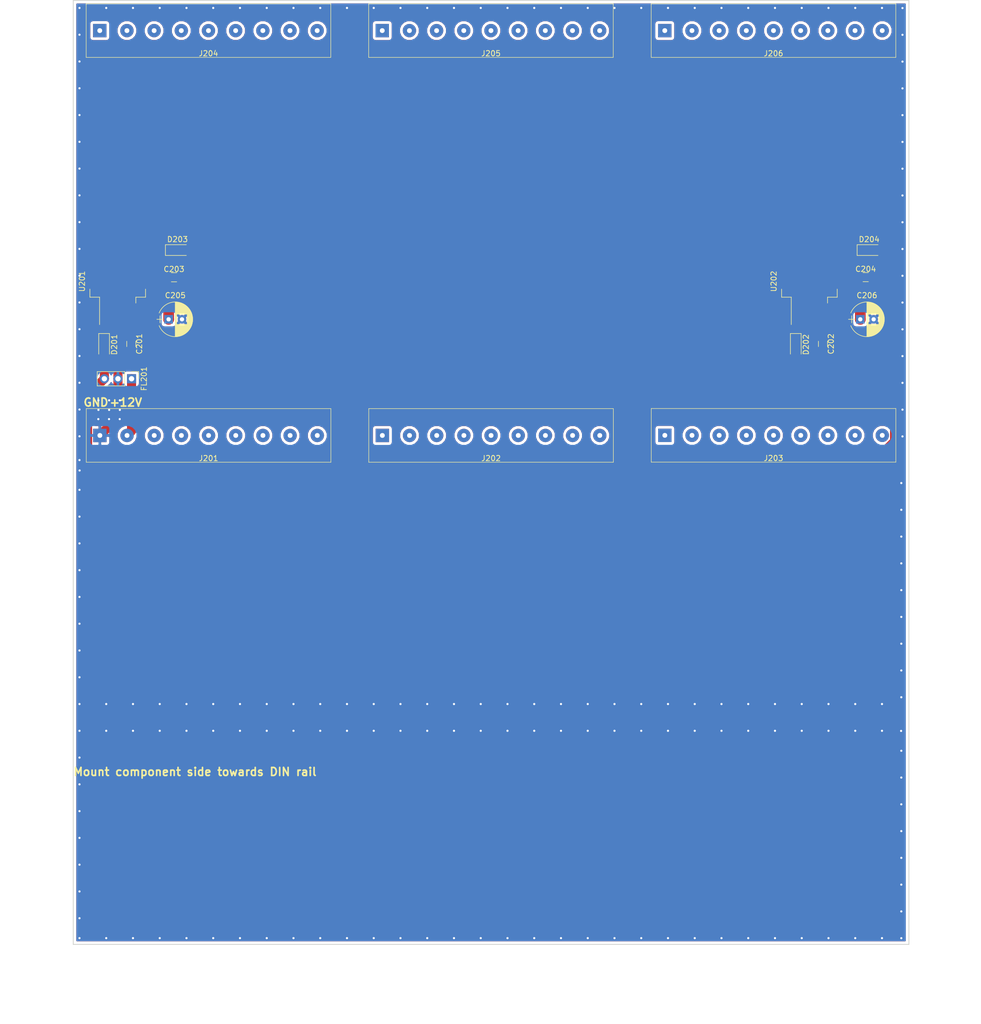
<source format=kicad_pcb>
(kicad_pcb (version 20170123) (host pcbnew "(2017-09-15 revision e2505cb2f)-makepkg")

  (general
    (thickness 1.6)
    (drawings 15)
    (tracks 240)
    (zones 0)
    (modules 19)
    (nets 60)
  )

  (page A4)
  (layers
    (0 F.Cu signal)
    (31 B.Cu signal)
    (32 B.Adhes user)
    (33 F.Adhes user)
    (34 B.Paste user)
    (35 F.Paste user)
    (36 B.SilkS user)
    (37 F.SilkS user)
    (38 B.Mask user)
    (39 F.Mask user)
    (40 Dwgs.User user)
    (41 Cmts.User user)
    (42 Eco1.User user)
    (43 Eco2.User user)
    (44 Edge.Cuts user)
    (45 Margin user)
    (46 B.CrtYd user)
    (47 F.CrtYd user)
    (48 B.Fab user)
    (49 F.Fab user)
  )

  (setup
    (last_trace_width 0.25)
    (trace_clearance 0.2)
    (zone_clearance 0.508)
    (zone_45_only no)
    (trace_min 0.2)
    (segment_width 0.2)
    (edge_width 0.15)
    (via_size 0.8)
    (via_drill 0.4)
    (via_min_size 0.4)
    (via_min_drill 0.3)
    (uvia_size 0.3)
    (uvia_drill 0.1)
    (uvias_allowed no)
    (uvia_min_size 0.2)
    (uvia_min_drill 0.1)
    (pcb_text_width 0.3)
    (pcb_text_size 1.5 1.5)
    (mod_edge_width 0.15)
    (mod_text_size 1 1)
    (mod_text_width 0.15)
    (pad_size 1.524 1.524)
    (pad_drill 0.762)
    (pad_to_mask_clearance 0.2)
    (aux_axis_origin 12.33 203.81)
    (grid_origin 12.33 203.81)
    (visible_elements 7FFFFFFF)
    (pcbplotparams
      (layerselection 0x00030_ffffffff)
      (usegerberextensions false)
      (usegerberattributes true)
      (usegerberadvancedattributes true)
      (creategerberjobfile true)
      (excludeedgelayer true)
      (linewidth 0.100000)
      (plotframeref false)
      (viasonmask false)
      (mode 1)
      (useauxorigin false)
      (hpglpennumber 1)
      (hpglpenspeed 20)
      (hpglpendiameter 15)
      (psnegative false)
      (psa4output false)
      (plotreference true)
      (plotvalue true)
      (plotinvisibletext false)
      (padsonsilk false)
      (subtractmaskfromsilk false)
      (outputformat 1)
      (mirror false)
      (drillshape 1)
      (scaleselection 1)
      (outputdirectory ""))
  )

  (net 0 "")
  (net 1 +3V3)
  (net 2 GND)
  (net 3 +5V)
  (net 4 +12V)
  (net 5 "Net-(J201-Pad7)")
  (net 6 "Net-(J201-Pad8)")
  (net 7 "Net-(J201-Pad9)")
  (net 8 "Net-(J206-Pad1)")
  (net 9 "Net-(J206-Pad2)")
  (net 10 "Net-(J206-Pad3)")
  (net 11 "Net-(J206-Pad4)")
  (net 12 "Net-(J206-Pad5)")
  (net 13 "Net-(J206-Pad6)")
  (net 14 "Net-(J206-Pad7)")
  (net 15 "Net-(J206-Pad8)")
  (net 16 "Net-(J206-Pad9)")
  (net 17 "Net-(J205-Pad9)")
  (net 18 "Net-(J205-Pad8)")
  (net 19 "Net-(J205-Pad7)")
  (net 20 "Net-(J205-Pad6)")
  (net 21 "Net-(J205-Pad5)")
  (net 22 "Net-(J205-Pad4)")
  (net 23 "Net-(J205-Pad3)")
  (net 24 "Net-(J205-Pad2)")
  (net 25 "Net-(J205-Pad1)")
  (net 26 "Net-(J204-Pad1)")
  (net 27 "Net-(J204-Pad2)")
  (net 28 "Net-(J204-Pad3)")
  (net 29 "Net-(J204-Pad4)")
  (net 30 "Net-(J204-Pad5)")
  (net 31 "Net-(J204-Pad6)")
  (net 32 "Net-(J204-Pad7)")
  (net 33 "Net-(J204-Pad8)")
  (net 34 "Net-(J204-Pad9)")
  (net 35 "Net-(J203-Pad9)")
  (net 36 "Net-(J203-Pad8)")
  (net 37 "Net-(J203-Pad7)")
  (net 38 "Net-(J203-Pad6)")
  (net 39 "Net-(J203-Pad5)")
  (net 40 "Net-(J203-Pad4)")
  (net 41 "Net-(J203-Pad3)")
  (net 42 "Net-(J203-Pad2)")
  (net 43 "Net-(J203-Pad1)")
  (net 44 "Net-(J202-Pad7)")
  (net 45 "Net-(J202-Pad8)")
  (net 46 "Net-(J202-Pad9)")
  (net 47 "Net-(J202-Pad1)")
  (net 48 "Net-(J202-Pad2)")
  (net 49 "Net-(J202-Pad3)")
  (net 50 "Net-(J202-Pad4)")
  (net 51 "Net-(J202-Pad5)")
  (net 52 "Net-(J202-Pad6)")
  (net 53 "Net-(J201-Pad3)")
  (net 54 "Net-(J201-Pad4)")
  (net 55 "Net-(J201-Pad5)")
  (net 56 "Net-(J201-Pad6)")
  (net 57 "Net-(C202-Pad1)")
  (net 58 "Net-(C201-Pad1)")
  (net 59 /Power/12V)

  (net_class Default "This is the default net class."
    (clearance 0.2)
    (trace_width 0.25)
    (via_dia 0.8)
    (via_drill 0.4)
    (uvia_dia 0.3)
    (uvia_drill 0.1)
    (add_net /Power/12V)
    (add_net "Net-(C201-Pad1)")
    (add_net "Net-(C202-Pad1)")
    (add_net "Net-(J201-Pad3)")
    (add_net "Net-(J201-Pad4)")
    (add_net "Net-(J201-Pad5)")
    (add_net "Net-(J201-Pad6)")
    (add_net "Net-(J201-Pad7)")
    (add_net "Net-(J201-Pad8)")
    (add_net "Net-(J201-Pad9)")
    (add_net "Net-(J202-Pad1)")
    (add_net "Net-(J202-Pad2)")
    (add_net "Net-(J202-Pad3)")
    (add_net "Net-(J202-Pad4)")
    (add_net "Net-(J202-Pad5)")
    (add_net "Net-(J202-Pad6)")
    (add_net "Net-(J202-Pad7)")
    (add_net "Net-(J202-Pad8)")
    (add_net "Net-(J202-Pad9)")
    (add_net "Net-(J203-Pad1)")
    (add_net "Net-(J203-Pad2)")
    (add_net "Net-(J203-Pad3)")
    (add_net "Net-(J203-Pad4)")
    (add_net "Net-(J203-Pad5)")
    (add_net "Net-(J203-Pad6)")
    (add_net "Net-(J203-Pad7)")
    (add_net "Net-(J203-Pad8)")
    (add_net "Net-(J203-Pad9)")
    (add_net "Net-(J204-Pad1)")
    (add_net "Net-(J204-Pad2)")
    (add_net "Net-(J204-Pad3)")
    (add_net "Net-(J204-Pad4)")
    (add_net "Net-(J204-Pad5)")
    (add_net "Net-(J204-Pad6)")
    (add_net "Net-(J204-Pad7)")
    (add_net "Net-(J204-Pad8)")
    (add_net "Net-(J204-Pad9)")
    (add_net "Net-(J205-Pad1)")
    (add_net "Net-(J205-Pad2)")
    (add_net "Net-(J205-Pad3)")
    (add_net "Net-(J205-Pad4)")
    (add_net "Net-(J205-Pad5)")
    (add_net "Net-(J205-Pad6)")
    (add_net "Net-(J205-Pad7)")
    (add_net "Net-(J205-Pad8)")
    (add_net "Net-(J205-Pad9)")
    (add_net "Net-(J206-Pad1)")
    (add_net "Net-(J206-Pad2)")
    (add_net "Net-(J206-Pad3)")
    (add_net "Net-(J206-Pad4)")
    (add_net "Net-(J206-Pad5)")
    (add_net "Net-(J206-Pad6)")
    (add_net "Net-(J206-Pad7)")
    (add_net "Net-(J206-Pad8)")
    (add_net "Net-(J206-Pad9)")
  )

  (net_class 12V-Supply ""
    (clearance 0.2)
    (trace_width 1.7)
    (via_dia 0.8)
    (via_drill 0.4)
    (uvia_dia 0.3)
    (uvia_drill 0.1)
    (add_net +12V)
    (add_net GND)
  )

  (net_class 3.3V-Rail ""
    (clearance 0.2)
    (trace_width 2)
    (via_dia 0.8)
    (via_drill 0.4)
    (uvia_dia 0.3)
    (uvia_drill 0.1)
    (add_net +3V3)
  )

  (net_class 5.5V-Rail ""
    (clearance 0.2)
    (trace_width 2)
    (via_dia 0.8)
    (via_drill 0.4)
    (uvia_dia 0.3)
    (uvia_drill 0.1)
    (add_net +5V)
  )

  (module Pin_Headers:Pin_Header_Straight_1x03_Pitch2.54mm (layer F.Cu) (tedit 59650532) (tstamp 59C1CA36)
    (at 23.3 83.06 270)
    (descr "Through hole straight pin header, 1x03, 2.54mm pitch, single row")
    (tags "Through hole pin header THT 1x03 2.54mm single row")
    (path /59BF7E73/59C1AAEC)
    (fp_text reference FL201 (at 0 -2.33 270) (layer F.SilkS)
      (effects (font (size 1 1) (thickness 0.15)))
    )
    (fp_text value EMI_Filter_LCL (at 0 7.41 270) (layer F.Fab)
      (effects (font (size 1 1) (thickness 0.15)))
    )
    (fp_text user %R (at 0 2.54) (layer F.Fab)
      (effects (font (size 1 1) (thickness 0.15)))
    )
    (fp_line (start 1.8 -1.8) (end -1.8 -1.8) (layer F.CrtYd) (width 0.05))
    (fp_line (start 1.8 6.85) (end 1.8 -1.8) (layer F.CrtYd) (width 0.05))
    (fp_line (start -1.8 6.85) (end 1.8 6.85) (layer F.CrtYd) (width 0.05))
    (fp_line (start -1.8 -1.8) (end -1.8 6.85) (layer F.CrtYd) (width 0.05))
    (fp_line (start -1.33 -1.33) (end 0 -1.33) (layer F.SilkS) (width 0.12))
    (fp_line (start -1.33 0) (end -1.33 -1.33) (layer F.SilkS) (width 0.12))
    (fp_line (start -1.33 1.27) (end 1.33 1.27) (layer F.SilkS) (width 0.12))
    (fp_line (start 1.33 1.27) (end 1.33 6.41) (layer F.SilkS) (width 0.12))
    (fp_line (start -1.33 1.27) (end -1.33 6.41) (layer F.SilkS) (width 0.12))
    (fp_line (start -1.33 6.41) (end 1.33 6.41) (layer F.SilkS) (width 0.12))
    (fp_line (start -1.27 -0.635) (end -0.635 -1.27) (layer F.Fab) (width 0.1))
    (fp_line (start -1.27 6.35) (end -1.27 -0.635) (layer F.Fab) (width 0.1))
    (fp_line (start 1.27 6.35) (end -1.27 6.35) (layer F.Fab) (width 0.1))
    (fp_line (start 1.27 -1.27) (end 1.27 6.35) (layer F.Fab) (width 0.1))
    (fp_line (start -0.635 -1.27) (end 1.27 -1.27) (layer F.Fab) (width 0.1))
    (pad 3 thru_hole oval (at 0 5.08 270) (size 1.7 1.7) (drill 1) (layers *.Cu *.Mask)
      (net 59 /Power/12V))
    (pad 2 thru_hole oval (at 0 2.54 270) (size 1.7 1.7) (drill 1) (layers *.Cu *.Mask)
      (net 2 GND))
    (pad 1 thru_hole rect (at 0 0 270) (size 1.7 1.7) (drill 1) (layers *.Cu *.Mask)
      (net 4 +12V))
    (model ${KISYS3DMOD}/Pin_Headers.3dshapes/Pin_Header_Straight_1x03_Pitch2.54mm.wrl
      (at (xyz 0 0 0))
      (scale (xyz 1 1 1))
      (rotate (xyz 0 0 0))
    )
  )

  (module LocalComponents:MOLEX_1x9_39544-3009 (layer F.Cu) (tedit 59BEEEB5) (tstamp 59BFF7CD)
    (at 70.18 93.65)
    (path /59BF7E73/59BFE106)
    (fp_text reference J202 (at 20.32 4.27) (layer F.SilkS)
      (effects (font (size 1 1) (thickness 0.15)))
    )
    (fp_text value Conn_01x09 (at 20.37 -4.01) (layer F.Fab)
      (effects (font (size 1 1) (thickness 0.15)))
    )
    (fp_line (start -2.54 0) (end -2.54 5) (layer F.CrtYd) (width 0.1))
    (fp_line (start -2.54 5) (end 43.18 5) (layer F.CrtYd) (width 0.1))
    (fp_line (start 43.18 5) (end 43.18 0) (layer F.CrtYd) (width 0.1))
    (fp_line (start 43.18 -5.01) (end -2.54 -5.01) (layer F.CrtYd) (width 0.1))
    (fp_line (start 43.18 -0.01) (end 43.18 -5.01) (layer F.CrtYd) (width 0.1))
    (fp_line (start -2.54 -5.01) (end -2.54 -0.01) (layer F.CrtYd) (width 0.1))
    (fp_line (start -2.54 5) (end 43.18 5) (layer F.SilkS) (width 0.1))
    (fp_line (start 43.18 5) (end 43.18 -5.01) (layer F.SilkS) (width 0.1))
    (fp_line (start 43.18 -5.01) (end -2.54 -5.01) (layer F.SilkS) (width 0.1))
    (fp_line (start -2.54 -5.01) (end -2.54 5) (layer F.SilkS) (width 0.1))
    (pad 1 thru_hole rect (at 0 0) (size 2.5 2.5) (drill 0.9) (layers *.Cu *.Mask)
      (net 47 "Net-(J202-Pad1)"))
    (pad 2 thru_hole circle (at 5.08 0) (size 2.5 2.5) (drill 0.9) (layers *.Cu *.Mask)
      (net 48 "Net-(J202-Pad2)"))
    (pad 3 thru_hole circle (at 10.16 0) (size 2.5 2.5) (drill 0.9) (layers *.Cu *.Mask)
      (net 49 "Net-(J202-Pad3)"))
    (pad 4 thru_hole circle (at 15.24 0) (size 2.5 2.5) (drill 0.9) (layers *.Cu *.Mask)
      (net 50 "Net-(J202-Pad4)"))
    (pad 5 thru_hole circle (at 20.32 0) (size 2.5 2.5) (drill 0.9) (layers *.Cu *.Mask)
      (net 51 "Net-(J202-Pad5)"))
    (pad 6 thru_hole circle (at 25.4 0) (size 2.5 2.5) (drill 0.9) (layers *.Cu *.Mask)
      (net 52 "Net-(J202-Pad6)"))
    (pad 7 thru_hole circle (at 30.48 0) (size 2.5 2.5) (drill 0.9) (layers *.Cu *.Mask)
      (net 44 "Net-(J202-Pad7)"))
    (pad 8 thru_hole circle (at 35.56 0) (size 2.5 2.5) (drill 0.9) (layers *.Cu *.Mask)
      (net 45 "Net-(J202-Pad8)"))
    (pad 9 thru_hole circle (at 40.64 0) (size 2.5 2.5) (drill 0.9) (layers *.Cu *.Mask)
      (net 46 "Net-(J202-Pad9)"))
  )

  (module LocalComponents:MOLEX_1x9_39544-3009 (layer F.Cu) (tedit 59BEEEB5) (tstamp 59BFF7B6)
    (at 122.98 93.63)
    (path /59BF7E73/59BFDF8C)
    (fp_text reference J203 (at 20.32 4.27) (layer F.SilkS)
      (effects (font (size 1 1) (thickness 0.15)))
    )
    (fp_text value Conn_01x09 (at 20.37 -4.01) (layer F.Fab)
      (effects (font (size 1 1) (thickness 0.15)))
    )
    (fp_line (start -2.54 -5.01) (end -2.54 5) (layer F.SilkS) (width 0.1))
    (fp_line (start 43.18 -5.01) (end -2.54 -5.01) (layer F.SilkS) (width 0.1))
    (fp_line (start 43.18 5) (end 43.18 -5.01) (layer F.SilkS) (width 0.1))
    (fp_line (start -2.54 5) (end 43.18 5) (layer F.SilkS) (width 0.1))
    (fp_line (start -2.54 -5.01) (end -2.54 -0.01) (layer F.CrtYd) (width 0.1))
    (fp_line (start 43.18 -0.01) (end 43.18 -5.01) (layer F.CrtYd) (width 0.1))
    (fp_line (start 43.18 -5.01) (end -2.54 -5.01) (layer F.CrtYd) (width 0.1))
    (fp_line (start 43.18 5) (end 43.18 0) (layer F.CrtYd) (width 0.1))
    (fp_line (start -2.54 5) (end 43.18 5) (layer F.CrtYd) (width 0.1))
    (fp_line (start -2.54 0) (end -2.54 5) (layer F.CrtYd) (width 0.1))
    (pad 9 thru_hole circle (at 40.64 0) (size 2.5 2.5) (drill 0.9) (layers *.Cu *.Mask)
      (net 35 "Net-(J203-Pad9)"))
    (pad 8 thru_hole circle (at 35.56 0) (size 2.5 2.5) (drill 0.9) (layers *.Cu *.Mask)
      (net 36 "Net-(J203-Pad8)"))
    (pad 7 thru_hole circle (at 30.48 0) (size 2.5 2.5) (drill 0.9) (layers *.Cu *.Mask)
      (net 37 "Net-(J203-Pad7)"))
    (pad 6 thru_hole circle (at 25.4 0) (size 2.5 2.5) (drill 0.9) (layers *.Cu *.Mask)
      (net 38 "Net-(J203-Pad6)"))
    (pad 5 thru_hole circle (at 20.32 0) (size 2.5 2.5) (drill 0.9) (layers *.Cu *.Mask)
      (net 39 "Net-(J203-Pad5)"))
    (pad 4 thru_hole circle (at 15.24 0) (size 2.5 2.5) (drill 0.9) (layers *.Cu *.Mask)
      (net 40 "Net-(J203-Pad4)"))
    (pad 3 thru_hole circle (at 10.16 0) (size 2.5 2.5) (drill 0.9) (layers *.Cu *.Mask)
      (net 41 "Net-(J203-Pad3)"))
    (pad 2 thru_hole circle (at 5.08 0) (size 2.5 2.5) (drill 0.9) (layers *.Cu *.Mask)
      (net 42 "Net-(J203-Pad2)"))
    (pad 1 thru_hole rect (at 0 0) (size 2.5 2.5) (drill 0.9) (layers *.Cu *.Mask)
      (net 43 "Net-(J203-Pad1)"))
  )

  (module LocalComponents:MOLEX_1x9_39544-3009 (layer F.Cu) (tedit 59BEEEB5) (tstamp 59BFF79F)
    (at 17.36 18.04)
    (path /59BF7E73/59BFDF40)
    (fp_text reference J204 (at 20.32 4.27) (layer F.SilkS)
      (effects (font (size 1 1) (thickness 0.15)))
    )
    (fp_text value Conn_01x09 (at 20.37 -4.01) (layer F.Fab)
      (effects (font (size 1 1) (thickness 0.15)))
    )
    (fp_line (start -2.54 0) (end -2.54 5) (layer F.CrtYd) (width 0.1))
    (fp_line (start -2.54 5) (end 43.18 5) (layer F.CrtYd) (width 0.1))
    (fp_line (start 43.18 5) (end 43.18 0) (layer F.CrtYd) (width 0.1))
    (fp_line (start 43.18 -5.01) (end -2.54 -5.01) (layer F.CrtYd) (width 0.1))
    (fp_line (start 43.18 -0.01) (end 43.18 -5.01) (layer F.CrtYd) (width 0.1))
    (fp_line (start -2.54 -5.01) (end -2.54 -0.01) (layer F.CrtYd) (width 0.1))
    (fp_line (start -2.54 5) (end 43.18 5) (layer F.SilkS) (width 0.1))
    (fp_line (start 43.18 5) (end 43.18 -5.01) (layer F.SilkS) (width 0.1))
    (fp_line (start 43.18 -5.01) (end -2.54 -5.01) (layer F.SilkS) (width 0.1))
    (fp_line (start -2.54 -5.01) (end -2.54 5) (layer F.SilkS) (width 0.1))
    (pad 1 thru_hole rect (at 0 0) (size 2.5 2.5) (drill 0.9) (layers *.Cu *.Mask)
      (net 26 "Net-(J204-Pad1)"))
    (pad 2 thru_hole circle (at 5.08 0) (size 2.5 2.5) (drill 0.9) (layers *.Cu *.Mask)
      (net 27 "Net-(J204-Pad2)"))
    (pad 3 thru_hole circle (at 10.16 0) (size 2.5 2.5) (drill 0.9) (layers *.Cu *.Mask)
      (net 28 "Net-(J204-Pad3)"))
    (pad 4 thru_hole circle (at 15.24 0) (size 2.5 2.5) (drill 0.9) (layers *.Cu *.Mask)
      (net 29 "Net-(J204-Pad4)"))
    (pad 5 thru_hole circle (at 20.32 0) (size 2.5 2.5) (drill 0.9) (layers *.Cu *.Mask)
      (net 30 "Net-(J204-Pad5)"))
    (pad 6 thru_hole circle (at 25.4 0) (size 2.5 2.5) (drill 0.9) (layers *.Cu *.Mask)
      (net 31 "Net-(J204-Pad6)"))
    (pad 7 thru_hole circle (at 30.48 0) (size 2.5 2.5) (drill 0.9) (layers *.Cu *.Mask)
      (net 32 "Net-(J204-Pad7)"))
    (pad 8 thru_hole circle (at 35.56 0) (size 2.5 2.5) (drill 0.9) (layers *.Cu *.Mask)
      (net 33 "Net-(J204-Pad8)"))
    (pad 9 thru_hole circle (at 40.64 0) (size 2.5 2.5) (drill 0.9) (layers *.Cu *.Mask)
      (net 34 "Net-(J204-Pad9)"))
  )

  (module LocalComponents:MOLEX_1x9_39544-3009 (layer F.Cu) (tedit 59BEEEB5) (tstamp 59BFF788)
    (at 70.16 18.04)
    (path /59BF7E73/59BFDEFE)
    (fp_text reference J205 (at 20.32 4.27) (layer F.SilkS)
      (effects (font (size 1 1) (thickness 0.15)))
    )
    (fp_text value Conn_01x09 (at 20.37 -4.01) (layer F.Fab)
      (effects (font (size 1 1) (thickness 0.15)))
    )
    (fp_line (start -2.54 -5.01) (end -2.54 5) (layer F.SilkS) (width 0.1))
    (fp_line (start 43.18 -5.01) (end -2.54 -5.01) (layer F.SilkS) (width 0.1))
    (fp_line (start 43.18 5) (end 43.18 -5.01) (layer F.SilkS) (width 0.1))
    (fp_line (start -2.54 5) (end 43.18 5) (layer F.SilkS) (width 0.1))
    (fp_line (start -2.54 -5.01) (end -2.54 -0.01) (layer F.CrtYd) (width 0.1))
    (fp_line (start 43.18 -0.01) (end 43.18 -5.01) (layer F.CrtYd) (width 0.1))
    (fp_line (start 43.18 -5.01) (end -2.54 -5.01) (layer F.CrtYd) (width 0.1))
    (fp_line (start 43.18 5) (end 43.18 0) (layer F.CrtYd) (width 0.1))
    (fp_line (start -2.54 5) (end 43.18 5) (layer F.CrtYd) (width 0.1))
    (fp_line (start -2.54 0) (end -2.54 5) (layer F.CrtYd) (width 0.1))
    (pad 9 thru_hole circle (at 40.64 0) (size 2.5 2.5) (drill 0.9) (layers *.Cu *.Mask)
      (net 17 "Net-(J205-Pad9)"))
    (pad 8 thru_hole circle (at 35.56 0) (size 2.5 2.5) (drill 0.9) (layers *.Cu *.Mask)
      (net 18 "Net-(J205-Pad8)"))
    (pad 7 thru_hole circle (at 30.48 0) (size 2.5 2.5) (drill 0.9) (layers *.Cu *.Mask)
      (net 19 "Net-(J205-Pad7)"))
    (pad 6 thru_hole circle (at 25.4 0) (size 2.5 2.5) (drill 0.9) (layers *.Cu *.Mask)
      (net 20 "Net-(J205-Pad6)"))
    (pad 5 thru_hole circle (at 20.32 0) (size 2.5 2.5) (drill 0.9) (layers *.Cu *.Mask)
      (net 21 "Net-(J205-Pad5)"))
    (pad 4 thru_hole circle (at 15.24 0) (size 2.5 2.5) (drill 0.9) (layers *.Cu *.Mask)
      (net 22 "Net-(J205-Pad4)"))
    (pad 3 thru_hole circle (at 10.16 0) (size 2.5 2.5) (drill 0.9) (layers *.Cu *.Mask)
      (net 23 "Net-(J205-Pad3)"))
    (pad 2 thru_hole circle (at 5.08 0) (size 2.5 2.5) (drill 0.9) (layers *.Cu *.Mask)
      (net 24 "Net-(J205-Pad2)"))
    (pad 1 thru_hole rect (at 0 0) (size 2.5 2.5) (drill 0.9) (layers *.Cu *.Mask)
      (net 25 "Net-(J205-Pad1)"))
  )

  (module LocalComponents:MOLEX_1x9_39544-3009 (layer F.Cu) (tedit 59BEEEB5) (tstamp 59BFF771)
    (at 122.97 18.04)
    (path /59BF7E73/59BFD755)
    (fp_text reference J206 (at 20.32 4.27) (layer F.SilkS)
      (effects (font (size 1 1) (thickness 0.15)))
    )
    (fp_text value Conn_01x09 (at 20.37 -4.01) (layer F.Fab)
      (effects (font (size 1 1) (thickness 0.15)))
    )
    (fp_line (start -2.54 0) (end -2.54 5) (layer F.CrtYd) (width 0.1))
    (fp_line (start -2.54 5) (end 43.18 5) (layer F.CrtYd) (width 0.1))
    (fp_line (start 43.18 5) (end 43.18 0) (layer F.CrtYd) (width 0.1))
    (fp_line (start 43.18 -5.01) (end -2.54 -5.01) (layer F.CrtYd) (width 0.1))
    (fp_line (start 43.18 -0.01) (end 43.18 -5.01) (layer F.CrtYd) (width 0.1))
    (fp_line (start -2.54 -5.01) (end -2.54 -0.01) (layer F.CrtYd) (width 0.1))
    (fp_line (start -2.54 5) (end 43.18 5) (layer F.SilkS) (width 0.1))
    (fp_line (start 43.18 5) (end 43.18 -5.01) (layer F.SilkS) (width 0.1))
    (fp_line (start 43.18 -5.01) (end -2.54 -5.01) (layer F.SilkS) (width 0.1))
    (fp_line (start -2.54 -5.01) (end -2.54 5) (layer F.SilkS) (width 0.1))
    (pad 1 thru_hole rect (at 0 0) (size 2.5 2.5) (drill 0.9) (layers *.Cu *.Mask)
      (net 8 "Net-(J206-Pad1)"))
    (pad 2 thru_hole circle (at 5.08 0) (size 2.5 2.5) (drill 0.9) (layers *.Cu *.Mask)
      (net 9 "Net-(J206-Pad2)"))
    (pad 3 thru_hole circle (at 10.16 0) (size 2.5 2.5) (drill 0.9) (layers *.Cu *.Mask)
      (net 10 "Net-(J206-Pad3)"))
    (pad 4 thru_hole circle (at 15.24 0) (size 2.5 2.5) (drill 0.9) (layers *.Cu *.Mask)
      (net 11 "Net-(J206-Pad4)"))
    (pad 5 thru_hole circle (at 20.32 0) (size 2.5 2.5) (drill 0.9) (layers *.Cu *.Mask)
      (net 12 "Net-(J206-Pad5)"))
    (pad 6 thru_hole circle (at 25.4 0) (size 2.5 2.5) (drill 0.9) (layers *.Cu *.Mask)
      (net 13 "Net-(J206-Pad6)"))
    (pad 7 thru_hole circle (at 30.48 0) (size 2.5 2.5) (drill 0.9) (layers *.Cu *.Mask)
      (net 14 "Net-(J206-Pad7)"))
    (pad 8 thru_hole circle (at 35.56 0) (size 2.5 2.5) (drill 0.9) (layers *.Cu *.Mask)
      (net 15 "Net-(J206-Pad8)"))
    (pad 9 thru_hole circle (at 40.64 0) (size 2.5 2.5) (drill 0.9) (layers *.Cu *.Mask)
      (net 16 "Net-(J206-Pad9)"))
  )

  (module LocalComponents:MOLEX_1x9_39544-3009 (layer F.Cu) (tedit 59BEEEB5) (tstamp 59BFE648)
    (at 17.38 93.65)
    (path /59BF7E73/59BFE146)
    (fp_text reference J201 (at 20.32 4.27) (layer F.SilkS)
      (effects (font (size 1 1) (thickness 0.15)))
    )
    (fp_text value Conn_01x09 (at 20.37 -4.01) (layer F.Fab)
      (effects (font (size 1 1) (thickness 0.15)))
    )
    (fp_line (start -2.54 0) (end -2.54 5) (layer F.CrtYd) (width 0.1))
    (fp_line (start -2.54 5) (end 43.18 5) (layer F.CrtYd) (width 0.1))
    (fp_line (start 43.18 5) (end 43.18 0) (layer F.CrtYd) (width 0.1))
    (fp_line (start 43.18 -5.01) (end -2.54 -5.01) (layer F.CrtYd) (width 0.1))
    (fp_line (start 43.18 -0.01) (end 43.18 -5.01) (layer F.CrtYd) (width 0.1))
    (fp_line (start -2.54 -5.01) (end -2.54 -0.01) (layer F.CrtYd) (width 0.1))
    (fp_line (start -2.54 5) (end 43.18 5) (layer F.SilkS) (width 0.1))
    (fp_line (start 43.18 5) (end 43.18 -5.01) (layer F.SilkS) (width 0.1))
    (fp_line (start 43.18 -5.01) (end -2.54 -5.01) (layer F.SilkS) (width 0.1))
    (fp_line (start -2.54 -5.01) (end -2.54 5) (layer F.SilkS) (width 0.1))
    (pad 1 thru_hole rect (at 0 0) (size 2.5 2.5) (drill 0.9) (layers *.Cu *.Mask)
      (net 2 GND))
    (pad 2 thru_hole circle (at 5.08 0) (size 2.5 2.5) (drill 0.9) (layers *.Cu *.Mask)
      (net 4 +12V))
    (pad 3 thru_hole circle (at 10.16 0) (size 2.5 2.5) (drill 0.9) (layers *.Cu *.Mask)
      (net 53 "Net-(J201-Pad3)"))
    (pad 4 thru_hole circle (at 15.24 0) (size 2.5 2.5) (drill 0.9) (layers *.Cu *.Mask)
      (net 54 "Net-(J201-Pad4)"))
    (pad 5 thru_hole circle (at 20.32 0) (size 2.5 2.5) (drill 0.9) (layers *.Cu *.Mask)
      (net 55 "Net-(J201-Pad5)"))
    (pad 6 thru_hole circle (at 25.4 0) (size 2.5 2.5) (drill 0.9) (layers *.Cu *.Mask)
      (net 56 "Net-(J201-Pad6)"))
    (pad 7 thru_hole circle (at 30.48 0) (size 2.5 2.5) (drill 0.9) (layers *.Cu *.Mask)
      (net 5 "Net-(J201-Pad7)"))
    (pad 8 thru_hole circle (at 35.56 0) (size 2.5 2.5) (drill 0.9) (layers *.Cu *.Mask)
      (net 6 "Net-(J201-Pad8)"))
    (pad 9 thru_hole circle (at 40.64 0) (size 2.5 2.5) (drill 0.9) (layers *.Cu *.Mask)
      (net 7 "Net-(J201-Pad9)"))
  )

  (module Capacitors_SMD:C_0805 (layer F.Cu) (tedit 58AA8463) (tstamp 59BF8132)
    (at 160.52 64.08)
    (descr "Capacitor SMD 0805, reflow soldering, AVX (see smccp.pdf)")
    (tags "capacitor 0805")
    (path /59BF7E73/59BF8CED)
    (attr smd)
    (fp_text reference C204 (at 0 -1.5) (layer F.SilkS)
      (effects (font (size 1 1) (thickness 0.15)))
    )
    (fp_text value 100n (at 0 1.75) (layer F.Fab)
      (effects (font (size 1 1) (thickness 0.15)))
    )
    (fp_text user %R (at 0 -1.5) (layer F.Fab)
      (effects (font (size 1 1) (thickness 0.15)))
    )
    (fp_line (start -1 0.62) (end -1 -0.62) (layer F.Fab) (width 0.1))
    (fp_line (start 1 0.62) (end -1 0.62) (layer F.Fab) (width 0.1))
    (fp_line (start 1 -0.62) (end 1 0.62) (layer F.Fab) (width 0.1))
    (fp_line (start -1 -0.62) (end 1 -0.62) (layer F.Fab) (width 0.1))
    (fp_line (start 0.5 -0.85) (end -0.5 -0.85) (layer F.SilkS) (width 0.12))
    (fp_line (start -0.5 0.85) (end 0.5 0.85) (layer F.SilkS) (width 0.12))
    (fp_line (start -1.75 -0.88) (end 1.75 -0.88) (layer F.CrtYd) (width 0.05))
    (fp_line (start -1.75 -0.88) (end -1.75 0.87) (layer F.CrtYd) (width 0.05))
    (fp_line (start 1.75 0.87) (end 1.75 -0.88) (layer F.CrtYd) (width 0.05))
    (fp_line (start 1.75 0.87) (end -1.75 0.87) (layer F.CrtYd) (width 0.05))
    (pad 1 smd rect (at -1 0) (size 1 1.25) (layers F.Cu F.Paste F.Mask)
      (net 3 +5V))
    (pad 2 smd rect (at 1 0) (size 1 1.25) (layers F.Cu F.Paste F.Mask)
      (net 2 GND))
    (model Capacitors_SMD.3dshapes/C_0805.wrl
      (at (xyz 0 0 0))
      (scale (xyz 1 1 1))
      (rotate (xyz 0 0 0))
    )
  )

  (module Capacitors_SMD:C_0805 (layer F.Cu) (tedit 58AA8463) (tstamp 59BF8121)
    (at 31.24 64.1)
    (descr "Capacitor SMD 0805, reflow soldering, AVX (see smccp.pdf)")
    (tags "capacitor 0805")
    (path /59BF7E73/59BF8336)
    (attr smd)
    (fp_text reference C203 (at 0 -1.5) (layer F.SilkS)
      (effects (font (size 1 1) (thickness 0.15)))
    )
    (fp_text value 100n (at 0 1.75) (layer F.Fab)
      (effects (font (size 1 1) (thickness 0.15)))
    )
    (fp_line (start 1.75 0.87) (end -1.75 0.87) (layer F.CrtYd) (width 0.05))
    (fp_line (start 1.75 0.87) (end 1.75 -0.88) (layer F.CrtYd) (width 0.05))
    (fp_line (start -1.75 -0.88) (end -1.75 0.87) (layer F.CrtYd) (width 0.05))
    (fp_line (start -1.75 -0.88) (end 1.75 -0.88) (layer F.CrtYd) (width 0.05))
    (fp_line (start -0.5 0.85) (end 0.5 0.85) (layer F.SilkS) (width 0.12))
    (fp_line (start 0.5 -0.85) (end -0.5 -0.85) (layer F.SilkS) (width 0.12))
    (fp_line (start -1 -0.62) (end 1 -0.62) (layer F.Fab) (width 0.1))
    (fp_line (start 1 -0.62) (end 1 0.62) (layer F.Fab) (width 0.1))
    (fp_line (start 1 0.62) (end -1 0.62) (layer F.Fab) (width 0.1))
    (fp_line (start -1 0.62) (end -1 -0.62) (layer F.Fab) (width 0.1))
    (fp_text user %R (at 0 -1.5) (layer F.Fab)
      (effects (font (size 1 1) (thickness 0.15)))
    )
    (pad 2 smd rect (at 1 0) (size 1 1.25) (layers F.Cu F.Paste F.Mask)
      (net 2 GND))
    (pad 1 smd rect (at -1 0) (size 1 1.25) (layers F.Cu F.Paste F.Mask)
      (net 1 +3V3))
    (model Capacitors_SMD.3dshapes/C_0805.wrl
      (at (xyz 0 0 0))
      (scale (xyz 1 1 1))
      (rotate (xyz 0 0 0))
    )
  )

  (module Capacitors_SMD:C_0805 (layer F.Cu) (tedit 58AA8463) (tstamp 59BF8110)
    (at 152.538 76.556 270)
    (descr "Capacitor SMD 0805, reflow soldering, AVX (see smccp.pdf)")
    (tags "capacitor 0805")
    (path /59BF7E73/59BF942D)
    (attr smd)
    (fp_text reference C202 (at 0 -1.5 270) (layer F.SilkS)
      (effects (font (size 1 1) (thickness 0.15)))
    )
    (fp_text value 100n (at 0 1.75 270) (layer F.Fab)
      (effects (font (size 1 1) (thickness 0.15)))
    )
    (fp_text user %R (at 0 -1.5 270) (layer F.Fab)
      (effects (font (size 1 1) (thickness 0.15)))
    )
    (fp_line (start -1 0.62) (end -1 -0.62) (layer F.Fab) (width 0.1))
    (fp_line (start 1 0.62) (end -1 0.62) (layer F.Fab) (width 0.1))
    (fp_line (start 1 -0.62) (end 1 0.62) (layer F.Fab) (width 0.1))
    (fp_line (start -1 -0.62) (end 1 -0.62) (layer F.Fab) (width 0.1))
    (fp_line (start 0.5 -0.85) (end -0.5 -0.85) (layer F.SilkS) (width 0.12))
    (fp_line (start -0.5 0.85) (end 0.5 0.85) (layer F.SilkS) (width 0.12))
    (fp_line (start -1.75 -0.88) (end 1.75 -0.88) (layer F.CrtYd) (width 0.05))
    (fp_line (start -1.75 -0.88) (end -1.75 0.87) (layer F.CrtYd) (width 0.05))
    (fp_line (start 1.75 0.87) (end 1.75 -0.88) (layer F.CrtYd) (width 0.05))
    (fp_line (start 1.75 0.87) (end -1.75 0.87) (layer F.CrtYd) (width 0.05))
    (pad 1 smd rect (at -1 0 270) (size 1 1.25) (layers F.Cu F.Paste F.Mask)
      (net 57 "Net-(C202-Pad1)"))
    (pad 2 smd rect (at 1 0 270) (size 1 1.25) (layers F.Cu F.Paste F.Mask)
      (net 2 GND))
    (model Capacitors_SMD.3dshapes/C_0805.wrl
      (at (xyz 0 0 0))
      (scale (xyz 1 1 1))
      (rotate (xyz 0 0 0))
    )
  )

  (module Capacitors_SMD:C_0805 (layer F.Cu) (tedit 58AA8463) (tstamp 59BF80FF)
    (at 23.252 76.556 270)
    (descr "Capacitor SMD 0805, reflow soldering, AVX (see smccp.pdf)")
    (tags "capacitor 0805")
    (path /59BF7E73/59BF949B)
    (attr smd)
    (fp_text reference C201 (at 0 -1.5 270) (layer F.SilkS)
      (effects (font (size 1 1) (thickness 0.15)))
    )
    (fp_text value 100n (at 0 1.75 270) (layer F.Fab)
      (effects (font (size 1 1) (thickness 0.15)))
    )
    (fp_line (start 1.75 0.87) (end -1.75 0.87) (layer F.CrtYd) (width 0.05))
    (fp_line (start 1.75 0.87) (end 1.75 -0.88) (layer F.CrtYd) (width 0.05))
    (fp_line (start -1.75 -0.88) (end -1.75 0.87) (layer F.CrtYd) (width 0.05))
    (fp_line (start -1.75 -0.88) (end 1.75 -0.88) (layer F.CrtYd) (width 0.05))
    (fp_line (start -0.5 0.85) (end 0.5 0.85) (layer F.SilkS) (width 0.12))
    (fp_line (start 0.5 -0.85) (end -0.5 -0.85) (layer F.SilkS) (width 0.12))
    (fp_line (start -1 -0.62) (end 1 -0.62) (layer F.Fab) (width 0.1))
    (fp_line (start 1 -0.62) (end 1 0.62) (layer F.Fab) (width 0.1))
    (fp_line (start 1 0.62) (end -1 0.62) (layer F.Fab) (width 0.1))
    (fp_line (start -1 0.62) (end -1 -0.62) (layer F.Fab) (width 0.1))
    (fp_text user %R (at 0 -1.5 270) (layer F.Fab)
      (effects (font (size 1 1) (thickness 0.15)))
    )
    (pad 2 smd rect (at 1 0 270) (size 1 1.25) (layers F.Cu F.Paste F.Mask)
      (net 2 GND))
    (pad 1 smd rect (at -1 0 270) (size 1 1.25) (layers F.Cu F.Paste F.Mask)
      (net 58 "Net-(C201-Pad1)"))
    (model Capacitors_SMD.3dshapes/C_0805.wrl
      (at (xyz 0 0 0))
      (scale (xyz 1 1 1))
      (rotate (xyz 0 0 0))
    )
  )

  (module Capacitors_THT:CP_Radial_D6.3mm_P2.50mm (layer F.Cu) (tedit 597BC7C2) (tstamp 59BF80EE)
    (at 159.51 71.96)
    (descr "CP, Radial series, Radial, pin pitch=2.50mm, , diameter=6.3mm, Electrolytic Capacitor")
    (tags "CP Radial series Radial pin pitch 2.50mm  diameter 6.3mm Electrolytic Capacitor")
    (path /59BF7E73/59BF8CF4)
    (fp_text reference C206 (at 1.25 -4.46) (layer F.SilkS)
      (effects (font (size 1 1) (thickness 0.15)))
    )
    (fp_text value 100u (at 1.25 4.46) (layer F.Fab)
      (effects (font (size 1 1) (thickness 0.15)))
    )
    (fp_arc (start 1.25 0) (end -1.767482 -1.18) (angle 137.3) (layer F.SilkS) (width 0.12))
    (fp_arc (start 1.25 0) (end -1.767482 1.18) (angle -137.3) (layer F.SilkS) (width 0.12))
    (fp_arc (start 1.25 0) (end 4.267482 -1.18) (angle 42.7) (layer F.SilkS) (width 0.12))
    (fp_circle (center 1.25 0) (end 4.4 0) (layer F.Fab) (width 0.1))
    (fp_line (start -2.2 0) (end -1 0) (layer F.Fab) (width 0.1))
    (fp_line (start -1.6 -0.65) (end -1.6 0.65) (layer F.Fab) (width 0.1))
    (fp_line (start 1.25 -3.2) (end 1.25 3.2) (layer F.SilkS) (width 0.12))
    (fp_line (start 1.29 -3.2) (end 1.29 3.2) (layer F.SilkS) (width 0.12))
    (fp_line (start 1.33 -3.2) (end 1.33 3.2) (layer F.SilkS) (width 0.12))
    (fp_line (start 1.37 -3.198) (end 1.37 3.198) (layer F.SilkS) (width 0.12))
    (fp_line (start 1.41 -3.197) (end 1.41 3.197) (layer F.SilkS) (width 0.12))
    (fp_line (start 1.45 -3.194) (end 1.45 3.194) (layer F.SilkS) (width 0.12))
    (fp_line (start 1.49 -3.192) (end 1.49 3.192) (layer F.SilkS) (width 0.12))
    (fp_line (start 1.53 -3.188) (end 1.53 -0.98) (layer F.SilkS) (width 0.12))
    (fp_line (start 1.53 0.98) (end 1.53 3.188) (layer F.SilkS) (width 0.12))
    (fp_line (start 1.57 -3.185) (end 1.57 -0.98) (layer F.SilkS) (width 0.12))
    (fp_line (start 1.57 0.98) (end 1.57 3.185) (layer F.SilkS) (width 0.12))
    (fp_line (start 1.61 -3.18) (end 1.61 -0.98) (layer F.SilkS) (width 0.12))
    (fp_line (start 1.61 0.98) (end 1.61 3.18) (layer F.SilkS) (width 0.12))
    (fp_line (start 1.65 -3.176) (end 1.65 -0.98) (layer F.SilkS) (width 0.12))
    (fp_line (start 1.65 0.98) (end 1.65 3.176) (layer F.SilkS) (width 0.12))
    (fp_line (start 1.69 -3.17) (end 1.69 -0.98) (layer F.SilkS) (width 0.12))
    (fp_line (start 1.69 0.98) (end 1.69 3.17) (layer F.SilkS) (width 0.12))
    (fp_line (start 1.73 -3.165) (end 1.73 -0.98) (layer F.SilkS) (width 0.12))
    (fp_line (start 1.73 0.98) (end 1.73 3.165) (layer F.SilkS) (width 0.12))
    (fp_line (start 1.77 -3.158) (end 1.77 -0.98) (layer F.SilkS) (width 0.12))
    (fp_line (start 1.77 0.98) (end 1.77 3.158) (layer F.SilkS) (width 0.12))
    (fp_line (start 1.81 -3.152) (end 1.81 -0.98) (layer F.SilkS) (width 0.12))
    (fp_line (start 1.81 0.98) (end 1.81 3.152) (layer F.SilkS) (width 0.12))
    (fp_line (start 1.85 -3.144) (end 1.85 -0.98) (layer F.SilkS) (width 0.12))
    (fp_line (start 1.85 0.98) (end 1.85 3.144) (layer F.SilkS) (width 0.12))
    (fp_line (start 1.89 -3.137) (end 1.89 -0.98) (layer F.SilkS) (width 0.12))
    (fp_line (start 1.89 0.98) (end 1.89 3.137) (layer F.SilkS) (width 0.12))
    (fp_line (start 1.93 -3.128) (end 1.93 -0.98) (layer F.SilkS) (width 0.12))
    (fp_line (start 1.93 0.98) (end 1.93 3.128) (layer F.SilkS) (width 0.12))
    (fp_line (start 1.971 -3.119) (end 1.971 -0.98) (layer F.SilkS) (width 0.12))
    (fp_line (start 1.971 0.98) (end 1.971 3.119) (layer F.SilkS) (width 0.12))
    (fp_line (start 2.011 -3.11) (end 2.011 -0.98) (layer F.SilkS) (width 0.12))
    (fp_line (start 2.011 0.98) (end 2.011 3.11) (layer F.SilkS) (width 0.12))
    (fp_line (start 2.051 -3.1) (end 2.051 -0.98) (layer F.SilkS) (width 0.12))
    (fp_line (start 2.051 0.98) (end 2.051 3.1) (layer F.SilkS) (width 0.12))
    (fp_line (start 2.091 -3.09) (end 2.091 -0.98) (layer F.SilkS) (width 0.12))
    (fp_line (start 2.091 0.98) (end 2.091 3.09) (layer F.SilkS) (width 0.12))
    (fp_line (start 2.131 -3.079) (end 2.131 -0.98) (layer F.SilkS) (width 0.12))
    (fp_line (start 2.131 0.98) (end 2.131 3.079) (layer F.SilkS) (width 0.12))
    (fp_line (start 2.171 -3.067) (end 2.171 -0.98) (layer F.SilkS) (width 0.12))
    (fp_line (start 2.171 0.98) (end 2.171 3.067) (layer F.SilkS) (width 0.12))
    (fp_line (start 2.211 -3.055) (end 2.211 -0.98) (layer F.SilkS) (width 0.12))
    (fp_line (start 2.211 0.98) (end 2.211 3.055) (layer F.SilkS) (width 0.12))
    (fp_line (start 2.251 -3.042) (end 2.251 -0.98) (layer F.SilkS) (width 0.12))
    (fp_line (start 2.251 0.98) (end 2.251 3.042) (layer F.SilkS) (width 0.12))
    (fp_line (start 2.291 -3.029) (end 2.291 -0.98) (layer F.SilkS) (width 0.12))
    (fp_line (start 2.291 0.98) (end 2.291 3.029) (layer F.SilkS) (width 0.12))
    (fp_line (start 2.331 -3.015) (end 2.331 -0.98) (layer F.SilkS) (width 0.12))
    (fp_line (start 2.331 0.98) (end 2.331 3.015) (layer F.SilkS) (width 0.12))
    (fp_line (start 2.371 -3.001) (end 2.371 -0.98) (layer F.SilkS) (width 0.12))
    (fp_line (start 2.371 0.98) (end 2.371 3.001) (layer F.SilkS) (width 0.12))
    (fp_line (start 2.411 -2.986) (end 2.411 -0.98) (layer F.SilkS) (width 0.12))
    (fp_line (start 2.411 0.98) (end 2.411 2.986) (layer F.SilkS) (width 0.12))
    (fp_line (start 2.451 -2.97) (end 2.451 -0.98) (layer F.SilkS) (width 0.12))
    (fp_line (start 2.451 0.98) (end 2.451 2.97) (layer F.SilkS) (width 0.12))
    (fp_line (start 2.491 -2.954) (end 2.491 -0.98) (layer F.SilkS) (width 0.12))
    (fp_line (start 2.491 0.98) (end 2.491 2.954) (layer F.SilkS) (width 0.12))
    (fp_line (start 2.531 -2.937) (end 2.531 -0.98) (layer F.SilkS) (width 0.12))
    (fp_line (start 2.531 0.98) (end 2.531 2.937) (layer F.SilkS) (width 0.12))
    (fp_line (start 2.571 -2.919) (end 2.571 -0.98) (layer F.SilkS) (width 0.12))
    (fp_line (start 2.571 0.98) (end 2.571 2.919) (layer F.SilkS) (width 0.12))
    (fp_line (start 2.611 -2.901) (end 2.611 -0.98) (layer F.SilkS) (width 0.12))
    (fp_line (start 2.611 0.98) (end 2.611 2.901) (layer F.SilkS) (width 0.12))
    (fp_line (start 2.651 -2.882) (end 2.651 -0.98) (layer F.SilkS) (width 0.12))
    (fp_line (start 2.651 0.98) (end 2.651 2.882) (layer F.SilkS) (width 0.12))
    (fp_line (start 2.691 -2.863) (end 2.691 -0.98) (layer F.SilkS) (width 0.12))
    (fp_line (start 2.691 0.98) (end 2.691 2.863) (layer F.SilkS) (width 0.12))
    (fp_line (start 2.731 -2.843) (end 2.731 -0.98) (layer F.SilkS) (width 0.12))
    (fp_line (start 2.731 0.98) (end 2.731 2.843) (layer F.SilkS) (width 0.12))
    (fp_line (start 2.771 -2.822) (end 2.771 -0.98) (layer F.SilkS) (width 0.12))
    (fp_line (start 2.771 0.98) (end 2.771 2.822) (layer F.SilkS) (width 0.12))
    (fp_line (start 2.811 -2.8) (end 2.811 -0.98) (layer F.SilkS) (width 0.12))
    (fp_line (start 2.811 0.98) (end 2.811 2.8) (layer F.SilkS) (width 0.12))
    (fp_line (start 2.851 -2.778) (end 2.851 -0.98) (layer F.SilkS) (width 0.12))
    (fp_line (start 2.851 0.98) (end 2.851 2.778) (layer F.SilkS) (width 0.12))
    (fp_line (start 2.891 -2.755) (end 2.891 -0.98) (layer F.SilkS) (width 0.12))
    (fp_line (start 2.891 0.98) (end 2.891 2.755) (layer F.SilkS) (width 0.12))
    (fp_line (start 2.931 -2.731) (end 2.931 -0.98) (layer F.SilkS) (width 0.12))
    (fp_line (start 2.931 0.98) (end 2.931 2.731) (layer F.SilkS) (width 0.12))
    (fp_line (start 2.971 -2.706) (end 2.971 -0.98) (layer F.SilkS) (width 0.12))
    (fp_line (start 2.971 0.98) (end 2.971 2.706) (layer F.SilkS) (width 0.12))
    (fp_line (start 3.011 -2.681) (end 3.011 -0.98) (layer F.SilkS) (width 0.12))
    (fp_line (start 3.011 0.98) (end 3.011 2.681) (layer F.SilkS) (width 0.12))
    (fp_line (start 3.051 -2.654) (end 3.051 -0.98) (layer F.SilkS) (width 0.12))
    (fp_line (start 3.051 0.98) (end 3.051 2.654) (layer F.SilkS) (width 0.12))
    (fp_line (start 3.091 -2.627) (end 3.091 -0.98) (layer F.SilkS) (width 0.12))
    (fp_line (start 3.091 0.98) (end 3.091 2.627) (layer F.SilkS) (width 0.12))
    (fp_line (start 3.131 -2.599) (end 3.131 -0.98) (layer F.SilkS) (width 0.12))
    (fp_line (start 3.131 0.98) (end 3.131 2.599) (layer F.SilkS) (width 0.12))
    (fp_line (start 3.171 -2.57) (end 3.171 -0.98) (layer F.SilkS) (width 0.12))
    (fp_line (start 3.171 0.98) (end 3.171 2.57) (layer F.SilkS) (width 0.12))
    (fp_line (start 3.211 -2.54) (end 3.211 -0.98) (layer F.SilkS) (width 0.12))
    (fp_line (start 3.211 0.98) (end 3.211 2.54) (layer F.SilkS) (width 0.12))
    (fp_line (start 3.251 -2.51) (end 3.251 -0.98) (layer F.SilkS) (width 0.12))
    (fp_line (start 3.251 0.98) (end 3.251 2.51) (layer F.SilkS) (width 0.12))
    (fp_line (start 3.291 -2.478) (end 3.291 -0.98) (layer F.SilkS) (width 0.12))
    (fp_line (start 3.291 0.98) (end 3.291 2.478) (layer F.SilkS) (width 0.12))
    (fp_line (start 3.331 -2.445) (end 3.331 -0.98) (layer F.SilkS) (width 0.12))
    (fp_line (start 3.331 0.98) (end 3.331 2.445) (layer F.SilkS) (width 0.12))
    (fp_line (start 3.371 -2.411) (end 3.371 -0.98) (layer F.SilkS) (width 0.12))
    (fp_line (start 3.371 0.98) (end 3.371 2.411) (layer F.SilkS) (width 0.12))
    (fp_line (start 3.411 -2.375) (end 3.411 -0.98) (layer F.SilkS) (width 0.12))
    (fp_line (start 3.411 0.98) (end 3.411 2.375) (layer F.SilkS) (width 0.12))
    (fp_line (start 3.451 -2.339) (end 3.451 -0.98) (layer F.SilkS) (width 0.12))
    (fp_line (start 3.451 0.98) (end 3.451 2.339) (layer F.SilkS) (width 0.12))
    (fp_line (start 3.491 -2.301) (end 3.491 2.301) (layer F.SilkS) (width 0.12))
    (fp_line (start 3.531 -2.262) (end 3.531 2.262) (layer F.SilkS) (width 0.12))
    (fp_line (start 3.571 -2.222) (end 3.571 2.222) (layer F.SilkS) (width 0.12))
    (fp_line (start 3.611 -2.18) (end 3.611 2.18) (layer F.SilkS) (width 0.12))
    (fp_line (start 3.651 -2.137) (end 3.651 2.137) (layer F.SilkS) (width 0.12))
    (fp_line (start 3.691 -2.092) (end 3.691 2.092) (layer F.SilkS) (width 0.12))
    (fp_line (start 3.731 -2.045) (end 3.731 2.045) (layer F.SilkS) (width 0.12))
    (fp_line (start 3.771 -1.997) (end 3.771 1.997) (layer F.SilkS) (width 0.12))
    (fp_line (start 3.811 -1.946) (end 3.811 1.946) (layer F.SilkS) (width 0.12))
    (fp_line (start 3.851 -1.894) (end 3.851 1.894) (layer F.SilkS) (width 0.12))
    (fp_line (start 3.891 -1.839) (end 3.891 1.839) (layer F.SilkS) (width 0.12))
    (fp_line (start 3.931 -1.781) (end 3.931 1.781) (layer F.SilkS) (width 0.12))
    (fp_line (start 3.971 -1.721) (end 3.971 1.721) (layer F.SilkS) (width 0.12))
    (fp_line (start 4.011 -1.658) (end 4.011 1.658) (layer F.SilkS) (width 0.12))
    (fp_line (start 4.051 -1.591) (end 4.051 1.591) (layer F.SilkS) (width 0.12))
    (fp_line (start 4.091 -1.52) (end 4.091 1.52) (layer F.SilkS) (width 0.12))
    (fp_line (start 4.131 -1.445) (end 4.131 1.445) (layer F.SilkS) (width 0.12))
    (fp_line (start 4.171 -1.364) (end 4.171 1.364) (layer F.SilkS) (width 0.12))
    (fp_line (start 4.211 -1.278) (end 4.211 1.278) (layer F.SilkS) (width 0.12))
    (fp_line (start 4.251 -1.184) (end 4.251 1.184) (layer F.SilkS) (width 0.12))
    (fp_line (start 4.291 -1.081) (end 4.291 1.081) (layer F.SilkS) (width 0.12))
    (fp_line (start 4.331 -0.966) (end 4.331 0.966) (layer F.SilkS) (width 0.12))
    (fp_line (start 4.371 -0.834) (end 4.371 0.834) (layer F.SilkS) (width 0.12))
    (fp_line (start 4.411 -0.676) (end 4.411 0.676) (layer F.SilkS) (width 0.12))
    (fp_line (start 4.451 -0.468) (end 4.451 0.468) (layer F.SilkS) (width 0.12))
    (fp_line (start -2.2 0) (end -1 0) (layer F.SilkS) (width 0.12))
    (fp_line (start -1.6 -0.65) (end -1.6 0.65) (layer F.SilkS) (width 0.12))
    (fp_line (start -2.25 -3.5) (end -2.25 3.5) (layer F.CrtYd) (width 0.05))
    (fp_line (start -2.25 3.5) (end 4.75 3.5) (layer F.CrtYd) (width 0.05))
    (fp_line (start 4.75 3.5) (end 4.75 -3.5) (layer F.CrtYd) (width 0.05))
    (fp_line (start 4.75 -3.5) (end -2.25 -3.5) (layer F.CrtYd) (width 0.05))
    (fp_text user %R (at 1.25 0) (layer F.Fab)
      (effects (font (size 1 1) (thickness 0.15)))
    )
    (pad 1 thru_hole rect (at 0 0) (size 1.6 1.6) (drill 0.8) (layers *.Cu *.Mask)
      (net 3 +5V))
    (pad 2 thru_hole circle (at 2.5 0) (size 1.6 1.6) (drill 0.8) (layers *.Cu *.Mask)
      (net 2 GND))
    (model ${KISYS3DMOD}/Capacitors_THT.3dshapes/CP_Radial_D6.3mm_P2.50mm.wrl
      (at (xyz 0 0 0))
      (scale (xyz 1 1 1))
      (rotate (xyz 0 0 0))
    )
  )

  (module Capacitors_THT:CP_Radial_D6.3mm_P2.50mm (layer F.Cu) (tedit 597BC7C2) (tstamp 59BF8059)
    (at 30.23 71.96)
    (descr "CP, Radial series, Radial, pin pitch=2.50mm, , diameter=6.3mm, Electrolytic Capacitor")
    (tags "CP Radial series Radial pin pitch 2.50mm  diameter 6.3mm Electrolytic Capacitor")
    (path /59BF7E73/59BF840B)
    (fp_text reference C205 (at 1.25 -4.46) (layer F.SilkS)
      (effects (font (size 1 1) (thickness 0.15)))
    )
    (fp_text value 100u (at 1.25 4.46) (layer F.Fab)
      (effects (font (size 1 1) (thickness 0.15)))
    )
    (fp_text user %R (at 1.25 0) (layer F.Fab)
      (effects (font (size 1 1) (thickness 0.15)))
    )
    (fp_line (start 4.75 -3.5) (end -2.25 -3.5) (layer F.CrtYd) (width 0.05))
    (fp_line (start 4.75 3.5) (end 4.75 -3.5) (layer F.CrtYd) (width 0.05))
    (fp_line (start -2.25 3.5) (end 4.75 3.5) (layer F.CrtYd) (width 0.05))
    (fp_line (start -2.25 -3.5) (end -2.25 3.5) (layer F.CrtYd) (width 0.05))
    (fp_line (start -1.6 -0.65) (end -1.6 0.65) (layer F.SilkS) (width 0.12))
    (fp_line (start -2.2 0) (end -1 0) (layer F.SilkS) (width 0.12))
    (fp_line (start 4.451 -0.468) (end 4.451 0.468) (layer F.SilkS) (width 0.12))
    (fp_line (start 4.411 -0.676) (end 4.411 0.676) (layer F.SilkS) (width 0.12))
    (fp_line (start 4.371 -0.834) (end 4.371 0.834) (layer F.SilkS) (width 0.12))
    (fp_line (start 4.331 -0.966) (end 4.331 0.966) (layer F.SilkS) (width 0.12))
    (fp_line (start 4.291 -1.081) (end 4.291 1.081) (layer F.SilkS) (width 0.12))
    (fp_line (start 4.251 -1.184) (end 4.251 1.184) (layer F.SilkS) (width 0.12))
    (fp_line (start 4.211 -1.278) (end 4.211 1.278) (layer F.SilkS) (width 0.12))
    (fp_line (start 4.171 -1.364) (end 4.171 1.364) (layer F.SilkS) (width 0.12))
    (fp_line (start 4.131 -1.445) (end 4.131 1.445) (layer F.SilkS) (width 0.12))
    (fp_line (start 4.091 -1.52) (end 4.091 1.52) (layer F.SilkS) (width 0.12))
    (fp_line (start 4.051 -1.591) (end 4.051 1.591) (layer F.SilkS) (width 0.12))
    (fp_line (start 4.011 -1.658) (end 4.011 1.658) (layer F.SilkS) (width 0.12))
    (fp_line (start 3.971 -1.721) (end 3.971 1.721) (layer F.SilkS) (width 0.12))
    (fp_line (start 3.931 -1.781) (end 3.931 1.781) (layer F.SilkS) (width 0.12))
    (fp_line (start 3.891 -1.839) (end 3.891 1.839) (layer F.SilkS) (width 0.12))
    (fp_line (start 3.851 -1.894) (end 3.851 1.894) (layer F.SilkS) (width 0.12))
    (fp_line (start 3.811 -1.946) (end 3.811 1.946) (layer F.SilkS) (width 0.12))
    (fp_line (start 3.771 -1.997) (end 3.771 1.997) (layer F.SilkS) (width 0.12))
    (fp_line (start 3.731 -2.045) (end 3.731 2.045) (layer F.SilkS) (width 0.12))
    (fp_line (start 3.691 -2.092) (end 3.691 2.092) (layer F.SilkS) (width 0.12))
    (fp_line (start 3.651 -2.137) (end 3.651 2.137) (layer F.SilkS) (width 0.12))
    (fp_line (start 3.611 -2.18) (end 3.611 2.18) (layer F.SilkS) (width 0.12))
    (fp_line (start 3.571 -2.222) (end 3.571 2.222) (layer F.SilkS) (width 0.12))
    (fp_line (start 3.531 -2.262) (end 3.531 2.262) (layer F.SilkS) (width 0.12))
    (fp_line (start 3.491 -2.301) (end 3.491 2.301) (layer F.SilkS) (width 0.12))
    (fp_line (start 3.451 0.98) (end 3.451 2.339) (layer F.SilkS) (width 0.12))
    (fp_line (start 3.451 -2.339) (end 3.451 -0.98) (layer F.SilkS) (width 0.12))
    (fp_line (start 3.411 0.98) (end 3.411 2.375) (layer F.SilkS) (width 0.12))
    (fp_line (start 3.411 -2.375) (end 3.411 -0.98) (layer F.SilkS) (width 0.12))
    (fp_line (start 3.371 0.98) (end 3.371 2.411) (layer F.SilkS) (width 0.12))
    (fp_line (start 3.371 -2.411) (end 3.371 -0.98) (layer F.SilkS) (width 0.12))
    (fp_line (start 3.331 0.98) (end 3.331 2.445) (layer F.SilkS) (width 0.12))
    (fp_line (start 3.331 -2.445) (end 3.331 -0.98) (layer F.SilkS) (width 0.12))
    (fp_line (start 3.291 0.98) (end 3.291 2.478) (layer F.SilkS) (width 0.12))
    (fp_line (start 3.291 -2.478) (end 3.291 -0.98) (layer F.SilkS) (width 0.12))
    (fp_line (start 3.251 0.98) (end 3.251 2.51) (layer F.SilkS) (width 0.12))
    (fp_line (start 3.251 -2.51) (end 3.251 -0.98) (layer F.SilkS) (width 0.12))
    (fp_line (start 3.211 0.98) (end 3.211 2.54) (layer F.SilkS) (width 0.12))
    (fp_line (start 3.211 -2.54) (end 3.211 -0.98) (layer F.SilkS) (width 0.12))
    (fp_line (start 3.171 0.98) (end 3.171 2.57) (layer F.SilkS) (width 0.12))
    (fp_line (start 3.171 -2.57) (end 3.171 -0.98) (layer F.SilkS) (width 0.12))
    (fp_line (start 3.131 0.98) (end 3.131 2.599) (layer F.SilkS) (width 0.12))
    (fp_line (start 3.131 -2.599) (end 3.131 -0.98) (layer F.SilkS) (width 0.12))
    (fp_line (start 3.091 0.98) (end 3.091 2.627) (layer F.SilkS) (width 0.12))
    (fp_line (start 3.091 -2.627) (end 3.091 -0.98) (layer F.SilkS) (width 0.12))
    (fp_line (start 3.051 0.98) (end 3.051 2.654) (layer F.SilkS) (width 0.12))
    (fp_line (start 3.051 -2.654) (end 3.051 -0.98) (layer F.SilkS) (width 0.12))
    (fp_line (start 3.011 0.98) (end 3.011 2.681) (layer F.SilkS) (width 0.12))
    (fp_line (start 3.011 -2.681) (end 3.011 -0.98) (layer F.SilkS) (width 0.12))
    (fp_line (start 2.971 0.98) (end 2.971 2.706) (layer F.SilkS) (width 0.12))
    (fp_line (start 2.971 -2.706) (end 2.971 -0.98) (layer F.SilkS) (width 0.12))
    (fp_line (start 2.931 0.98) (end 2.931 2.731) (layer F.SilkS) (width 0.12))
    (fp_line (start 2.931 -2.731) (end 2.931 -0.98) (layer F.SilkS) (width 0.12))
    (fp_line (start 2.891 0.98) (end 2.891 2.755) (layer F.SilkS) (width 0.12))
    (fp_line (start 2.891 -2.755) (end 2.891 -0.98) (layer F.SilkS) (width 0.12))
    (fp_line (start 2.851 0.98) (end 2.851 2.778) (layer F.SilkS) (width 0.12))
    (fp_line (start 2.851 -2.778) (end 2.851 -0.98) (layer F.SilkS) (width 0.12))
    (fp_line (start 2.811 0.98) (end 2.811 2.8) (layer F.SilkS) (width 0.12))
    (fp_line (start 2.811 -2.8) (end 2.811 -0.98) (layer F.SilkS) (width 0.12))
    (fp_line (start 2.771 0.98) (end 2.771 2.822) (layer F.SilkS) (width 0.12))
    (fp_line (start 2.771 -2.822) (end 2.771 -0.98) (layer F.SilkS) (width 0.12))
    (fp_line (start 2.731 0.98) (end 2.731 2.843) (layer F.SilkS) (width 0.12))
    (fp_line (start 2.731 -2.843) (end 2.731 -0.98) (layer F.SilkS) (width 0.12))
    (fp_line (start 2.691 0.98) (end 2.691 2.863) (layer F.SilkS) (width 0.12))
    (fp_line (start 2.691 -2.863) (end 2.691 -0.98) (layer F.SilkS) (width 0.12))
    (fp_line (start 2.651 0.98) (end 2.651 2.882) (layer F.SilkS) (width 0.12))
    (fp_line (start 2.651 -2.882) (end 2.651 -0.98) (layer F.SilkS) (width 0.12))
    (fp_line (start 2.611 0.98) (end 2.611 2.901) (layer F.SilkS) (width 0.12))
    (fp_line (start 2.611 -2.901) (end 2.611 -0.98) (layer F.SilkS) (width 0.12))
    (fp_line (start 2.571 0.98) (end 2.571 2.919) (layer F.SilkS) (width 0.12))
    (fp_line (start 2.571 -2.919) (end 2.571 -0.98) (layer F.SilkS) (width 0.12))
    (fp_line (start 2.531 0.98) (end 2.531 2.937) (layer F.SilkS) (width 0.12))
    (fp_line (start 2.531 -2.937) (end 2.531 -0.98) (layer F.SilkS) (width 0.12))
    (fp_line (start 2.491 0.98) (end 2.491 2.954) (layer F.SilkS) (width 0.12))
    (fp_line (start 2.491 -2.954) (end 2.491 -0.98) (layer F.SilkS) (width 0.12))
    (fp_line (start 2.451 0.98) (end 2.451 2.97) (layer F.SilkS) (width 0.12))
    (fp_line (start 2.451 -2.97) (end 2.451 -0.98) (layer F.SilkS) (width 0.12))
    (fp_line (start 2.411 0.98) (end 2.411 2.986) (layer F.SilkS) (width 0.12))
    (fp_line (start 2.411 -2.986) (end 2.411 -0.98) (layer F.SilkS) (width 0.12))
    (fp_line (start 2.371 0.98) (end 2.371 3.001) (layer F.SilkS) (width 0.12))
    (fp_line (start 2.371 -3.001) (end 2.371 -0.98) (layer F.SilkS) (width 0.12))
    (fp_line (start 2.331 0.98) (end 2.331 3.015) (layer F.SilkS) (width 0.12))
    (fp_line (start 2.331 -3.015) (end 2.331 -0.98) (layer F.SilkS) (width 0.12))
    (fp_line (start 2.291 0.98) (end 2.291 3.029) (layer F.SilkS) (width 0.12))
    (fp_line (start 2.291 -3.029) (end 2.291 -0.98) (layer F.SilkS) (width 0.12))
    (fp_line (start 2.251 0.98) (end 2.251 3.042) (layer F.SilkS) (width 0.12))
    (fp_line (start 2.251 -3.042) (end 2.251 -0.98) (layer F.SilkS) (width 0.12))
    (fp_line (start 2.211 0.98) (end 2.211 3.055) (layer F.SilkS) (width 0.12))
    (fp_line (start 2.211 -3.055) (end 2.211 -0.98) (layer F.SilkS) (width 0.12))
    (fp_line (start 2.171 0.98) (end 2.171 3.067) (layer F.SilkS) (width 0.12))
    (fp_line (start 2.171 -3.067) (end 2.171 -0.98) (layer F.SilkS) (width 0.12))
    (fp_line (start 2.131 0.98) (end 2.131 3.079) (layer F.SilkS) (width 0.12))
    (fp_line (start 2.131 -3.079) (end 2.131 -0.98) (layer F.SilkS) (width 0.12))
    (fp_line (start 2.091 0.98) (end 2.091 3.09) (layer F.SilkS) (width 0.12))
    (fp_line (start 2.091 -3.09) (end 2.091 -0.98) (layer F.SilkS) (width 0.12))
    (fp_line (start 2.051 0.98) (end 2.051 3.1) (layer F.SilkS) (width 0.12))
    (fp_line (start 2.051 -3.1) (end 2.051 -0.98) (layer F.SilkS) (width 0.12))
    (fp_line (start 2.011 0.98) (end 2.011 3.11) (layer F.SilkS) (width 0.12))
    (fp_line (start 2.011 -3.11) (end 2.011 -0.98) (layer F.SilkS) (width 0.12))
    (fp_line (start 1.971 0.98) (end 1.971 3.119) (layer F.SilkS) (width 0.12))
    (fp_line (start 1.971 -3.119) (end 1.971 -0.98) (layer F.SilkS) (width 0.12))
    (fp_line (start 1.93 0.98) (end 1.93 3.128) (layer F.SilkS) (width 0.12))
    (fp_line (start 1.93 -3.128) (end 1.93 -0.98) (layer F.SilkS) (width 0.12))
    (fp_line (start 1.89 0.98) (end 1.89 3.137) (layer F.SilkS) (width 0.12))
    (fp_line (start 1.89 -3.137) (end 1.89 -0.98) (layer F.SilkS) (width 0.12))
    (fp_line (start 1.85 0.98) (end 1.85 3.144) (layer F.SilkS) (width 0.12))
    (fp_line (start 1.85 -3.144) (end 1.85 -0.98) (layer F.SilkS) (width 0.12))
    (fp_line (start 1.81 0.98) (end 1.81 3.152) (layer F.SilkS) (width 0.12))
    (fp_line (start 1.81 -3.152) (end 1.81 -0.98) (layer F.SilkS) (width 0.12))
    (fp_line (start 1.77 0.98) (end 1.77 3.158) (layer F.SilkS) (width 0.12))
    (fp_line (start 1.77 -3.158) (end 1.77 -0.98) (layer F.SilkS) (width 0.12))
    (fp_line (start 1.73 0.98) (end 1.73 3.165) (layer F.SilkS) (width 0.12))
    (fp_line (start 1.73 -3.165) (end 1.73 -0.98) (layer F.SilkS) (width 0.12))
    (fp_line (start 1.69 0.98) (end 1.69 3.17) (layer F.SilkS) (width 0.12))
    (fp_line (start 1.69 -3.17) (end 1.69 -0.98) (layer F.SilkS) (width 0.12))
    (fp_line (start 1.65 0.98) (end 1.65 3.176) (layer F.SilkS) (width 0.12))
    (fp_line (start 1.65 -3.176) (end 1.65 -0.98) (layer F.SilkS) (width 0.12))
    (fp_line (start 1.61 0.98) (end 1.61 3.18) (layer F.SilkS) (width 0.12))
    (fp_line (start 1.61 -3.18) (end 1.61 -0.98) (layer F.SilkS) (width 0.12))
    (fp_line (start 1.57 0.98) (end 1.57 3.185) (layer F.SilkS) (width 0.12))
    (fp_line (start 1.57 -3.185) (end 1.57 -0.98) (layer F.SilkS) (width 0.12))
    (fp_line (start 1.53 0.98) (end 1.53 3.188) (layer F.SilkS) (width 0.12))
    (fp_line (start 1.53 -3.188) (end 1.53 -0.98) (layer F.SilkS) (width 0.12))
    (fp_line (start 1.49 -3.192) (end 1.49 3.192) (layer F.SilkS) (width 0.12))
    (fp_line (start 1.45 -3.194) (end 1.45 3.194) (layer F.SilkS) (width 0.12))
    (fp_line (start 1.41 -3.197) (end 1.41 3.197) (layer F.SilkS) (width 0.12))
    (fp_line (start 1.37 -3.198) (end 1.37 3.198) (layer F.SilkS) (width 0.12))
    (fp_line (start 1.33 -3.2) (end 1.33 3.2) (layer F.SilkS) (width 0.12))
    (fp_line (start 1.29 -3.2) (end 1.29 3.2) (layer F.SilkS) (width 0.12))
    (fp_line (start 1.25 -3.2) (end 1.25 3.2) (layer F.SilkS) (width 0.12))
    (fp_line (start -1.6 -0.65) (end -1.6 0.65) (layer F.Fab) (width 0.1))
    (fp_line (start -2.2 0) (end -1 0) (layer F.Fab) (width 0.1))
    (fp_circle (center 1.25 0) (end 4.4 0) (layer F.Fab) (width 0.1))
    (fp_arc (start 1.25 0) (end 4.267482 -1.18) (angle 42.7) (layer F.SilkS) (width 0.12))
    (fp_arc (start 1.25 0) (end -1.767482 1.18) (angle -137.3) (layer F.SilkS) (width 0.12))
    (fp_arc (start 1.25 0) (end -1.767482 -1.18) (angle 137.3) (layer F.SilkS) (width 0.12))
    (pad 2 thru_hole circle (at 2.5 0) (size 1.6 1.6) (drill 0.8) (layers *.Cu *.Mask)
      (net 2 GND))
    (pad 1 thru_hole rect (at 0 0) (size 1.6 1.6) (drill 0.8) (layers *.Cu *.Mask)
      (net 1 +3V3))
    (model ${KISYS3DMOD}/Capacitors_THT.3dshapes/CP_Radial_D6.3mm_P2.50mm.wrl
      (at (xyz 0 0 0))
      (scale (xyz 1 1 1))
      (rotate (xyz 0 0 0))
    )
  )

  (module Diodes_SMD:D_SOD-123 (layer F.Cu) (tedit 58645DC7) (tstamp 59BF7FC4)
    (at 161.174 59.03)
    (descr SOD-123)
    (tags SOD-123)
    (path /59BF7E73/59BF8CE6)
    (attr smd)
    (fp_text reference D204 (at 0 -2) (layer F.SilkS)
      (effects (font (size 1 1) (thickness 0.15)))
    )
    (fp_text value 5.1V (at 0 2.1) (layer F.Fab)
      (effects (font (size 1 1) (thickness 0.15)))
    )
    (fp_text user %R (at 0 -2) (layer F.Fab)
      (effects (font (size 1 1) (thickness 0.15)))
    )
    (fp_line (start -2.25 -1) (end -2.25 1) (layer F.SilkS) (width 0.12))
    (fp_line (start 0.25 0) (end 0.75 0) (layer F.Fab) (width 0.1))
    (fp_line (start 0.25 0.4) (end -0.35 0) (layer F.Fab) (width 0.1))
    (fp_line (start 0.25 -0.4) (end 0.25 0.4) (layer F.Fab) (width 0.1))
    (fp_line (start -0.35 0) (end 0.25 -0.4) (layer F.Fab) (width 0.1))
    (fp_line (start -0.35 0) (end -0.35 0.55) (layer F.Fab) (width 0.1))
    (fp_line (start -0.35 0) (end -0.35 -0.55) (layer F.Fab) (width 0.1))
    (fp_line (start -0.75 0) (end -0.35 0) (layer F.Fab) (width 0.1))
    (fp_line (start -1.4 0.9) (end -1.4 -0.9) (layer F.Fab) (width 0.1))
    (fp_line (start 1.4 0.9) (end -1.4 0.9) (layer F.Fab) (width 0.1))
    (fp_line (start 1.4 -0.9) (end 1.4 0.9) (layer F.Fab) (width 0.1))
    (fp_line (start -1.4 -0.9) (end 1.4 -0.9) (layer F.Fab) (width 0.1))
    (fp_line (start -2.35 -1.15) (end 2.35 -1.15) (layer F.CrtYd) (width 0.05))
    (fp_line (start 2.35 -1.15) (end 2.35 1.15) (layer F.CrtYd) (width 0.05))
    (fp_line (start 2.35 1.15) (end -2.35 1.15) (layer F.CrtYd) (width 0.05))
    (fp_line (start -2.35 -1.15) (end -2.35 1.15) (layer F.CrtYd) (width 0.05))
    (fp_line (start -2.25 1) (end 1.65 1) (layer F.SilkS) (width 0.12))
    (fp_line (start -2.25 -1) (end 1.65 -1) (layer F.SilkS) (width 0.12))
    (pad 1 smd rect (at -1.65 0) (size 0.9 1.2) (layers F.Cu F.Paste F.Mask)
      (net 3 +5V))
    (pad 2 smd rect (at 1.65 0) (size 0.9 1.2) (layers F.Cu F.Paste F.Mask)
      (net 2 GND))
    (model ${KISYS3DMOD}/Diodes_SMD.3dshapes/D_SOD-123.wrl
      (at (xyz 0 0 0))
      (scale (xyz 1 1 1))
      (rotate (xyz 0 0 0))
    )
  )

  (module Diodes_SMD:D_SOD-123 (layer F.Cu) (tedit 58645DC7) (tstamp 59BF7FAB)
    (at 31.888 59.03)
    (descr SOD-123)
    (tags SOD-123)
    (path /59BF7E73/59BF8261)
    (attr smd)
    (fp_text reference D203 (at 0 -2) (layer F.SilkS)
      (effects (font (size 1 1) (thickness 0.15)))
    )
    (fp_text value 3.3V (at 0 2.1) (layer F.Fab)
      (effects (font (size 1 1) (thickness 0.15)))
    )
    (fp_line (start -2.25 -1) (end 1.65 -1) (layer F.SilkS) (width 0.12))
    (fp_line (start -2.25 1) (end 1.65 1) (layer F.SilkS) (width 0.12))
    (fp_line (start -2.35 -1.15) (end -2.35 1.15) (layer F.CrtYd) (width 0.05))
    (fp_line (start 2.35 1.15) (end -2.35 1.15) (layer F.CrtYd) (width 0.05))
    (fp_line (start 2.35 -1.15) (end 2.35 1.15) (layer F.CrtYd) (width 0.05))
    (fp_line (start -2.35 -1.15) (end 2.35 -1.15) (layer F.CrtYd) (width 0.05))
    (fp_line (start -1.4 -0.9) (end 1.4 -0.9) (layer F.Fab) (width 0.1))
    (fp_line (start 1.4 -0.9) (end 1.4 0.9) (layer F.Fab) (width 0.1))
    (fp_line (start 1.4 0.9) (end -1.4 0.9) (layer F.Fab) (width 0.1))
    (fp_line (start -1.4 0.9) (end -1.4 -0.9) (layer F.Fab) (width 0.1))
    (fp_line (start -0.75 0) (end -0.35 0) (layer F.Fab) (width 0.1))
    (fp_line (start -0.35 0) (end -0.35 -0.55) (layer F.Fab) (width 0.1))
    (fp_line (start -0.35 0) (end -0.35 0.55) (layer F.Fab) (width 0.1))
    (fp_line (start -0.35 0) (end 0.25 -0.4) (layer F.Fab) (width 0.1))
    (fp_line (start 0.25 -0.4) (end 0.25 0.4) (layer F.Fab) (width 0.1))
    (fp_line (start 0.25 0.4) (end -0.35 0) (layer F.Fab) (width 0.1))
    (fp_line (start 0.25 0) (end 0.75 0) (layer F.Fab) (width 0.1))
    (fp_line (start -2.25 -1) (end -2.25 1) (layer F.SilkS) (width 0.12))
    (fp_text user %R (at 0 -2) (layer F.Fab)
      (effects (font (size 1 1) (thickness 0.15)))
    )
    (pad 2 smd rect (at 1.65 0) (size 0.9 1.2) (layers F.Cu F.Paste F.Mask)
      (net 2 GND))
    (pad 1 smd rect (at -1.65 0) (size 0.9 1.2) (layers F.Cu F.Paste F.Mask)
      (net 1 +3V3))
    (model ${KISYS3DMOD}/Diodes_SMD.3dshapes/D_SOD-123.wrl
      (at (xyz 0 0 0))
      (scale (xyz 1 1 1))
      (rotate (xyz 0 0 0))
    )
  )

  (module Diodes_SMD:D_SOD-123F (layer F.Cu) (tedit 587F7769) (tstamp 59BF7F92)
    (at 147.458 76.81 270)
    (descr D_SOD-123F)
    (tags D_SOD-123F)
    (path /59BF7E73/59BF9A8A)
    (attr smd)
    (fp_text reference D202 (at -0.127 -1.905 270) (layer F.SilkS)
      (effects (font (size 1 1) (thickness 0.15)))
    )
    (fp_text value D (at 0 2.1 270) (layer F.Fab)
      (effects (font (size 1 1) (thickness 0.15)))
    )
    (fp_text user %R (at -0.127 -1.905 270) (layer F.Fab)
      (effects (font (size 1 1) (thickness 0.15)))
    )
    (fp_line (start -2.2 -1) (end -2.2 1) (layer F.SilkS) (width 0.12))
    (fp_line (start 0.25 0) (end 0.75 0) (layer F.Fab) (width 0.1))
    (fp_line (start 0.25 0.4) (end -0.35 0) (layer F.Fab) (width 0.1))
    (fp_line (start 0.25 -0.4) (end 0.25 0.4) (layer F.Fab) (width 0.1))
    (fp_line (start -0.35 0) (end 0.25 -0.4) (layer F.Fab) (width 0.1))
    (fp_line (start -0.35 0) (end -0.35 0.55) (layer F.Fab) (width 0.1))
    (fp_line (start -0.35 0) (end -0.35 -0.55) (layer F.Fab) (width 0.1))
    (fp_line (start -0.75 0) (end -0.35 0) (layer F.Fab) (width 0.1))
    (fp_line (start -1.4 0.9) (end -1.4 -0.9) (layer F.Fab) (width 0.1))
    (fp_line (start 1.4 0.9) (end -1.4 0.9) (layer F.Fab) (width 0.1))
    (fp_line (start 1.4 -0.9) (end 1.4 0.9) (layer F.Fab) (width 0.1))
    (fp_line (start -1.4 -0.9) (end 1.4 -0.9) (layer F.Fab) (width 0.1))
    (fp_line (start -2.2 -1.15) (end 2.2 -1.15) (layer F.CrtYd) (width 0.05))
    (fp_line (start 2.2 -1.15) (end 2.2 1.15) (layer F.CrtYd) (width 0.05))
    (fp_line (start 2.2 1.15) (end -2.2 1.15) (layer F.CrtYd) (width 0.05))
    (fp_line (start -2.2 -1.15) (end -2.2 1.15) (layer F.CrtYd) (width 0.05))
    (fp_line (start -2.2 1) (end 1.65 1) (layer F.SilkS) (width 0.12))
    (fp_line (start -2.2 -1) (end 1.65 -1) (layer F.SilkS) (width 0.12))
    (pad 1 smd rect (at -1.4 0 270) (size 1.1 1.1) (layers F.Cu F.Paste F.Mask)
      (net 57 "Net-(C202-Pad1)"))
    (pad 2 smd rect (at 1.4 0 270) (size 1.1 1.1) (layers F.Cu F.Paste F.Mask)
      (net 59 /Power/12V))
    (model ${KISYS3DMOD}/Diodes_SMD.3dshapes/D_SOD-123F.wrl
      (at (xyz 0 0 0))
      (scale (xyz 1 1 1))
      (rotate (xyz 0 0 0))
    )
  )

  (module Diodes_SMD:D_SOD-123F (layer F.Cu) (tedit 587F7769) (tstamp 59BF7F79)
    (at 18.172 76.81 270)
    (descr D_SOD-123F)
    (tags D_SOD-123F)
    (path /59BF7E73/59BF993D)
    (attr smd)
    (fp_text reference D201 (at -0.127 -1.905 270) (layer F.SilkS)
      (effects (font (size 1 1) (thickness 0.15)))
    )
    (fp_text value D (at 0 2.1 270) (layer F.Fab)
      (effects (font (size 1 1) (thickness 0.15)))
    )
    (fp_line (start -2.2 -1) (end 1.65 -1) (layer F.SilkS) (width 0.12))
    (fp_line (start -2.2 1) (end 1.65 1) (layer F.SilkS) (width 0.12))
    (fp_line (start -2.2 -1.15) (end -2.2 1.15) (layer F.CrtYd) (width 0.05))
    (fp_line (start 2.2 1.15) (end -2.2 1.15) (layer F.CrtYd) (width 0.05))
    (fp_line (start 2.2 -1.15) (end 2.2 1.15) (layer F.CrtYd) (width 0.05))
    (fp_line (start -2.2 -1.15) (end 2.2 -1.15) (layer F.CrtYd) (width 0.05))
    (fp_line (start -1.4 -0.9) (end 1.4 -0.9) (layer F.Fab) (width 0.1))
    (fp_line (start 1.4 -0.9) (end 1.4 0.9) (layer F.Fab) (width 0.1))
    (fp_line (start 1.4 0.9) (end -1.4 0.9) (layer F.Fab) (width 0.1))
    (fp_line (start -1.4 0.9) (end -1.4 -0.9) (layer F.Fab) (width 0.1))
    (fp_line (start -0.75 0) (end -0.35 0) (layer F.Fab) (width 0.1))
    (fp_line (start -0.35 0) (end -0.35 -0.55) (layer F.Fab) (width 0.1))
    (fp_line (start -0.35 0) (end -0.35 0.55) (layer F.Fab) (width 0.1))
    (fp_line (start -0.35 0) (end 0.25 -0.4) (layer F.Fab) (width 0.1))
    (fp_line (start 0.25 -0.4) (end 0.25 0.4) (layer F.Fab) (width 0.1))
    (fp_line (start 0.25 0.4) (end -0.35 0) (layer F.Fab) (width 0.1))
    (fp_line (start 0.25 0) (end 0.75 0) (layer F.Fab) (width 0.1))
    (fp_line (start -2.2 -1) (end -2.2 1) (layer F.SilkS) (width 0.12))
    (fp_text user %R (at -0.127 -1.905 270) (layer F.Fab)
      (effects (font (size 1 1) (thickness 0.15)))
    )
    (pad 2 smd rect (at 1.4 0 270) (size 1.1 1.1) (layers F.Cu F.Paste F.Mask)
      (net 59 /Power/12V))
    (pad 1 smd rect (at -1.4 0 270) (size 1.1 1.1) (layers F.Cu F.Paste F.Mask)
      (net 58 "Net-(C201-Pad1)"))
    (model ${KISYS3DMOD}/Diodes_SMD.3dshapes/D_SOD-123F.wrl
      (at (xyz 0 0 0))
      (scale (xyz 1 1 1))
      (rotate (xyz 0 0 0))
    )
  )

  (module TO_SOT_Packages_SMD:TO-263-3_TabPin2 (layer F.Cu) (tedit 590079C0) (tstamp 59BF7F60)
    (at 149.998 64.872 90)
    (descr "TO-263 / D2PAK / DDPAK SMD package, http://www.infineon.com/cms/en/product/packages/PG-TO263/PG-TO263-3-1/")
    (tags "D2PAK DDPAK TO-263 D2PAK-3 TO-263-3 SOT-404")
    (path /59BF7E73/59BF92DC)
    (attr smd)
    (fp_text reference U202 (at 0 -6.65 90) (layer F.SilkS)
      (effects (font (size 1 1) (thickness 0.15)))
    )
    (fp_text value LM1084-5.0 (at 0 6.65 90) (layer F.Fab)
      (effects (font (size 1 1) (thickness 0.15)))
    )
    (fp_line (start 6.5 -5) (end 7.5 -5) (layer F.Fab) (width 0.1))
    (fp_line (start 7.5 -5) (end 7.5 5) (layer F.Fab) (width 0.1))
    (fp_line (start 7.5 5) (end 6.5 5) (layer F.Fab) (width 0.1))
    (fp_line (start 6.5 -5) (end 6.5 5) (layer F.Fab) (width 0.1))
    (fp_line (start 6.5 5) (end -2.75 5) (layer F.Fab) (width 0.1))
    (fp_line (start -2.75 5) (end -2.75 -4) (layer F.Fab) (width 0.1))
    (fp_line (start -2.75 -4) (end -1.75 -5) (layer F.Fab) (width 0.1))
    (fp_line (start -1.75 -5) (end 6.5 -5) (layer F.Fab) (width 0.1))
    (fp_line (start -2.75 -3.04) (end -7.45 -3.04) (layer F.Fab) (width 0.1))
    (fp_line (start -7.45 -3.04) (end -7.45 -2.04) (layer F.Fab) (width 0.1))
    (fp_line (start -7.45 -2.04) (end -2.75 -2.04) (layer F.Fab) (width 0.1))
    (fp_line (start -2.75 -0.5) (end -7.45 -0.5) (layer F.Fab) (width 0.1))
    (fp_line (start -7.45 -0.5) (end -7.45 0.5) (layer F.Fab) (width 0.1))
    (fp_line (start -7.45 0.5) (end -2.75 0.5) (layer F.Fab) (width 0.1))
    (fp_line (start -2.75 2.04) (end -7.45 2.04) (layer F.Fab) (width 0.1))
    (fp_line (start -7.45 2.04) (end -7.45 3.04) (layer F.Fab) (width 0.1))
    (fp_line (start -7.45 3.04) (end -2.75 3.04) (layer F.Fab) (width 0.1))
    (fp_line (start -1.45 -5.2) (end -2.95 -5.2) (layer F.SilkS) (width 0.12))
    (fp_line (start -2.95 -5.2) (end -2.95 -3.39) (layer F.SilkS) (width 0.12))
    (fp_line (start -2.95 -3.39) (end -8.075 -3.39) (layer F.SilkS) (width 0.12))
    (fp_line (start -1.45 5.2) (end -2.95 5.2) (layer F.SilkS) (width 0.12))
    (fp_line (start -2.95 5.2) (end -2.95 3.39) (layer F.SilkS) (width 0.12))
    (fp_line (start -2.95 3.39) (end -4.05 3.39) (layer F.SilkS) (width 0.12))
    (fp_line (start -8.32 -5.65) (end -8.32 5.65) (layer F.CrtYd) (width 0.05))
    (fp_line (start -8.32 5.65) (end 8.32 5.65) (layer F.CrtYd) (width 0.05))
    (fp_line (start 8.32 5.65) (end 8.32 -5.65) (layer F.CrtYd) (width 0.05))
    (fp_line (start 8.32 -5.65) (end -8.32 -5.65) (layer F.CrtYd) (width 0.05))
    (fp_text user %R (at 0 0 90) (layer F.Fab)
      (effects (font (size 1 1) (thickness 0.15)))
    )
    (pad 1 smd rect (at -5.775 -2.54 90) (size 4.6 1.1) (layers F.Cu F.Paste F.Mask)
      (net 2 GND))
    (pad 2 smd rect (at -5.775 0 90) (size 4.6 1.1) (layers F.Cu F.Paste F.Mask)
      (net 3 +5V))
    (pad 3 smd rect (at -5.775 2.54 90) (size 4.6 1.1) (layers F.Cu F.Paste F.Mask)
      (net 57 "Net-(C202-Pad1)"))
    (pad 2 smd rect (at 3.375 0 90) (size 9.4 10.8) (layers F.Cu F.Mask)
      (net 3 +5V))
    (pad 2 smd rect (at 5.8 2.775 90) (size 4.55 5.25) (layers F.Cu F.Paste)
      (net 3 +5V))
    (pad 2 smd rect (at 0.95 -2.775 90) (size 4.55 5.25) (layers F.Cu F.Paste)
      (net 3 +5V))
    (pad 2 smd rect (at 5.8 -2.775 90) (size 4.55 5.25) (layers F.Cu F.Paste)
      (net 3 +5V))
    (pad 2 smd rect (at 0.95 2.775 90) (size 4.55 5.25) (layers F.Cu F.Paste)
      (net 3 +5V))
    (model ${KISYS3DMOD}/TO_SOT_Packages_SMD.3dshapes/TO-263-3_TabPin2.wrl
      (at (xyz 0 0 0))
      (scale (xyz 1 1 1))
      (rotate (xyz 0 0 0))
    )
  )

  (module TO_SOT_Packages_SMD:TO-263-3_TabPin2 (layer F.Cu) (tedit 590079C0) (tstamp 59BF7F38)
    (at 20.712 64.872 90)
    (descr "TO-263 / D2PAK / DDPAK SMD package, http://www.infineon.com/cms/en/product/packages/PG-TO263/PG-TO263-3-1/")
    (tags "D2PAK DDPAK TO-263 D2PAK-3 TO-263-3 SOT-404")
    (path /59BF7E73/59BF91FB)
    (attr smd)
    (fp_text reference U201 (at 0 -6.65 90) (layer F.SilkS)
      (effects (font (size 1 1) (thickness 0.15)))
    )
    (fp_text value LM1084-3.3 (at 0 6.65 90) (layer F.Fab)
      (effects (font (size 1 1) (thickness 0.15)))
    )
    (fp_text user %R (at 0 0 90) (layer F.Fab)
      (effects (font (size 1 1) (thickness 0.15)))
    )
    (fp_line (start 8.32 -5.65) (end -8.32 -5.65) (layer F.CrtYd) (width 0.05))
    (fp_line (start 8.32 5.65) (end 8.32 -5.65) (layer F.CrtYd) (width 0.05))
    (fp_line (start -8.32 5.65) (end 8.32 5.65) (layer F.CrtYd) (width 0.05))
    (fp_line (start -8.32 -5.65) (end -8.32 5.65) (layer F.CrtYd) (width 0.05))
    (fp_line (start -2.95 3.39) (end -4.05 3.39) (layer F.SilkS) (width 0.12))
    (fp_line (start -2.95 5.2) (end -2.95 3.39) (layer F.SilkS) (width 0.12))
    (fp_line (start -1.45 5.2) (end -2.95 5.2) (layer F.SilkS) (width 0.12))
    (fp_line (start -2.95 -3.39) (end -8.075 -3.39) (layer F.SilkS) (width 0.12))
    (fp_line (start -2.95 -5.2) (end -2.95 -3.39) (layer F.SilkS) (width 0.12))
    (fp_line (start -1.45 -5.2) (end -2.95 -5.2) (layer F.SilkS) (width 0.12))
    (fp_line (start -7.45 3.04) (end -2.75 3.04) (layer F.Fab) (width 0.1))
    (fp_line (start -7.45 2.04) (end -7.45 3.04) (layer F.Fab) (width 0.1))
    (fp_line (start -2.75 2.04) (end -7.45 2.04) (layer F.Fab) (width 0.1))
    (fp_line (start -7.45 0.5) (end -2.75 0.5) (layer F.Fab) (width 0.1))
    (fp_line (start -7.45 -0.5) (end -7.45 0.5) (layer F.Fab) (width 0.1))
    (fp_line (start -2.75 -0.5) (end -7.45 -0.5) (layer F.Fab) (width 0.1))
    (fp_line (start -7.45 -2.04) (end -2.75 -2.04) (layer F.Fab) (width 0.1))
    (fp_line (start -7.45 -3.04) (end -7.45 -2.04) (layer F.Fab) (width 0.1))
    (fp_line (start -2.75 -3.04) (end -7.45 -3.04) (layer F.Fab) (width 0.1))
    (fp_line (start -1.75 -5) (end 6.5 -5) (layer F.Fab) (width 0.1))
    (fp_line (start -2.75 -4) (end -1.75 -5) (layer F.Fab) (width 0.1))
    (fp_line (start -2.75 5) (end -2.75 -4) (layer F.Fab) (width 0.1))
    (fp_line (start 6.5 5) (end -2.75 5) (layer F.Fab) (width 0.1))
    (fp_line (start 6.5 -5) (end 6.5 5) (layer F.Fab) (width 0.1))
    (fp_line (start 7.5 5) (end 6.5 5) (layer F.Fab) (width 0.1))
    (fp_line (start 7.5 -5) (end 7.5 5) (layer F.Fab) (width 0.1))
    (fp_line (start 6.5 -5) (end 7.5 -5) (layer F.Fab) (width 0.1))
    (pad 2 smd rect (at 0.95 2.775 90) (size 4.55 5.25) (layers F.Cu F.Paste)
      (net 1 +3V3))
    (pad 2 smd rect (at 5.8 -2.775 90) (size 4.55 5.25) (layers F.Cu F.Paste)
      (net 1 +3V3))
    (pad 2 smd rect (at 0.95 -2.775 90) (size 4.55 5.25) (layers F.Cu F.Paste)
      (net 1 +3V3))
    (pad 2 smd rect (at 5.8 2.775 90) (size 4.55 5.25) (layers F.Cu F.Paste)
      (net 1 +3V3))
    (pad 2 smd rect (at 3.375 0 90) (size 9.4 10.8) (layers F.Cu F.Mask)
      (net 1 +3V3))
    (pad 3 smd rect (at -5.775 2.54 90) (size 4.6 1.1) (layers F.Cu F.Paste F.Mask)
      (net 58 "Net-(C201-Pad1)"))
    (pad 2 smd rect (at -5.775 0 90) (size 4.6 1.1) (layers F.Cu F.Paste F.Mask)
      (net 1 +3V3))
    (pad 1 smd rect (at -5.775 -2.54 90) (size 4.6 1.1) (layers F.Cu F.Paste F.Mask)
      (net 2 GND))
    (model ${KISYS3DMOD}/TO_SOT_Packages_SMD.3dshapes/TO-263-3_TabPin2.wrl
      (at (xyz 0 0 0))
      (scale (xyz 1 1 1))
      (rotate (xyz 0 0 0))
    )
  )

  (gr_text V-Groove (at 167.74 197.89 90) (layer Dwgs.User) (tstamp 59C17243)
    (effects (font (size 1.5 1.5) (thickness 0.3)))
  )
  (gr_line (start 167.9 99.32) (end 167.9 192.37) (layer Dwgs.User) (width 0.15))
  (gr_line (start 12.4 188.7) (end 168.6 188.7) (layer Edge.Cuts) (width 0.15) (tstamp 59C17000))
  (gr_text "Mount component side towards DIN rail" (at 35.17 156.47) (layer F.SilkS)
    (effects (font (size 1.5 1.5) (thickness 0.3)))
  )
  (gr_line (start 9.99 146.7) (end 170.34 146.7) (layer Dwgs.User) (width 0.2) (tstamp 59C16E23))
  (gr_text V-Groove (at 4.46 146.58) (layer Dwgs.User) (tstamp 59C16E22)
    (effects (font (size 1.5 1.5) (thickness 0.3)))
  )
  (gr_text V-Groove (at 176.09 146.79) (layer Dwgs.User) (tstamp 59C16E21)
    (effects (font (size 1.5 1.5) (thickness 0.3)))
  )
  (gr_text V-Groove (at 176.43 99.34) (layer Dwgs.User) (tstamp 59C16E0A)
    (effects (font (size 1.5 1.5) (thickness 0.3)))
  )
  (gr_text V-Groove (at 4.37 99.12) (layer Dwgs.User)
    (effects (font (size 1.5 1.5) (thickness 0.3)))
  )
  (gr_line (start 9.99 99.31) (end 170.34 99.31) (layer Dwgs.User) (width 0.2))
  (gr_text GND (at 16.648 87.478) (layer F.SilkS)
    (effects (font (size 1.5 1.5) (thickness 0.3)))
  )
  (gr_text +12V (at 22.236 87.478) (layer F.SilkS)
    (effects (font (size 1.5 1.5) (thickness 0.3)))
  )
  (gr_line (start 168.6 12.4) (end 168.6 188.7) (layer Edge.Cuts) (width 0.15) (tstamp 59BED565))
  (gr_line (start 12.4 12.4) (end 12.4 188.7) (layer Edge.Cuts) (width 0.15))
  (gr_line (start 12.4 12.4) (end 168.6 12.4) (layer Edge.Cuts) (width 0.15))

  (via (at 167.14 148.83) (size 0.8) (drill 0.4) (layers F.Cu B.Cu) (net 2) (tstamp 59C27B99))
  (via (at 163.57 148.81) (size 0.8) (drill 0.4) (layers F.Cu B.Cu) (net 2) (tstamp 59C27D38))
  (via (at 158.57 148.81) (size 0.8) (drill 0.4) (layers F.Cu B.Cu) (net 2) (tstamp 59C27D37))
  (via (at 153.57 148.81) (size 0.8) (drill 0.4) (layers F.Cu B.Cu) (net 2) (tstamp 59C27D36))
  (via (at 148.57 148.81) (size 0.8) (drill 0.4) (layers F.Cu B.Cu) (net 2) (tstamp 59C27D35))
  (via (at 143.57 148.81) (size 0.8) (drill 0.4) (layers F.Cu B.Cu) (net 2) (tstamp 59C27D34))
  (via (at 138.57 148.81) (size 0.8) (drill 0.4) (layers F.Cu B.Cu) (net 2) (tstamp 59C27D33))
  (via (at 133.57 148.81) (size 0.8) (drill 0.4) (layers F.Cu B.Cu) (net 2) (tstamp 59C27D32))
  (via (at 128.57 148.81) (size 0.8) (drill 0.4) (layers F.Cu B.Cu) (net 2) (tstamp 59C27D31))
  (via (at 123.57 148.81) (size 0.8) (drill 0.4) (layers F.Cu B.Cu) (net 2) (tstamp 59C27D30))
  (via (at 118.57 148.81) (size 0.8) (drill 0.4) (layers F.Cu B.Cu) (net 2) (tstamp 59C27D2F))
  (via (at 113.57 148.81) (size 0.8) (drill 0.4) (layers F.Cu B.Cu) (net 2) (tstamp 59C27D2E))
  (via (at 108.57 148.81) (size 0.8) (drill 0.4) (layers F.Cu B.Cu) (net 2) (tstamp 59C27D2D))
  (via (at 103.57 148.81) (size 0.8) (drill 0.4) (layers F.Cu B.Cu) (net 2) (tstamp 59C27D2C))
  (via (at 98.57 148.81) (size 0.8) (drill 0.4) (layers F.Cu B.Cu) (net 2) (tstamp 59C27D2B))
  (via (at 93.57 148.81) (size 0.8) (drill 0.4) (layers F.Cu B.Cu) (net 2) (tstamp 59C27D2A))
  (via (at 88.57 148.81) (size 0.8) (drill 0.4) (layers F.Cu B.Cu) (net 2) (tstamp 59C27D29))
  (via (at 83.57 148.81) (size 0.8) (drill 0.4) (layers F.Cu B.Cu) (net 2) (tstamp 59C27D28))
  (via (at 78.57 148.81) (size 0.8) (drill 0.4) (layers F.Cu B.Cu) (net 2) (tstamp 59C27D27))
  (via (at 73.57 148.81) (size 0.8) (drill 0.4) (layers F.Cu B.Cu) (net 2) (tstamp 59C27D26))
  (via (at 68.57 148.81) (size 0.8) (drill 0.4) (layers F.Cu B.Cu) (net 2) (tstamp 59C27D25))
  (via (at 63.57 148.81) (size 0.8) (drill 0.4) (layers F.Cu B.Cu) (net 2) (tstamp 59C27D24))
  (via (at 58.57 148.81) (size 0.8) (drill 0.4) (layers F.Cu B.Cu) (net 2) (tstamp 59C27D23))
  (via (at 53.57 148.81) (size 0.8) (drill 0.4) (layers F.Cu B.Cu) (net 2) (tstamp 59C27D22))
  (via (at 48.57 148.81) (size 0.8) (drill 0.4) (layers F.Cu B.Cu) (net 2) (tstamp 59C27D21))
  (via (at 43.57 148.81) (size 0.8) (drill 0.4) (layers F.Cu B.Cu) (net 2) (tstamp 59C27D20))
  (via (at 38.57 148.81) (size 0.8) (drill 0.4) (layers F.Cu B.Cu) (net 2) (tstamp 59C27D1F))
  (via (at 33.57 148.81) (size 0.8) (drill 0.4) (layers F.Cu B.Cu) (net 2) (tstamp 59C27D1E))
  (via (at 28.57 148.81) (size 0.8) (drill 0.4) (layers F.Cu B.Cu) (net 2) (tstamp 59C27D1D))
  (via (at 23.57 148.81) (size 0.8) (drill 0.4) (layers F.Cu B.Cu) (net 2) (tstamp 59C27D1C))
  (via (at 18.57 148.81) (size 0.8) (drill 0.4) (layers F.Cu B.Cu) (net 2) (tstamp 59C27D1B))
  (via (at 163.57 143.81) (size 0.8) (drill 0.4) (layers F.Cu B.Cu) (net 2) (tstamp 59C27D06))
  (via (at 158.57 143.81) (size 0.8) (drill 0.4) (layers F.Cu B.Cu) (net 2) (tstamp 59C27D05))
  (via (at 153.57 143.81) (size 0.8) (drill 0.4) (layers F.Cu B.Cu) (net 2) (tstamp 59C27D04))
  (via (at 148.57 143.81) (size 0.8) (drill 0.4) (layers F.Cu B.Cu) (net 2) (tstamp 59C27D03))
  (via (at 143.57 143.81) (size 0.8) (drill 0.4) (layers F.Cu B.Cu) (net 2) (tstamp 59C27D02))
  (via (at 138.57 143.81) (size 0.8) (drill 0.4) (layers F.Cu B.Cu) (net 2) (tstamp 59C27D01))
  (via (at 133.57 143.81) (size 0.8) (drill 0.4) (layers F.Cu B.Cu) (net 2) (tstamp 59C27D00))
  (via (at 128.57 143.81) (size 0.8) (drill 0.4) (layers F.Cu B.Cu) (net 2) (tstamp 59C27CFF))
  (via (at 123.57 143.81) (size 0.8) (drill 0.4) (layers F.Cu B.Cu) (net 2) (tstamp 59C27CFE))
  (via (at 118.57 143.81) (size 0.8) (drill 0.4) (layers F.Cu B.Cu) (net 2) (tstamp 59C27CFD))
  (via (at 113.57 143.81) (size 0.8) (drill 0.4) (layers F.Cu B.Cu) (net 2) (tstamp 59C27CFC))
  (via (at 108.57 143.81) (size 0.8) (drill 0.4) (layers F.Cu B.Cu) (net 2) (tstamp 59C27CFB))
  (via (at 103.57 143.81) (size 0.8) (drill 0.4) (layers F.Cu B.Cu) (net 2) (tstamp 59C27CFA))
  (via (at 98.57 143.81) (size 0.8) (drill 0.4) (layers F.Cu B.Cu) (net 2) (tstamp 59C27CF9))
  (via (at 93.57 143.81) (size 0.8) (drill 0.4) (layers F.Cu B.Cu) (net 2) (tstamp 59C27CF8))
  (via (at 88.57 143.81) (size 0.8) (drill 0.4) (layers F.Cu B.Cu) (net 2) (tstamp 59C27CF7))
  (via (at 83.57 143.81) (size 0.8) (drill 0.4) (layers F.Cu B.Cu) (net 2) (tstamp 59C27CF6))
  (via (at 78.57 143.81) (size 0.8) (drill 0.4) (layers F.Cu B.Cu) (net 2) (tstamp 59C27CF5))
  (via (at 73.57 143.81) (size 0.8) (drill 0.4) (layers F.Cu B.Cu) (net 2) (tstamp 59C27CF4))
  (via (at 68.57 143.81) (size 0.8) (drill 0.4) (layers F.Cu B.Cu) (net 2) (tstamp 59C27CF3))
  (via (at 63.57 143.81) (size 0.8) (drill 0.4) (layers F.Cu B.Cu) (net 2) (tstamp 59C27CF2))
  (via (at 58.57 143.81) (size 0.8) (drill 0.4) (layers F.Cu B.Cu) (net 2) (tstamp 59C27CF1))
  (via (at 53.57 143.81) (size 0.8) (drill 0.4) (layers F.Cu B.Cu) (net 2) (tstamp 59C27CF0))
  (via (at 48.57 143.81) (size 0.8) (drill 0.4) (layers F.Cu B.Cu) (net 2) (tstamp 59C27CEF))
  (via (at 43.57 143.81) (size 0.8) (drill 0.4) (layers F.Cu B.Cu) (net 2) (tstamp 59C27CEE))
  (via (at 38.57 143.81) (size 0.8) (drill 0.4) (layers F.Cu B.Cu) (net 2) (tstamp 59C27CED))
  (via (at 33.57 143.81) (size 0.8) (drill 0.4) (layers F.Cu B.Cu) (net 2) (tstamp 59C27CEC))
  (via (at 28.57 143.81) (size 0.8) (drill 0.4) (layers F.Cu B.Cu) (net 2) (tstamp 59C27CEB))
  (via (at 23.57 143.81) (size 0.8) (drill 0.4) (layers F.Cu B.Cu) (net 2) (tstamp 59C27CEA))
  (via (at 18.57 143.81) (size 0.8) (drill 0.4) (layers F.Cu B.Cu) (net 2) (tstamp 59C27CE9))
  (via (at 13.59 100.19) (size 0.8) (drill 0.4) (layers F.Cu B.Cu) (net 2) (tstamp 59C27C18))
  (via (at 13.57 98.25) (size 0.8) (drill 0.4) (layers F.Cu B.Cu) (net 2) (tstamp 59C27ADE))
  (via (at 167.4 93.83) (size 0.8) (drill 0.4) (layers F.Cu B.Cu) (net 2) (tstamp 59C27BB7))
  (via (at 167.4 88.83) (size 0.8) (drill 0.4) (layers F.Cu B.Cu) (net 2) (tstamp 59C27BB6))
  (via (at 167.4 83.83) (size 0.8) (drill 0.4) (layers F.Cu B.Cu) (net 2) (tstamp 59C27BB5))
  (via (at 167.4 78.83) (size 0.8) (drill 0.4) (layers F.Cu B.Cu) (net 2) (tstamp 59C27BB4))
  (via (at 167.4 73.83) (size 0.8) (drill 0.4) (layers F.Cu B.Cu) (net 2) (tstamp 59C27BB3))
  (via (at 167.4 68.83) (size 0.8) (drill 0.4) (layers F.Cu B.Cu) (net 2) (tstamp 59C27BB2))
  (via (at 167.4 63.83) (size 0.8) (drill 0.4) (layers F.Cu B.Cu) (net 2) (tstamp 59C27BB1))
  (via (at 167.4 58.83) (size 0.8) (drill 0.4) (layers F.Cu B.Cu) (net 2) (tstamp 59C27BB0))
  (via (at 167.4 53.83) (size 0.8) (drill 0.4) (layers F.Cu B.Cu) (net 2) (tstamp 59C27BAF))
  (via (at 167.4 48.83) (size 0.8) (drill 0.4) (layers F.Cu B.Cu) (net 2) (tstamp 59C27BAE))
  (via (at 167.4 43.83) (size 0.8) (drill 0.4) (layers F.Cu B.Cu) (net 2) (tstamp 59C27BAD))
  (via (at 167.4 38.83) (size 0.8) (drill 0.4) (layers F.Cu B.Cu) (net 2) (tstamp 59C27BAC))
  (via (at 167.4 33.83) (size 0.8) (drill 0.4) (layers F.Cu B.Cu) (net 2) (tstamp 59C27BAB))
  (via (at 167.4 28.83) (size 0.8) (drill 0.4) (layers F.Cu B.Cu) (net 2) (tstamp 59C27BAA))
  (via (at 167.4 23.83) (size 0.8) (drill 0.4) (layers F.Cu B.Cu) (net 2) (tstamp 59C27BA9))
  (via (at 167.4 18.83) (size 0.8) (drill 0.4) (layers F.Cu B.Cu) (net 2) (tstamp 59C27BA8))
  (via (at 167.18 102.54) (size 0.8) (drill 0.4) (layers F.Cu B.Cu) (net 2) (tstamp 59C27BA2))
  (via (at 167.18 107.54) (size 0.8) (drill 0.4) (layers F.Cu B.Cu) (net 2) (tstamp 59C27BA1))
  (via (at 167.18 112.54) (size 0.8) (drill 0.4) (layers F.Cu B.Cu) (net 2) (tstamp 59C27BA0))
  (via (at 167.18 117.54) (size 0.8) (drill 0.4) (layers F.Cu B.Cu) (net 2) (tstamp 59C27B9F))
  (via (at 167.18 122.54) (size 0.8) (drill 0.4) (layers F.Cu B.Cu) (net 2) (tstamp 59C27B9E))
  (via (at 167.18 127.54) (size 0.8) (drill 0.4) (layers F.Cu B.Cu) (net 2) (tstamp 59C27B9D))
  (via (at 167.18 132.54) (size 0.8) (drill 0.4) (layers F.Cu B.Cu) (net 2) (tstamp 59C27B9C))
  (via (at 167.18 137.54) (size 0.8) (drill 0.4) (layers F.Cu B.Cu) (net 2) (tstamp 59C27B9B))
  (via (at 167.18 142.54) (size 0.8) (drill 0.4) (layers F.Cu B.Cu) (net 2) (tstamp 59C27B9A))
  (via (at 167.18 152.54) (size 0.8) (drill 0.4) (layers F.Cu B.Cu) (net 2) (tstamp 59C27B98))
  (via (at 167.18 157.54) (size 0.8) (drill 0.4) (layers F.Cu B.Cu) (net 2) (tstamp 59C27B97))
  (via (at 167.18 162.54) (size 0.8) (drill 0.4) (layers F.Cu B.Cu) (net 2) (tstamp 59C27B96))
  (via (at 167.18 167.54) (size 0.8) (drill 0.4) (layers F.Cu B.Cu) (net 2) (tstamp 59C27B95))
  (via (at 167.18 172.54) (size 0.8) (drill 0.4) (layers F.Cu B.Cu) (net 2) (tstamp 59C27B94))
  (via (at 167.18 177.54) (size 0.8) (drill 0.4) (layers F.Cu B.Cu) (net 2) (tstamp 59C27B93))
  (via (at 167.18 182.54) (size 0.8) (drill 0.4) (layers F.Cu B.Cu) (net 2) (tstamp 59C27B92))
  (via (at 167.4 13.83) (size 0.8) (drill 0.4) (layers F.Cu B.Cu) (net 2) (tstamp 59C27B4D))
  (via (at 163.57 13.81) (size 0.8) (drill 0.4) (layers F.Cu B.Cu) (net 2) (tstamp 59C27B4C))
  (via (at 158.57 13.81) (size 0.8) (drill 0.4) (layers F.Cu B.Cu) (net 2) (tstamp 59C27B4B))
  (via (at 153.57 13.81) (size 0.8) (drill 0.4) (layers F.Cu B.Cu) (net 2) (tstamp 59C27B4A))
  (via (at 148.57 13.81) (size 0.8) (drill 0.4) (layers F.Cu B.Cu) (net 2) (tstamp 59C27B49))
  (via (at 143.57 13.81) (size 0.8) (drill 0.4) (layers F.Cu B.Cu) (net 2) (tstamp 59C27B48))
  (via (at 138.57 13.81) (size 0.8) (drill 0.4) (layers F.Cu B.Cu) (net 2) (tstamp 59C27B47))
  (via (at 133.57 13.81) (size 0.8) (drill 0.4) (layers F.Cu B.Cu) (net 2) (tstamp 59C27B46))
  (via (at 128.57 13.81) (size 0.8) (drill 0.4) (layers F.Cu B.Cu) (net 2) (tstamp 59C27B45))
  (via (at 123.57 13.81) (size 0.8) (drill 0.4) (layers F.Cu B.Cu) (net 2) (tstamp 59C27B44))
  (via (at 118.57 13.81) (size 0.8) (drill 0.4) (layers F.Cu B.Cu) (net 2) (tstamp 59C27B43))
  (via (at 113.57 13.81) (size 0.8) (drill 0.4) (layers F.Cu B.Cu) (net 2) (tstamp 59C27B42))
  (via (at 108.57 13.81) (size 0.8) (drill 0.4) (layers F.Cu B.Cu) (net 2) (tstamp 59C27B41))
  (via (at 103.57 13.81) (size 0.8) (drill 0.4) (layers F.Cu B.Cu) (net 2) (tstamp 59C27B40))
  (via (at 98.57 13.81) (size 0.8) (drill 0.4) (layers F.Cu B.Cu) (net 2) (tstamp 59C27B3F))
  (via (at 93.57 13.81) (size 0.8) (drill 0.4) (layers F.Cu B.Cu) (net 2) (tstamp 59C27B3E))
  (via (at 88.57 13.81) (size 0.8) (drill 0.4) (layers F.Cu B.Cu) (net 2) (tstamp 59C27B3D))
  (via (at 83.57 13.81) (size 0.8) (drill 0.4) (layers F.Cu B.Cu) (net 2) (tstamp 59C27B3C))
  (via (at 78.57 13.81) (size 0.8) (drill 0.4) (layers F.Cu B.Cu) (net 2) (tstamp 59C27B3B))
  (via (at 73.57 13.81) (size 0.8) (drill 0.4) (layers F.Cu B.Cu) (net 2) (tstamp 59C27B3A))
  (via (at 68.57 13.81) (size 0.8) (drill 0.4) (layers F.Cu B.Cu) (net 2) (tstamp 59C27B39))
  (via (at 63.57 13.81) (size 0.8) (drill 0.4) (layers F.Cu B.Cu) (net 2) (tstamp 59C27B38))
  (via (at 58.57 13.81) (size 0.8) (drill 0.4) (layers F.Cu B.Cu) (net 2) (tstamp 59C27B37))
  (via (at 53.57 13.81) (size 0.8) (drill 0.4) (layers F.Cu B.Cu) (net 2) (tstamp 59C27B36))
  (via (at 48.57 13.81) (size 0.8) (drill 0.4) (layers F.Cu B.Cu) (net 2) (tstamp 59C27B35))
  (via (at 43.57 13.81) (size 0.8) (drill 0.4) (layers F.Cu B.Cu) (net 2) (tstamp 59C27B34))
  (via (at 38.57 13.81) (size 0.8) (drill 0.4) (layers F.Cu B.Cu) (net 2) (tstamp 59C27B33))
  (via (at 33.57 13.81) (size 0.8) (drill 0.4) (layers F.Cu B.Cu) (net 2) (tstamp 59C27B32))
  (via (at 28.57 13.81) (size 0.8) (drill 0.4) (layers F.Cu B.Cu) (net 2) (tstamp 59C27B31))
  (via (at 23.57 13.81) (size 0.8) (drill 0.4) (layers F.Cu B.Cu) (net 2) (tstamp 59C27B30))
  (via (at 18.57 13.81) (size 0.8) (drill 0.4) (layers F.Cu B.Cu) (net 2) (tstamp 59C27B2F))
  (via (at 167.18 187.54) (size 0.8) (drill 0.4) (layers F.Cu B.Cu) (net 2) (tstamp 59C27B22))
  (via (at 163.57 187.53) (size 0.8) (drill 0.4) (layers F.Cu B.Cu) (net 2) (tstamp 59C27B21))
  (via (at 158.57 187.53) (size 0.8) (drill 0.4) (layers F.Cu B.Cu) (net 2) (tstamp 59C27B20))
  (via (at 153.57 187.53) (size 0.8) (drill 0.4) (layers F.Cu B.Cu) (net 2) (tstamp 59C27B1F))
  (via (at 148.57 187.53) (size 0.8) (drill 0.4) (layers F.Cu B.Cu) (net 2) (tstamp 59C27B1E))
  (via (at 143.57 187.53) (size 0.8) (drill 0.4) (layers F.Cu B.Cu) (net 2) (tstamp 59C27B1D))
  (via (at 138.57 187.53) (size 0.8) (drill 0.4) (layers F.Cu B.Cu) (net 2) (tstamp 59C27B1C))
  (via (at 133.57 187.53) (size 0.8) (drill 0.4) (layers F.Cu B.Cu) (net 2) (tstamp 59C27B1B))
  (via (at 128.57 187.53) (size 0.8) (drill 0.4) (layers F.Cu B.Cu) (net 2) (tstamp 59C27B1A))
  (via (at 123.57 187.53) (size 0.8) (drill 0.4) (layers F.Cu B.Cu) (net 2) (tstamp 59C27B19))
  (via (at 118.57 187.53) (size 0.8) (drill 0.4) (layers F.Cu B.Cu) (net 2) (tstamp 59C27B18))
  (via (at 113.57 187.53) (size 0.8) (drill 0.4) (layers F.Cu B.Cu) (net 2) (tstamp 59C27B17))
  (via (at 108.57 187.53) (size 0.8) (drill 0.4) (layers F.Cu B.Cu) (net 2) (tstamp 59C27B16))
  (via (at 103.57 187.53) (size 0.8) (drill 0.4) (layers F.Cu B.Cu) (net 2) (tstamp 59C27B15))
  (via (at 98.57 187.53) (size 0.8) (drill 0.4) (layers F.Cu B.Cu) (net 2) (tstamp 59C27B14))
  (via (at 93.57 187.53) (size 0.8) (drill 0.4) (layers F.Cu B.Cu) (net 2) (tstamp 59C27B13))
  (via (at 88.57 187.53) (size 0.8) (drill 0.4) (layers F.Cu B.Cu) (net 2) (tstamp 59C27B12))
  (via (at 83.57 187.53) (size 0.8) (drill 0.4) (layers F.Cu B.Cu) (net 2) (tstamp 59C27B11))
  (via (at 78.57 187.53) (size 0.8) (drill 0.4) (layers F.Cu B.Cu) (net 2) (tstamp 59C27B10))
  (via (at 73.57 187.53) (size 0.8) (drill 0.4) (layers F.Cu B.Cu) (net 2) (tstamp 59C27B0F))
  (via (at 68.57 187.53) (size 0.8) (drill 0.4) (layers F.Cu B.Cu) (net 2) (tstamp 59C27B0E))
  (via (at 63.57 187.53) (size 0.8) (drill 0.4) (layers F.Cu B.Cu) (net 2) (tstamp 59C27B0D))
  (via (at 58.57 187.53) (size 0.8) (drill 0.4) (layers F.Cu B.Cu) (net 2) (tstamp 59C27B0C))
  (via (at 53.57 187.53) (size 0.8) (drill 0.4) (layers F.Cu B.Cu) (net 2) (tstamp 59C27B0B))
  (via (at 48.57 187.53) (size 0.8) (drill 0.4) (layers F.Cu B.Cu) (net 2) (tstamp 59C27B0A))
  (via (at 43.57 187.53) (size 0.8) (drill 0.4) (layers F.Cu B.Cu) (net 2) (tstamp 59C27B09))
  (via (at 38.57 187.53) (size 0.8) (drill 0.4) (layers F.Cu B.Cu) (net 2) (tstamp 59C27B08))
  (via (at 33.57 187.53) (size 0.8) (drill 0.4) (layers F.Cu B.Cu) (net 2) (tstamp 59C27B07))
  (via (at 28.57 187.53) (size 0.8) (drill 0.4) (layers F.Cu B.Cu) (net 2) (tstamp 59C27B06))
  (via (at 23.57 187.53) (size 0.8) (drill 0.4) (layers F.Cu B.Cu) (net 2) (tstamp 59C27B05))
  (via (at 18.57 187.53) (size 0.8) (drill 0.4) (layers F.Cu B.Cu) (net 2) (tstamp 59C27B04))
  (via (at 13.57 187.53) (size 0.8) (drill 0.4) (layers F.Cu B.Cu) (net 2) (tstamp 59C27AF0))
  (via (at 13.57 183.81) (size 0.8) (drill 0.4) (layers F.Cu B.Cu) (net 2) (tstamp 59C27AEF))
  (via (at 13.57 178.81) (size 0.8) (drill 0.4) (layers F.Cu B.Cu) (net 2) (tstamp 59C27AEE))
  (via (at 13.57 173.81) (size 0.8) (drill 0.4) (layers F.Cu B.Cu) (net 2) (tstamp 59C27AED))
  (via (at 13.57 168.81) (size 0.8) (drill 0.4) (layers F.Cu B.Cu) (net 2) (tstamp 59C27AEC))
  (via (at 13.57 163.81) (size 0.8) (drill 0.4) (layers F.Cu B.Cu) (net 2) (tstamp 59C27AEB))
  (via (at 13.57 158.81) (size 0.8) (drill 0.4) (layers F.Cu B.Cu) (net 2) (tstamp 59C27AEA))
  (via (at 13.57 153.81) (size 0.8) (drill 0.4) (layers F.Cu B.Cu) (net 2) (tstamp 59C27AE9))
  (via (at 13.57 148.81) (size 0.8) (drill 0.4) (layers F.Cu B.Cu) (net 2) (tstamp 59C27AE8))
  (via (at 13.57 143.81) (size 0.8) (drill 0.4) (layers F.Cu B.Cu) (net 2) (tstamp 59C27AE7))
  (via (at 13.57 138.81) (size 0.8) (drill 0.4) (layers F.Cu B.Cu) (net 2) (tstamp 59C27AE6))
  (via (at 13.57 133.81) (size 0.8) (drill 0.4) (layers F.Cu B.Cu) (net 2) (tstamp 59C27AE5))
  (via (at 13.57 128.81) (size 0.8) (drill 0.4) (layers F.Cu B.Cu) (net 2) (tstamp 59C27AE4))
  (via (at 13.57 123.81) (size 0.8) (drill 0.4) (layers F.Cu B.Cu) (net 2) (tstamp 59C27AE3))
  (via (at 13.57 118.81) (size 0.8) (drill 0.4) (layers F.Cu B.Cu) (net 2) (tstamp 59C27AE2))
  (via (at 13.57 113.81) (size 0.8) (drill 0.4) (layers F.Cu B.Cu) (net 2) (tstamp 59C27AE1))
  (via (at 13.57 108.81) (size 0.8) (drill 0.4) (layers F.Cu B.Cu) (net 2) (tstamp 59C27AE0))
  (via (at 13.57 103.81) (size 0.8) (drill 0.4) (layers F.Cu B.Cu) (net 2) (tstamp 59C27ADF))
  (via (at 13.57 93.81) (size 0.8) (drill 0.4) (layers F.Cu B.Cu) (net 2) (tstamp 59C27ADD))
  (via (at 13.57 88.81) (size 0.8) (drill 0.4) (layers F.Cu B.Cu) (net 2) (tstamp 59C27ADC))
  (via (at 13.57 83.81) (size 0.8) (drill 0.4) (layers F.Cu B.Cu) (net 2) (tstamp 59C27ADB))
  (via (at 13.57 78.81) (size 0.8) (drill 0.4) (layers F.Cu B.Cu) (net 2) (tstamp 59C27ADA))
  (via (at 13.57 73.81) (size 0.8) (drill 0.4) (layers F.Cu B.Cu) (net 2) (tstamp 59C27AD9))
  (via (at 13.57 68.81) (size 0.8) (drill 0.4) (layers F.Cu B.Cu) (net 2) (tstamp 59C27AD8))
  (via (at 13.57 63.81) (size 0.8) (drill 0.4) (layers F.Cu B.Cu) (net 2) (tstamp 59C27AD7))
  (via (at 13.57 58.81) (size 0.8) (drill 0.4) (layers F.Cu B.Cu) (net 2) (tstamp 59C27AD6))
  (via (at 13.57 53.81) (size 0.8) (drill 0.4) (layers F.Cu B.Cu) (net 2) (tstamp 59C27AD5))
  (via (at 13.57 48.81) (size 0.8) (drill 0.4) (layers F.Cu B.Cu) (net 2) (tstamp 59C27AD4))
  (via (at 13.57 43.81) (size 0.8) (drill 0.4) (layers F.Cu B.Cu) (net 2) (tstamp 59C27AD3))
  (via (at 13.57 38.81) (size 0.8) (drill 0.4) (layers F.Cu B.Cu) (net 2) (tstamp 59C27AD2))
  (via (at 13.57 33.81) (size 0.8) (drill 0.4) (layers F.Cu B.Cu) (net 2) (tstamp 59C27AD1))
  (via (at 13.57 28.81) (size 0.8) (drill 0.4) (layers F.Cu B.Cu) (net 2) (tstamp 59C27AD0))
  (via (at 13.57 23.81) (size 0.8) (drill 0.4) (layers F.Cu B.Cu) (net 2) (tstamp 59C27ACF))
  (via (at 13.57 18.81) (size 0.8) (drill 0.4) (layers F.Cu B.Cu) (net 2) (tstamp 59C27ACE))
  (via (at 13.57 13.81) (size 0.8) (drill 0.4) (layers F.Cu B.Cu) (net 2))
  (segment (start 30.24 64.1) (end 30.24 71.95) (width 2) (layer F.Cu) (net 1))
  (segment (start 30.24 71.95) (end 30.23 71.96) (width 2) (layer F.Cu) (net 1))
  (segment (start 30.238 59.03) (end 30.238 64.098) (width 2) (layer F.Cu) (net 1))
  (segment (start 30.238 64.098) (end 30.24 64.1) (width 2) (layer F.Cu) (net 1))
  (segment (start 30.238 59.03) (end 23.179 59.03) (width 2) (layer F.Cu) (net 1) (status 30))
  (segment (start 23.179 59.03) (end 20.712 61.497) (width 2) (layer F.Cu) (net 1) (status 30))
  (segment (start 20.712 70.647) (end 20.712 61.497) (width 2) (layer F.Cu) (net 1) (status 30))
  (segment (start 20.76 83.06) (end 20.76 80.048) (width 1.7) (layer F.Cu) (net 2))
  (segment (start 20.76 80.048) (end 23.252 77.556) (width 1.7) (layer F.Cu) (net 2))
  (segment (start 17.38 93.65) (end 20.76 90.27) (width 1.7) (layer F.Cu) (net 2))
  (segment (start 20.76 90.27) (end 20.76 83.06) (width 1.7) (layer F.Cu) (net 2))
  (via (at 19.11 87.09) (size 0.8) (drill 0.4) (layers F.Cu B.Cu) (net 2) (tstamp 59C27A5B))
  (via (at 21.11 87.09) (size 0.8) (drill 0.4) (layers F.Cu B.Cu) (net 2) (tstamp 59C27A5A))
  (via (at 17.11 87.09) (size 0.8) (drill 0.4) (layers F.Cu B.Cu) (net 2) (tstamp 59C27A59))
  (via (at 17.11 88.88) (size 0.8) (drill 0.4) (layers F.Cu B.Cu) (net 2) (tstamp 59C27A55))
  (via (at 21.11 88.88) (size 0.8) (drill 0.4) (layers F.Cu B.Cu) (net 2) (tstamp 59C27A54))
  (via (at 19.11 88.88) (size 0.8) (drill 0.4) (layers F.Cu B.Cu) (net 2) (tstamp 59C27A53))
  (via (at 21.09 90.6) (size 0.8) (drill 0.4) (layers F.Cu B.Cu) (net 2) (tstamp 59C279F2))
  (via (at 19.09 90.6) (size 0.8) (drill 0.4) (layers F.Cu B.Cu) (net 2) (tstamp 59C279F1))
  (via (at 17.09 90.6) (size 0.8) (drill 0.4) (layers F.Cu B.Cu) (net 2))
  (segment (start 159.52 64.08) (end 159.52 71.95) (width 2) (layer F.Cu) (net 3))
  (segment (start 159.52 71.95) (end 159.51 71.96) (width 2) (layer F.Cu) (net 3))
  (segment (start 159.524 59.03) (end 159.524 64.076) (width 2) (layer F.Cu) (net 3))
  (segment (start 159.524 64.076) (end 159.52 64.08) (width 2) (layer F.Cu) (net 3))
  (segment (start 159.524 59.03) (end 152.815 59.03) (width 2) (layer F.Cu) (net 3) (status 30))
  (segment (start 152.815 59.03) (end 152.773 59.072) (width 2) (layer F.Cu) (net 3) (status 30))
  (segment (start 149.998 70.647) (end 149.998 61.497) (width 2) (layer F.Cu) (net 3) (status 30))
  (segment (start 15.079999 96.639999) (end 15.079999 86.200001) (width 1.7) (layer F.Cu) (net 59))
  (segment (start 15.079999 86.200001) (end 18.22 83.06) (width 1.7) (layer F.Cu) (net 59))
  (segment (start 15.079999 96.639999) (end 164.014003 96.639999) (width 1.7) (layer F.Cu) (net 59))
  (segment (start 164.014003 96.639999) (end 165.920001 94.734001) (width 1.7) (layer F.Cu) (net 59))
  (segment (start 165.920001 94.734001) (end 165.920001 85.810001) (width 1.7) (layer F.Cu) (net 59))
  (segment (start 165.920001 85.810001) (end 163.39 83.28) (width 1.7) (layer F.Cu) (net 59))
  (segment (start 147.458 78.21) (end 147.458 80.46) (width 1.7) (layer F.Cu) (net 59))
  (segment (start 147.458 80.46) (end 150.278 83.28) (width 1.7) (layer F.Cu) (net 59))
  (segment (start 150.278 83.28) (end 163.39 83.28) (width 1.7) (layer F.Cu) (net 59))
  (segment (start 18.22 83.06) (end 18.22 78.258) (width 1.7) (layer F.Cu) (net 59) (status 30))
  (segment (start 18.22 78.258) (end 18.172 78.21) (width 1.7) (layer F.Cu) (net 59) (status 30))
  (segment (start 22.46 93.65) (end 23.3 92.81) (width 1.7) (layer F.Cu) (net 4) (status 30))
  (segment (start 23.3 92.81) (end 23.3 83.06) (width 1.7) (layer F.Cu) (net 4) (status 30))
  (segment (start 152.538 70.647) (end 152.538 75.50599) (width 2) (layer F.Cu) (net 57) (status 30))
  (segment (start 152.538 75.50599) (end 150.10399 75.50599) (width 2) (layer F.Cu) (net 57) (status 10))
  (segment (start 150.10399 75.50599) (end 150.008 75.41) (width 2) (layer F.Cu) (net 57))
  (segment (start 150.008 75.41) (end 147.458 75.41) (width 2) (layer F.Cu) (net 57) (status 20))
  (segment (start 18.172 75.41) (end 20.722 75.41) (width 2) (layer F.Cu) (net 58) (status 10))
  (segment (start 20.722 75.41) (end 20.81799 75.50599) (width 2) (layer F.Cu) (net 58))
  (segment (start 20.81799 75.50599) (end 23.252 75.50599) (width 2) (layer F.Cu) (net 58) (status 20))
  (segment (start 23.252 75.50599) (end 23.252 70.647) (width 2) (layer F.Cu) (net 58) (status 30))

  (zone (net 2) (net_name GND) (layer B.Cu) (tstamp 0) (hatch edge 0.508)
    (connect_pads (clearance 0.508))
    (min_thickness 0.254)
    (fill yes (arc_segments 16) (thermal_gap 0.508) (thermal_bridge_width 0.508))
    (polygon
      (pts
        (xy 12.63 12.61) (xy 12.63 188.51) (xy 168.43 188.51) (xy 168.43 12.61)
      )
    )
    (filled_polygon
      (pts
        (xy 167.89 187.99) (xy 13.11 187.99) (xy 13.11 93.93575) (xy 15.495 93.93575) (xy 15.495 95.02631)
        (xy 15.591673 95.259699) (xy 15.770302 95.438327) (xy 16.003691 95.535) (xy 17.09425 95.535) (xy 17.253 95.37625)
        (xy 17.253 93.777) (xy 17.507 93.777) (xy 17.507 95.37625) (xy 17.66575 95.535) (xy 18.756309 95.535)
        (xy 18.989698 95.438327) (xy 19.168327 95.259699) (xy 19.265 95.02631) (xy 19.265 94.023305) (xy 20.574674 94.023305)
        (xy 20.861043 94.716372) (xy 21.390839 95.247093) (xy 22.083405 95.534672) (xy 22.833305 95.535326) (xy 23.526372 95.248957)
        (xy 24.057093 94.719161) (xy 24.344672 94.026595) (xy 24.344674 94.023305) (xy 25.654674 94.023305) (xy 25.941043 94.716372)
        (xy 26.470839 95.247093) (xy 27.163405 95.534672) (xy 27.913305 95.535326) (xy 28.606372 95.248957) (xy 29.137093 94.719161)
        (xy 29.424672 94.026595) (xy 29.424674 94.023305) (xy 30.734674 94.023305) (xy 31.021043 94.716372) (xy 31.550839 95.247093)
        (xy 32.243405 95.534672) (xy 32.993305 95.535326) (xy 33.686372 95.248957) (xy 34.217093 94.719161) (xy 34.504672 94.026595)
        (xy 34.504674 94.023305) (xy 35.814674 94.023305) (xy 36.101043 94.716372) (xy 36.630839 95.247093) (xy 37.323405 95.534672)
        (xy 38.073305 95.535326) (xy 38.766372 95.248957) (xy 39.297093 94.719161) (xy 39.584672 94.026595) (xy 39.584674 94.023305)
        (xy 40.894674 94.023305) (xy 41.181043 94.716372) (xy 41.710839 95.247093) (xy 42.403405 95.534672) (xy 43.153305 95.535326)
        (xy 43.846372 95.248957) (xy 44.377093 94.719161) (xy 44.664672 94.026595) (xy 44.664674 94.023305) (xy 45.974674 94.023305)
        (xy 46.261043 94.716372) (xy 46.790839 95.247093) (xy 47.483405 95.534672) (xy 48.233305 95.535326) (xy 48.926372 95.248957)
        (xy 49.457093 94.719161) (xy 49.744672 94.026595) (xy 49.744674 94.023305) (xy 51.054674 94.023305) (xy 51.341043 94.716372)
        (xy 51.870839 95.247093) (xy 52.563405 95.534672) (xy 53.313305 95.535326) (xy 54.006372 95.248957) (xy 54.537093 94.719161)
        (xy 54.824672 94.026595) (xy 54.824674 94.023305) (xy 56.134674 94.023305) (xy 56.421043 94.716372) (xy 56.950839 95.247093)
        (xy 57.643405 95.534672) (xy 58.393305 95.535326) (xy 59.086372 95.248957) (xy 59.617093 94.719161) (xy 59.904672 94.026595)
        (xy 59.905326 93.276695) (xy 59.618957 92.583628) (xy 59.43565 92.4) (xy 68.28256 92.4) (xy 68.28256 94.9)
        (xy 68.331843 95.147765) (xy 68.472191 95.357809) (xy 68.682235 95.498157) (xy 68.93 95.54744) (xy 71.43 95.54744)
        (xy 71.677765 95.498157) (xy 71.887809 95.357809) (xy 72.028157 95.147765) (xy 72.07744 94.9) (xy 72.07744 94.023305)
        (xy 73.374674 94.023305) (xy 73.661043 94.716372) (xy 74.190839 95.247093) (xy 74.883405 95.534672) (xy 75.633305 95.535326)
        (xy 76.326372 95.248957) (xy 76.857093 94.719161) (xy 77.144672 94.026595) (xy 77.144674 94.023305) (xy 78.454674 94.023305)
        (xy 78.741043 94.716372) (xy 79.270839 95.247093) (xy 79.963405 95.534672) (xy 80.713305 95.535326) (xy 81.406372 95.248957)
        (xy 81.937093 94.719161) (xy 82.224672 94.026595) (xy 82.224674 94.023305) (xy 83.534674 94.023305) (xy 83.821043 94.716372)
        (xy 84.350839 95.247093) (xy 85.043405 95.534672) (xy 85.793305 95.535326) (xy 86.486372 95.248957) (xy 87.017093 94.719161)
        (xy 87.304672 94.026595) (xy 87.304674 94.023305) (xy 88.614674 94.023305) (xy 88.901043 94.716372) (xy 89.430839 95.247093)
        (xy 90.123405 95.534672) (xy 90.873305 95.535326) (xy 91.566372 95.248957) (xy 92.097093 94.719161) (xy 92.384672 94.026595)
        (xy 92.384674 94.023305) (xy 93.694674 94.023305) (xy 93.981043 94.716372) (xy 94.510839 95.247093) (xy 95.203405 95.534672)
        (xy 95.953305 95.535326) (xy 96.646372 95.248957) (xy 97.177093 94.719161) (xy 97.464672 94.026595) (xy 97.464674 94.023305)
        (xy 98.774674 94.023305) (xy 99.061043 94.716372) (xy 99.590839 95.247093) (xy 100.283405 95.534672) (xy 101.033305 95.535326)
        (xy 101.726372 95.248957) (xy 102.257093 94.719161) (xy 102.544672 94.026595) (xy 102.544674 94.023305) (xy 103.854674 94.023305)
        (xy 104.141043 94.716372) (xy 104.670839 95.247093) (xy 105.363405 95.534672) (xy 106.113305 95.535326) (xy 106.806372 95.248957)
        (xy 107.337093 94.719161) (xy 107.624672 94.026595) (xy 107.624674 94.023305) (xy 108.934674 94.023305) (xy 109.221043 94.716372)
        (xy 109.750839 95.247093) (xy 110.443405 95.534672) (xy 111.193305 95.535326) (xy 111.886372 95.248957) (xy 112.417093 94.719161)
        (xy 112.704672 94.026595) (xy 112.705326 93.276695) (xy 112.418957 92.583628) (xy 112.215684 92.38) (xy 121.08256 92.38)
        (xy 121.08256 94.88) (xy 121.131843 95.127765) (xy 121.272191 95.337809) (xy 121.482235 95.478157) (xy 121.73 95.52744)
        (xy 124.23 95.52744) (xy 124.477765 95.478157) (xy 124.687809 95.337809) (xy 124.828157 95.127765) (xy 124.87744 94.88)
        (xy 124.87744 94.003305) (xy 126.174674 94.003305) (xy 126.461043 94.696372) (xy 126.990839 95.227093) (xy 127.683405 95.514672)
        (xy 128.433305 95.515326) (xy 129.126372 95.228957) (xy 129.657093 94.699161) (xy 129.944672 94.006595) (xy 129.944674 94.003305)
        (xy 131.254674 94.003305) (xy 131.541043 94.696372) (xy 132.070839 95.227093) (xy 132.763405 95.514672) (xy 133.513305 95.515326)
        (xy 134.206372 95.228957) (xy 134.737093 94.699161) (xy 135.024672 94.006595) (xy 135.024674 94.003305) (xy 136.334674 94.003305)
        (xy 136.621043 94.696372) (xy 137.150839 95.227093) (xy 137.843405 95.514672) (xy 138.593305 95.515326) (xy 139.286372 95.228957)
        (xy 139.817093 94.699161) (xy 140.104672 94.006595) (xy 140.104674 94.003305) (xy 141.414674 94.003305) (xy 141.701043 94.696372)
        (xy 142.230839 95.227093) (xy 142.923405 95.514672) (xy 143.673305 95.515326) (xy 144.366372 95.228957) (xy 144.897093 94.699161)
        (xy 145.184672 94.006595) (xy 145.184674 94.003305) (xy 146.494674 94.003305) (xy 146.781043 94.696372) (xy 147.310839 95.227093)
        (xy 148.003405 95.514672) (xy 148.753305 95.515326) (xy 149.446372 95.228957) (xy 149.977093 94.699161) (xy 150.264672 94.006595)
        (xy 150.264674 94.003305) (xy 151.574674 94.003305) (xy 151.861043 94.696372) (xy 152.390839 95.227093) (xy 153.083405 95.514672)
        (xy 153.833305 95.515326) (xy 154.526372 95.228957) (xy 155.057093 94.699161) (xy 155.344672 94.006595) (xy 155.344674 94.003305)
        (xy 156.654674 94.003305) (xy 156.941043 94.696372) (xy 157.470839 95.227093) (xy 158.163405 95.514672) (xy 158.913305 95.515326)
        (xy 159.606372 95.228957) (xy 160.137093 94.699161) (xy 160.424672 94.006595) (xy 160.424674 94.003305) (xy 161.734674 94.003305)
        (xy 162.021043 94.696372) (xy 162.550839 95.227093) (xy 163.243405 95.514672) (xy 163.993305 95.515326) (xy 164.686372 95.228957)
        (xy 165.217093 94.699161) (xy 165.504672 94.006595) (xy 165.505326 93.256695) (xy 165.218957 92.563628) (xy 164.689161 92.032907)
        (xy 163.996595 91.745328) (xy 163.246695 91.744674) (xy 162.553628 92.031043) (xy 162.022907 92.560839) (xy 161.735328 93.253405)
        (xy 161.734674 94.003305) (xy 160.424674 94.003305) (xy 160.425326 93.256695) (xy 160.138957 92.563628) (xy 159.609161 92.032907)
        (xy 158.916595 91.745328) (xy 158.166695 91.744674) (xy 157.473628 92.031043) (xy 156.942907 92.560839) (xy 156.655328 93.253405)
        (xy 156.654674 94.003305) (xy 155.344674 94.003305) (xy 155.345326 93.256695) (xy 155.058957 92.563628) (xy 154.529161 92.032907)
        (xy 153.836595 91.745328) (xy 153.086695 91.744674) (xy 152.393628 92.031043) (xy 151.862907 92.560839) (xy 151.575328 93.253405)
        (xy 151.574674 94.003305) (xy 150.264674 94.003305) (xy 150.265326 93.256695) (xy 149.978957 92.563628) (xy 149.449161 92.032907)
        (xy 148.756595 91.745328) (xy 148.006695 91.744674) (xy 147.313628 92.031043) (xy 146.782907 92.560839) (xy 146.495328 93.253405)
        (xy 146.494674 94.003305) (xy 145.184674 94.003305) (xy 145.185326 93.256695) (xy 144.898957 92.563628) (xy 144.369161 92.032907)
        (xy 143.676595 91.745328) (xy 142.926695 91.744674) (xy 142.233628 92.031043) (xy 141.702907 92.560839) (xy 141.415328 93.253405)
        (xy 141.414674 94.003305) (xy 140.104674 94.003305) (xy 140.105326 93.256695) (xy 139.818957 92.563628) (xy 139.289161 92.032907)
        (xy 138.596595 91.745328) (xy 137.846695 91.744674) (xy 137.153628 92.031043) (xy 136.622907 92.560839) (xy 136.335328 93.253405)
        (xy 136.334674 94.003305) (xy 135.024674 94.003305) (xy 135.025326 93.256695) (xy 134.738957 92.563628) (xy 134.209161 92.032907)
        (xy 133.516595 91.745328) (xy 132.766695 91.744674) (xy 132.073628 92.031043) (xy 131.542907 92.560839) (xy 131.255328 93.253405)
        (xy 131.254674 94.003305) (xy 129.944674 94.003305) (xy 129.945326 93.256695) (xy 129.658957 92.563628) (xy 129.129161 92.032907)
        (xy 128.436595 91.745328) (xy 127.686695 91.744674) (xy 126.993628 92.031043) (xy 126.462907 92.560839) (xy 126.175328 93.253405)
        (xy 126.174674 94.003305) (xy 124.87744 94.003305) (xy 124.87744 92.38) (xy 124.828157 92.132235) (xy 124.687809 91.922191)
        (xy 124.477765 91.781843) (xy 124.23 91.73256) (xy 121.73 91.73256) (xy 121.482235 91.781843) (xy 121.272191 91.922191)
        (xy 121.131843 92.132235) (xy 121.08256 92.38) (xy 112.215684 92.38) (xy 111.889161 92.052907) (xy 111.196595 91.765328)
        (xy 110.446695 91.764674) (xy 109.753628 92.051043) (xy 109.222907 92.580839) (xy 108.935328 93.273405) (xy 108.934674 94.023305)
        (xy 107.624674 94.023305) (xy 107.625326 93.276695) (xy 107.338957 92.583628) (xy 106.809161 92.052907) (xy 106.116595 91.765328)
        (xy 105.366695 91.764674) (xy 104.673628 92.051043) (xy 104.142907 92.580839) (xy 103.855328 93.273405) (xy 103.854674 94.023305)
        (xy 102.544674 94.023305) (xy 102.545326 93.276695) (xy 102.258957 92.583628) (xy 101.729161 92.052907) (xy 101.036595 91.765328)
        (xy 100.286695 91.764674) (xy 99.593628 92.051043) (xy 99.062907 92.580839) (xy 98.775328 93.273405) (xy 98.774674 94.023305)
        (xy 97.464674 94.023305) (xy 97.465326 93.276695) (xy 97.178957 92.583628) (xy 96.649161 92.052907) (xy 95.956595 91.765328)
        (xy 95.206695 91.764674) (xy 94.513628 92.051043) (xy 93.982907 92.580839) (xy 93.695328 93.273405) (xy 93.694674 94.023305)
        (xy 92.384674 94.023305) (xy 92.385326 93.276695) (xy 92.098957 92.583628) (xy 91.569161 92.052907) (xy 90.876595 91.765328)
        (xy 90.126695 91.764674) (xy 89.433628 92.051043) (xy 88.902907 92.580839) (xy 88.615328 93.273405) (xy 88.614674 94.023305)
        (xy 87.304674 94.023305) (xy 87.305326 93.276695) (xy 87.018957 92.583628) (xy 86.489161 92.052907) (xy 85.796595 91.765328)
        (xy 85.046695 91.764674) (xy 84.353628 92.051043) (xy 83.822907 92.580839) (xy 83.535328 93.273405) (xy 83.534674 94.023305)
        (xy 82.224674 94.023305) (xy 82.225326 93.276695) (xy 81.938957 92.583628) (xy 81.409161 92.052907) (xy 80.716595 91.765328)
        (xy 79.966695 91.764674) (xy 79.273628 92.051043) (xy 78.742907 92.580839) (xy 78.455328 93.273405) (xy 78.454674 94.023305)
        (xy 77.144674 94.023305) (xy 77.145326 93.276695) (xy 76.858957 92.583628) (xy 76.329161 92.052907) (xy 75.636595 91.765328)
        (xy 74.886695 91.764674) (xy 74.193628 92.051043) (xy 73.662907 92.580839) (xy 73.375328 93.273405) (xy 73.374674 94.023305)
        (xy 72.07744 94.023305) (xy 72.07744 92.4) (xy 72.028157 92.152235) (xy 71.887809 91.942191) (xy 71.677765 91.801843)
        (xy 71.43 91.75256) (xy 68.93 91.75256) (xy 68.682235 91.801843) (xy 68.472191 91.942191) (xy 68.331843 92.152235)
        (xy 68.28256 92.4) (xy 59.43565 92.4) (xy 59.089161 92.052907) (xy 58.396595 91.765328) (xy 57.646695 91.764674)
        (xy 56.953628 92.051043) (xy 56.422907 92.580839) (xy 56.135328 93.273405) (xy 56.134674 94.023305) (xy 54.824674 94.023305)
        (xy 54.825326 93.276695) (xy 54.538957 92.583628) (xy 54.009161 92.052907) (xy 53.316595 91.765328) (xy 52.566695 91.764674)
        (xy 51.873628 92.051043) (xy 51.342907 92.580839) (xy 51.055328 93.273405) (xy 51.054674 94.023305) (xy 49.744674 94.023305)
        (xy 49.745326 93.276695) (xy 49.458957 92.583628) (xy 48.929161 92.052907) (xy 48.236595 91.765328) (xy 47.486695 91.764674)
        (xy 46.793628 92.051043) (xy 46.262907 92.580839) (xy 45.975328 93.273405) (xy 45.974674 94.023305) (xy 44.664674 94.023305)
        (xy 44.665326 93.276695) (xy 44.378957 92.583628) (xy 43.849161 92.052907) (xy 43.156595 91.765328) (xy 42.406695 91.764674)
        (xy 41.713628 92.051043) (xy 41.182907 92.580839) (xy 40.895328 93.273405) (xy 40.894674 94.023305) (xy 39.584674 94.023305)
        (xy 39.585326 93.276695) (xy 39.298957 92.583628) (xy 38.769161 92.052907) (xy 38.076595 91.765328) (xy 37.326695 91.764674)
        (xy 36.633628 92.051043) (xy 36.102907 92.580839) (xy 35.815328 93.273405) (xy 35.814674 94.023305) (xy 34.504674 94.023305)
        (xy 34.505326 93.276695) (xy 34.218957 92.583628) (xy 33.689161 92.052907) (xy 32.996595 91.765328) (xy 32.246695 91.764674)
        (xy 31.553628 92.051043) (xy 31.022907 92.580839) (xy 30.735328 93.273405) (xy 30.734674 94.023305) (xy 29.424674 94.023305)
        (xy 29.425326 93.276695) (xy 29.138957 92.583628) (xy 28.609161 92.052907) (xy 27.916595 91.765328) (xy 27.166695 91.764674)
        (xy 26.473628 92.051043) (xy 25.942907 92.580839) (xy 25.655328 93.273405) (xy 25.654674 94.023305) (xy 24.344674 94.023305)
        (xy 24.345326 93.276695) (xy 24.058957 92.583628) (xy 23.529161 92.052907) (xy 22.836595 91.765328) (xy 22.086695 91.764674)
        (xy 21.393628 92.051043) (xy 20.862907 92.580839) (xy 20.575328 93.273405) (xy 20.574674 94.023305) (xy 19.265 94.023305)
        (xy 19.265 93.93575) (xy 19.10625 93.777) (xy 17.507 93.777) (xy 17.253 93.777) (xy 15.65375 93.777)
        (xy 15.495 93.93575) (xy 13.11 93.93575) (xy 13.11 92.27369) (xy 15.495 92.27369) (xy 15.495 93.36425)
        (xy 15.65375 93.523) (xy 17.253 93.523) (xy 17.253 91.92375) (xy 17.507 91.92375) (xy 17.507 93.523)
        (xy 19.10625 93.523) (xy 19.265 93.36425) (xy 19.265 92.27369) (xy 19.168327 92.040301) (xy 18.989698 91.861673)
        (xy 18.756309 91.765) (xy 17.66575 91.765) (xy 17.507 91.92375) (xy 17.253 91.92375) (xy 17.09425 91.765)
        (xy 16.003691 91.765) (xy 15.770302 91.861673) (xy 15.591673 92.040301) (xy 15.495 92.27369) (xy 13.11 92.27369)
        (xy 13.11 83.030907) (xy 16.735 83.030907) (xy 16.735 83.089093) (xy 16.848039 83.657378) (xy 17.169946 84.139147)
        (xy 17.651715 84.461054) (xy 18.22 84.574093) (xy 18.788285 84.461054) (xy 19.270054 84.139147) (xy 19.497702 83.798447)
        (xy 19.564817 83.941358) (xy 19.993076 84.331645) (xy 20.40311 84.501476) (xy 20.633 84.380155) (xy 20.633 83.187)
        (xy 20.613 83.187) (xy 20.613 82.933) (xy 20.633 82.933) (xy 20.633 81.739845) (xy 20.887 81.739845)
        (xy 20.887 82.933) (xy 20.907 82.933) (xy 20.907 83.187) (xy 20.887 83.187) (xy 20.887 84.380155)
        (xy 21.11689 84.501476) (xy 21.526924 84.331645) (xy 21.831261 84.054292) (xy 21.851843 84.157765) (xy 21.992191 84.367809)
        (xy 22.202235 84.508157) (xy 22.45 84.55744) (xy 24.15 84.55744) (xy 24.397765 84.508157) (xy 24.607809 84.367809)
        (xy 24.748157 84.157765) (xy 24.79744 83.91) (xy 24.79744 82.21) (xy 24.748157 81.962235) (xy 24.607809 81.752191)
        (xy 24.397765 81.611843) (xy 24.15 81.56256) (xy 22.45 81.56256) (xy 22.202235 81.611843) (xy 21.992191 81.752191)
        (xy 21.851843 81.962235) (xy 21.831261 82.065708) (xy 21.526924 81.788355) (xy 21.11689 81.618524) (xy 20.887 81.739845)
        (xy 20.633 81.739845) (xy 20.40311 81.618524) (xy 19.993076 81.788355) (xy 19.564817 82.178642) (xy 19.497702 82.321553)
        (xy 19.270054 81.980853) (xy 18.788285 81.658946) (xy 18.22 81.545907) (xy 17.651715 81.658946) (xy 17.169946 81.980853)
        (xy 16.848039 82.462622) (xy 16.735 83.030907) (xy 13.11 83.030907) (xy 13.11 71.16) (xy 28.78256 71.16)
        (xy 28.78256 72.76) (xy 28.831843 73.007765) (xy 28.972191 73.217809) (xy 29.182235 73.358157) (xy 29.43 73.40744)
        (xy 31.03 73.40744) (xy 31.277765 73.358157) (xy 31.487809 73.217809) (xy 31.628157 73.007765) (xy 31.636117 72.967745)
        (xy 31.901861 72.967745) (xy 31.975995 73.213864) (xy 32.513223 73.406965) (xy 33.083454 73.379778) (xy 33.484005 73.213864)
        (xy 33.558139 72.967745) (xy 32.73 72.139605) (xy 31.901861 72.967745) (xy 31.636117 72.967745) (xy 31.674693 72.773813)
        (xy 31.722255 72.788139) (xy 32.550395 71.96) (xy 32.909605 71.96) (xy 33.737745 72.788139) (xy 33.983864 72.714005)
        (xy 34.176965 72.176777) (xy 34.149778 71.606546) (xy 33.983864 71.205995) (xy 33.831165 71.16) (xy 158.06256 71.16)
        (xy 158.06256 72.76) (xy 158.111843 73.007765) (xy 158.252191 73.217809) (xy 158.462235 73.358157) (xy 158.71 73.40744)
        (xy 160.31 73.40744) (xy 160.557765 73.358157) (xy 160.767809 73.217809) (xy 160.908157 73.007765) (xy 160.916117 72.967745)
        (xy 161.181861 72.967745) (xy 161.255995 73.213864) (xy 161.793223 73.406965) (xy 162.363454 73.379778) (xy 162.764005 73.213864)
        (xy 162.838139 72.967745) (xy 162.01 72.139605) (xy 161.181861 72.967745) (xy 160.916117 72.967745) (xy 160.954693 72.773813)
        (xy 161.002255 72.788139) (xy 161.830395 71.96) (xy 162.189605 71.96) (xy 163.017745 72.788139) (xy 163.263864 72.714005)
        (xy 163.456965 72.176777) (xy 163.429778 71.606546) (xy 163.263864 71.205995) (xy 163.017745 71.131861) (xy 162.189605 71.96)
        (xy 161.830395 71.96) (xy 161.002255 71.131861) (xy 160.954693 71.146187) (xy 160.916118 70.952255) (xy 161.181861 70.952255)
        (xy 162.01 71.780395) (xy 162.838139 70.952255) (xy 162.764005 70.706136) (xy 162.226777 70.513035) (xy 161.656546 70.540222)
        (xy 161.255995 70.706136) (xy 161.181861 70.952255) (xy 160.916118 70.952255) (xy 160.908157 70.912235) (xy 160.767809 70.702191)
        (xy 160.557765 70.561843) (xy 160.31 70.51256) (xy 158.71 70.51256) (xy 158.462235 70.561843) (xy 158.252191 70.702191)
        (xy 158.111843 70.912235) (xy 158.06256 71.16) (xy 33.831165 71.16) (xy 33.737745 71.131861) (xy 32.909605 71.96)
        (xy 32.550395 71.96) (xy 31.722255 71.131861) (xy 31.674693 71.146187) (xy 31.636118 70.952255) (xy 31.901861 70.952255)
        (xy 32.73 71.780395) (xy 33.558139 70.952255) (xy 33.484005 70.706136) (xy 32.946777 70.513035) (xy 32.376546 70.540222)
        (xy 31.975995 70.706136) (xy 31.901861 70.952255) (xy 31.636118 70.952255) (xy 31.628157 70.912235) (xy 31.487809 70.702191)
        (xy 31.277765 70.561843) (xy 31.03 70.51256) (xy 29.43 70.51256) (xy 29.182235 70.561843) (xy 28.972191 70.702191)
        (xy 28.831843 70.912235) (xy 28.78256 71.16) (xy 13.11 71.16) (xy 13.11 16.79) (xy 15.46256 16.79)
        (xy 15.46256 19.29) (xy 15.511843 19.537765) (xy 15.652191 19.747809) (xy 15.862235 19.888157) (xy 16.11 19.93744)
        (xy 18.61 19.93744) (xy 18.857765 19.888157) (xy 19.067809 19.747809) (xy 19.208157 19.537765) (xy 19.25744 19.29)
        (xy 19.25744 18.413305) (xy 20.554674 18.413305) (xy 20.841043 19.106372) (xy 21.370839 19.637093) (xy 22.063405 19.924672)
        (xy 22.813305 19.925326) (xy 23.506372 19.638957) (xy 24.037093 19.109161) (xy 24.324672 18.416595) (xy 24.324674 18.413305)
        (xy 25.634674 18.413305) (xy 25.921043 19.106372) (xy 26.450839 19.637093) (xy 27.143405 19.924672) (xy 27.893305 19.925326)
        (xy 28.586372 19.638957) (xy 29.117093 19.109161) (xy 29.404672 18.416595) (xy 29.404674 18.413305) (xy 30.714674 18.413305)
        (xy 31.001043 19.106372) (xy 31.530839 19.637093) (xy 32.223405 19.924672) (xy 32.973305 19.925326) (xy 33.666372 19.638957)
        (xy 34.197093 19.109161) (xy 34.484672 18.416595) (xy 34.484674 18.413305) (xy 35.794674 18.413305) (xy 36.081043 19.106372)
        (xy 36.610839 19.637093) (xy 37.303405 19.924672) (xy 38.053305 19.925326) (xy 38.746372 19.638957) (xy 39.277093 19.109161)
        (xy 39.564672 18.416595) (xy 39.564674 18.413305) (xy 40.874674 18.413305) (xy 41.161043 19.106372) (xy 41.690839 19.637093)
        (xy 42.383405 19.924672) (xy 43.133305 19.925326) (xy 43.826372 19.638957) (xy 44.357093 19.109161) (xy 44.644672 18.416595)
        (xy 44.644674 18.413305) (xy 45.954674 18.413305) (xy 46.241043 19.106372) (xy 46.770839 19.637093) (xy 47.463405 19.924672)
        (xy 48.213305 19.925326) (xy 48.906372 19.638957) (xy 49.437093 19.109161) (xy 49.724672 18.416595) (xy 49.724674 18.413305)
        (xy 51.034674 18.413305) (xy 51.321043 19.106372) (xy 51.850839 19.637093) (xy 52.543405 19.924672) (xy 53.293305 19.925326)
        (xy 53.986372 19.638957) (xy 54.517093 19.109161) (xy 54.804672 18.416595) (xy 54.804674 18.413305) (xy 56.114674 18.413305)
        (xy 56.401043 19.106372) (xy 56.930839 19.637093) (xy 57.623405 19.924672) (xy 58.373305 19.925326) (xy 59.066372 19.638957)
        (xy 59.597093 19.109161) (xy 59.884672 18.416595) (xy 59.885326 17.666695) (xy 59.598957 16.973628) (xy 59.41565 16.79)
        (xy 68.26256 16.79) (xy 68.26256 19.29) (xy 68.311843 19.537765) (xy 68.452191 19.747809) (xy 68.662235 19.888157)
        (xy 68.91 19.93744) (xy 71.41 19.93744) (xy 71.657765 19.888157) (xy 71.867809 19.747809) (xy 72.008157 19.537765)
        (xy 72.05744 19.29) (xy 72.05744 18.413305) (xy 73.354674 18.413305) (xy 73.641043 19.106372) (xy 74.170839 19.637093)
        (xy 74.863405 19.924672) (xy 75.613305 19.925326) (xy 76.306372 19.638957) (xy 76.837093 19.109161) (xy 77.124672 18.416595)
        (xy 77.124674 18.413305) (xy 78.434674 18.413305) (xy 78.721043 19.106372) (xy 79.250839 19.637093) (xy 79.943405 19.924672)
        (xy 80.693305 19.925326) (xy 81.386372 19.638957) (xy 81.917093 19.109161) (xy 82.204672 18.416595) (xy 82.204674 18.413305)
        (xy 83.514674 18.413305) (xy 83.801043 19.106372) (xy 84.330839 19.637093) (xy 85.023405 19.924672) (xy 85.773305 19.925326)
        (xy 86.466372 19.638957) (xy 86.997093 19.109161) (xy 87.284672 18.416595) (xy 87.284674 18.413305) (xy 88.594674 18.413305)
        (xy 88.881043 19.106372) (xy 89.410839 19.637093) (xy 90.103405 19.924672) (xy 90.853305 19.925326) (xy 91.546372 19.638957)
        (xy 92.077093 19.109161) (xy 92.364672 18.416595) (xy 92.364674 18.413305) (xy 93.674674 18.413305) (xy 93.961043 19.106372)
        (xy 94.490839 19.637093) (xy 95.183405 19.924672) (xy 95.933305 19.925326) (xy 96.626372 19.638957) (xy 97.157093 19.109161)
        (xy 97.444672 18.416595) (xy 97.444674 18.413305) (xy 98.754674 18.413305) (xy 99.041043 19.106372) (xy 99.570839 19.637093)
        (xy 100.263405 19.924672) (xy 101.013305 19.925326) (xy 101.706372 19.638957) (xy 102.237093 19.109161) (xy 102.524672 18.416595)
        (xy 102.524674 18.413305) (xy 103.834674 18.413305) (xy 104.121043 19.106372) (xy 104.650839 19.637093) (xy 105.343405 19.924672)
        (xy 106.093305 19.925326) (xy 106.786372 19.638957) (xy 107.317093 19.109161) (xy 107.604672 18.416595) (xy 107.604674 18.413305)
        (xy 108.914674 18.413305) (xy 109.201043 19.106372) (xy 109.730839 19.637093) (xy 110.423405 19.924672) (xy 111.173305 19.925326)
        (xy 111.866372 19.638957) (xy 112.397093 19.109161) (xy 112.684672 18.416595) (xy 112.685326 17.666695) (xy 112.398957 16.973628)
        (xy 112.21565 16.79) (xy 121.07256 16.79) (xy 121.07256 19.29) (xy 121.121843 19.537765) (xy 121.262191 19.747809)
        (xy 121.472235 19.888157) (xy 121.72 19.93744) (xy 124.22 19.93744) (xy 124.467765 19.888157) (xy 124.677809 19.747809)
        (xy 124.818157 19.537765) (xy 124.86744 19.29) (xy 124.86744 18.413305) (xy 126.164674 18.413305) (xy 126.451043 19.106372)
        (xy 126.980839 19.637093) (xy 127.673405 19.924672) (xy 128.423305 19.925326) (xy 129.116372 19.638957) (xy 129.647093 19.109161)
        (xy 129.934672 18.416595) (xy 129.934674 18.413305) (xy 131.244674 18.413305) (xy 131.531043 19.106372) (xy 132.060839 19.637093)
        (xy 132.753405 19.924672) (xy 133.503305 19.925326) (xy 134.196372 19.638957) (xy 134.727093 19.109161) (xy 135.014672 18.416595)
        (xy 135.014674 18.413305) (xy 136.324674 18.413305) (xy 136.611043 19.106372) (xy 137.140839 19.637093) (xy 137.833405 19.924672)
        (xy 138.583305 19.925326) (xy 139.276372 19.638957) (xy 139.807093 19.109161) (xy 140.094672 18.416595) (xy 140.094674 18.413305)
        (xy 141.404674 18.413305) (xy 141.691043 19.106372) (xy 142.220839 19.637093) (xy 142.913405 19.924672) (xy 143.663305 19.925326)
        (xy 144.356372 19.638957) (xy 144.887093 19.109161) (xy 145.174672 18.416595) (xy 145.174674 18.413305) (xy 146.484674 18.413305)
        (xy 146.771043 19.106372) (xy 147.300839 19.637093) (xy 147.993405 19.924672) (xy 148.743305 19.925326) (xy 149.436372 19.638957)
        (xy 149.967093 19.109161) (xy 150.254672 18.416595) (xy 150.254674 18.413305) (xy 151.564674 18.413305) (xy 151.851043 19.106372)
        (xy 152.380839 19.637093) (xy 153.073405 19.924672) (xy 153.823305 19.925326) (xy 154.516372 19.638957) (xy 155.047093 19.109161)
        (xy 155.334672 18.416595) (xy 155.334674 18.413305) (xy 156.644674 18.413305) (xy 156.931043 19.106372) (xy 157.460839 19.637093)
        (xy 158.153405 19.924672) (xy 158.903305 19.925326) (xy 159.596372 19.638957) (xy 160.127093 19.109161) (xy 160.414672 18.416595)
        (xy 160.414674 18.413305) (xy 161.724674 18.413305) (xy 162.011043 19.106372) (xy 162.540839 19.637093) (xy 163.233405 19.924672)
        (xy 163.983305 19.925326) (xy 164.676372 19.638957) (xy 165.207093 19.109161) (xy 165.494672 18.416595) (xy 165.495326 17.666695)
        (xy 165.208957 16.973628) (xy 164.679161 16.442907) (xy 163.986595 16.155328) (xy 163.236695 16.154674) (xy 162.543628 16.441043)
        (xy 162.012907 16.970839) (xy 161.725328 17.663405) (xy 161.724674 18.413305) (xy 160.414674 18.413305) (xy 160.415326 17.666695)
        (xy 160.128957 16.973628) (xy 159.599161 16.442907) (xy 158.906595 16.155328) (xy 158.156695 16.154674) (xy 157.463628 16.441043)
        (xy 156.932907 16.970839) (xy 156.645328 17.663405) (xy 156.644674 18.413305) (xy 155.334674 18.413305) (xy 155.335326 17.666695)
        (xy 155.048957 16.973628) (xy 154.519161 16.442907) (xy 153.826595 16.155328) (xy 153.076695 16.154674) (xy 152.383628 16.441043)
        (xy 151.852907 16.970839) (xy 151.565328 17.663405) (xy 151.564674 18.413305) (xy 150.254674 18.413305) (xy 150.255326 17.666695)
        (xy 149.968957 16.973628) (xy 149.439161 16.442907) (xy 148.746595 16.155328) (xy 147.996695 16.154674) (xy 147.303628 16.441043)
        (xy 146.772907 16.970839) (xy 146.485328 17.663405) (xy 146.484674 18.413305) (xy 145.174674 18.413305) (xy 145.175326 17.666695)
        (xy 144.888957 16.973628) (xy 144.359161 16.442907) (xy 143.666595 16.155328) (xy 142.916695 16.154674) (xy 142.223628 16.441043)
        (xy 141.692907 16.970839) (xy 141.405328 17.663405) (xy 141.404674 18.413305) (xy 140.094674 18.413305) (xy 140.095326 17.666695)
        (xy 139.808957 16.973628) (xy 139.279161 16.442907) (xy 138.586595 16.155328) (xy 137.836695 16.154674) (xy 137.143628 16.441043)
        (xy 136.612907 16.970839) (xy 136.325328 17.663405) (xy 136.324674 18.413305) (xy 135.014674 18.413305) (xy 135.015326 17.666695)
        (xy 134.728957 16.973628) (xy 134.199161 16.442907) (xy 133.506595 16.155328) (xy 132.756695 16.154674) (xy 132.063628 16.441043)
        (xy 131.532907 16.970839) (xy 131.245328 17.663405) (xy 131.244674 18.413305) (xy 129.934674 18.413305) (xy 129.935326 17.666695)
        (xy 129.648957 16.973628) (xy 129.119161 16.442907) (xy 128.426595 16.155328) (xy 127.676695 16.154674) (xy 126.983628 16.441043)
        (xy 126.452907 16.970839) (xy 126.165328 17.663405) (xy 126.164674 18.413305) (xy 124.86744 18.413305) (xy 124.86744 16.79)
        (xy 124.818157 16.542235) (xy 124.677809 16.332191) (xy 124.467765 16.191843) (xy 124.22 16.14256) (xy 121.72 16.14256)
        (xy 121.472235 16.191843) (xy 121.262191 16.332191) (xy 121.121843 16.542235) (xy 121.07256 16.79) (xy 112.21565 16.79)
        (xy 111.869161 16.442907) (xy 111.176595 16.155328) (xy 110.426695 16.154674) (xy 109.733628 16.441043) (xy 109.202907 16.970839)
        (xy 108.915328 17.663405) (xy 108.914674 18.413305) (xy 107.604674 18.413305) (xy 107.605326 17.666695) (xy 107.318957 16.973628)
        (xy 106.789161 16.442907) (xy 106.096595 16.155328) (xy 105.346695 16.154674) (xy 104.653628 16.441043) (xy 104.122907 16.970839)
        (xy 103.835328 17.663405) (xy 103.834674 18.413305) (xy 102.524674 18.413305) (xy 102.525326 17.666695) (xy 102.238957 16.973628)
        (xy 101.709161 16.442907) (xy 101.016595 16.155328) (xy 100.266695 16.154674) (xy 99.573628 16.441043) (xy 99.042907 16.970839)
        (xy 98.755328 17.663405) (xy 98.754674 18.413305) (xy 97.444674 18.413305) (xy 97.445326 17.666695) (xy 97.158957 16.973628)
        (xy 96.629161 16.442907) (xy 95.936595 16.155328) (xy 95.186695 16.154674) (xy 94.493628 16.441043) (xy 93.962907 16.970839)
        (xy 93.675328 17.663405) (xy 93.674674 18.413305) (xy 92.364674 18.413305) (xy 92.365326 17.666695) (xy 92.078957 16.973628)
        (xy 91.549161 16.442907) (xy 90.856595 16.155328) (xy 90.106695 16.154674) (xy 89.413628 16.441043) (xy 88.882907 16.970839)
        (xy 88.595328 17.663405) (xy 88.594674 18.413305) (xy 87.284674 18.413305) (xy 87.285326 17.666695) (xy 86.998957 16.973628)
        (xy 86.469161 16.442907) (xy 85.776595 16.155328) (xy 85.026695 16.154674) (xy 84.333628 16.441043) (xy 83.802907 16.970839)
        (xy 83.515328 17.663405) (xy 83.514674 18.413305) (xy 82.204674 18.413305) (xy 82.205326 17.666695) (xy 81.918957 16.973628)
        (xy 81.389161 16.442907) (xy 80.696595 16.155328) (xy 79.946695 16.154674) (xy 79.253628 16.441043) (xy 78.722907 16.970839)
        (xy 78.435328 17.663405) (xy 78.434674 18.413305) (xy 77.124674 18.413305) (xy 77.125326 17.666695) (xy 76.838957 16.973628)
        (xy 76.309161 16.442907) (xy 75.616595 16.155328) (xy 74.866695 16.154674) (xy 74.173628 16.441043) (xy 73.642907 16.970839)
        (xy 73.355328 17.663405) (xy 73.354674 18.413305) (xy 72.05744 18.413305) (xy 72.05744 16.79) (xy 72.008157 16.542235)
        (xy 71.867809 16.332191) (xy 71.657765 16.191843) (xy 71.41 16.14256) (xy 68.91 16.14256) (xy 68.662235 16.191843)
        (xy 68.452191 16.332191) (xy 68.311843 16.542235) (xy 68.26256 16.79) (xy 59.41565 16.79) (xy 59.069161 16.442907)
        (xy 58.376595 16.155328) (xy 57.626695 16.154674) (xy 56.933628 16.441043) (xy 56.402907 16.970839) (xy 56.115328 17.663405)
        (xy 56.114674 18.413305) (xy 54.804674 18.413305) (xy 54.805326 17.666695) (xy 54.518957 16.973628) (xy 53.989161 16.442907)
        (xy 53.296595 16.155328) (xy 52.546695 16.154674) (xy 51.853628 16.441043) (xy 51.322907 16.970839) (xy 51.035328 17.663405)
        (xy 51.034674 18.413305) (xy 49.724674 18.413305) (xy 49.725326 17.666695) (xy 49.438957 16.973628) (xy 48.909161 16.442907)
        (xy 48.216595 16.155328) (xy 47.466695 16.154674) (xy 46.773628 16.441043) (xy 46.242907 16.970839) (xy 45.955328 17.663405)
        (xy 45.954674 18.413305) (xy 44.644674 18.413305) (xy 44.645326 17.666695) (xy 44.358957 16.973628) (xy 43.829161 16.442907)
        (xy 43.136595 16.155328) (xy 42.386695 16.154674) (xy 41.693628 16.441043) (xy 41.162907 16.970839) (xy 40.875328 17.663405)
        (xy 40.874674 18.413305) (xy 39.564674 18.413305) (xy 39.565326 17.666695) (xy 39.278957 16.973628) (xy 38.749161 16.442907)
        (xy 38.056595 16.155328) (xy 37.306695 16.154674) (xy 36.613628 16.441043) (xy 36.082907 16.970839) (xy 35.795328 17.663405)
        (xy 35.794674 18.413305) (xy 34.484674 18.413305) (xy 34.485326 17.666695) (xy 34.198957 16.973628) (xy 33.669161 16.442907)
        (xy 32.976595 16.155328) (xy 32.226695 16.154674) (xy 31.533628 16.441043) (xy 31.002907 16.970839) (xy 30.715328 17.663405)
        (xy 30.714674 18.413305) (xy 29.404674 18.413305) (xy 29.405326 17.666695) (xy 29.118957 16.973628) (xy 28.589161 16.442907)
        (xy 27.896595 16.155328) (xy 27.146695 16.154674) (xy 26.453628 16.441043) (xy 25.922907 16.970839) (xy 25.635328 17.663405)
        (xy 25.634674 18.413305) (xy 24.324674 18.413305) (xy 24.325326 17.666695) (xy 24.038957 16.973628) (xy 23.509161 16.442907)
        (xy 22.816595 16.155328) (xy 22.066695 16.154674) (xy 21.373628 16.441043) (xy 20.842907 16.970839) (xy 20.555328 17.663405)
        (xy 20.554674 18.413305) (xy 19.25744 18.413305) (xy 19.25744 16.79) (xy 19.208157 16.542235) (xy 19.067809 16.332191)
        (xy 18.857765 16.191843) (xy 18.61 16.14256) (xy 16.11 16.14256) (xy 15.862235 16.191843) (xy 15.652191 16.332191)
        (xy 15.511843 16.542235) (xy 15.46256 16.79) (xy 13.11 16.79) (xy 13.11 13.11) (xy 167.89 13.11)
      )
    )
  )
  (zone (net 2) (net_name GND) (layer F.Cu) (tstamp 0) (hatch edge 0.508)
    (connect_pads (clearance 0.508))
    (min_thickness 0.254)
    (fill yes (arc_segments 16) (thermal_gap 0.508) (thermal_bridge_width 0.508))
    (polygon
      (pts
        (xy 12.63 12.61) (xy 12.63 188.51) (xy 168.43 188.51) (xy 168.43 12.61)
      )
    )
    (filled_polygon
      (pts
        (xy 167.89 187.99) (xy 13.11 187.99) (xy 13.11 86.200001) (xy 13.594998 86.200001) (xy 13.594999 86.200006)
        (xy 13.594999 96.639999) (xy 13.708038 97.208284) (xy 14.029945 97.690053) (xy 14.511714 98.01196) (xy 15.079999 98.124999)
        (xy 164.013998 98.124999) (xy 164.014003 98.125) (xy 164.582288 98.01196) (xy 165.064057 97.690053) (xy 166.970052 95.784057)
        (xy 166.970055 95.784055) (xy 167.291962 95.302286) (xy 167.405001 94.734001) (xy 167.405001 85.810006) (xy 167.405002 85.810001)
        (xy 167.291962 85.241716) (xy 166.973431 84.765) (xy 166.970055 84.759947) (xy 166.970052 84.759945) (xy 164.440054 82.229946)
        (xy 163.958285 81.908039) (xy 163.39 81.794999) (xy 163.389995 81.795) (xy 150.893107 81.795) (xy 148.943 79.844892)
        (xy 148.943 78.21) (xy 148.869751 77.84175) (xy 151.278 77.84175) (xy 151.278 78.182309) (xy 151.374673 78.415698)
        (xy 151.553301 78.594327) (xy 151.78669 78.691) (xy 152.25225 78.691) (xy 152.411 78.53225) (xy 152.411 77.683)
        (xy 152.665 77.683) (xy 152.665 78.53225) (xy 152.82375 78.691) (xy 153.28931 78.691) (xy 153.522699 78.594327)
        (xy 153.701327 78.415698) (xy 153.798 78.182309) (xy 153.798 77.84175) (xy 153.63925 77.683) (xy 152.665 77.683)
        (xy 152.411 77.683) (xy 151.43675 77.683) (xy 151.278 77.84175) (xy 148.869751 77.84175) (xy 148.829961 77.641715)
        (xy 148.508054 77.159946) (xy 148.336025 77.045) (xy 149.621416 77.045) (xy 150.10399 77.14099) (xy 151.278 77.14099)
        (xy 151.278 77.27025) (xy 151.43675 77.429) (xy 152.411 77.429) (xy 152.411 77.409) (xy 152.665 77.409)
        (xy 152.665 77.429) (xy 153.63925 77.429) (xy 153.798 77.27025) (xy 153.798 76.929691) (xy 153.701327 76.696302)
        (xy 153.677944 76.672919) (xy 153.69412 76.66211) (xy 154.048543 76.131677) (xy 154.173 75.50599) (xy 154.173 70.647)
        (xy 154.048543 70.021313) (xy 153.73544 69.55272) (xy 153.73544 68.347) (xy 153.686157 68.099235) (xy 153.545809 67.889191)
        (xy 153.335765 67.748843) (xy 153.088 67.69956) (xy 151.988 67.69956) (xy 151.740235 67.748843) (xy 151.633 67.820496)
        (xy 151.633 66.84444) (xy 155.398 66.84444) (xy 155.645765 66.795157) (xy 155.855809 66.654809) (xy 155.996157 66.444765)
        (xy 156.04544 66.197) (xy 156.04544 60.665) (xy 157.889 60.665) (xy 157.889 64.059886) (xy 157.884999 64.08)
        (xy 157.885 64.080005) (xy 157.885 71.909722) (xy 157.874999 71.96) (xy 157.999457 72.585688) (xy 158.06256 72.680128)
        (xy 158.06256 72.76) (xy 158.111843 73.007765) (xy 158.252191 73.217809) (xy 158.462235 73.358157) (xy 158.71 73.40744)
        (xy 158.789872 73.40744) (xy 158.884312 73.470543) (xy 159.51 73.595001) (xy 160.135688 73.470543) (xy 160.230128 73.40744)
        (xy 160.31 73.40744) (xy 160.557765 73.358157) (xy 160.767809 73.217809) (xy 160.908157 73.007765) (xy 160.916117 72.967745)
        (xy 161.181861 72.967745) (xy 161.255995 73.213864) (xy 161.793223 73.406965) (xy 162.363454 73.379778) (xy 162.764005 73.213864)
        (xy 162.838139 72.967745) (xy 162.01 72.139605) (xy 161.181861 72.967745) (xy 160.916117 72.967745) (xy 160.954693 72.773813)
        (xy 161.002255 72.788139) (xy 161.830395 71.96) (xy 162.189605 71.96) (xy 163.017745 72.788139) (xy 163.263864 72.714005)
        (xy 163.456965 72.176777) (xy 163.429778 71.606546) (xy 163.263864 71.205995) (xy 163.017745 71.131861) (xy 162.189605 71.96)
        (xy 161.830395 71.96) (xy 161.816252 71.945858) (xy 161.995858 71.766252) (xy 162.01 71.780395) (xy 162.838139 70.952255)
        (xy 162.764005 70.706136) (xy 162.226777 70.513035) (xy 161.656546 70.540222) (xy 161.255995 70.706136) (xy 161.181861 70.952253)
        (xy 161.155 70.925392) (xy 161.155 65.34) (xy 161.23425 65.34) (xy 161.393 65.18125) (xy 161.393 64.207)
        (xy 161.647 64.207) (xy 161.647 65.18125) (xy 161.80575 65.34) (xy 162.146309 65.34) (xy 162.379698 65.243327)
        (xy 162.558327 65.064699) (xy 162.655 64.83131) (xy 162.655 64.36575) (xy 162.49625 64.207) (xy 161.647 64.207)
        (xy 161.393 64.207) (xy 161.373 64.207) (xy 161.373 63.953) (xy 161.393 63.953) (xy 161.393 62.97875)
        (xy 161.647 62.97875) (xy 161.647 63.953) (xy 162.49625 63.953) (xy 162.655 63.79425) (xy 162.655 63.32869)
        (xy 162.558327 63.095301) (xy 162.379698 62.916673) (xy 162.146309 62.82) (xy 161.80575 62.82) (xy 161.647 62.97875)
        (xy 161.393 62.97875) (xy 161.23425 62.82) (xy 161.159 62.82) (xy 161.159 59.31575) (xy 161.739 59.31575)
        (xy 161.739 59.75631) (xy 161.835673 59.989699) (xy 162.014302 60.168327) (xy 162.247691 60.265) (xy 162.53825 60.265)
        (xy 162.697 60.10625) (xy 162.697 59.157) (xy 162.951 59.157) (xy 162.951 60.10625) (xy 163.10975 60.265)
        (xy 163.400309 60.265) (xy 163.633698 60.168327) (xy 163.812327 59.989699) (xy 163.909 59.75631) (xy 163.909 59.31575)
        (xy 163.75025 59.157) (xy 162.951 59.157) (xy 162.697 59.157) (xy 161.89775 59.157) (xy 161.739 59.31575)
        (xy 161.159 59.31575) (xy 161.159 59.03) (xy 161.034543 58.404313) (xy 160.96731 58.30369) (xy 161.739 58.30369)
        (xy 161.739 58.74425) (xy 161.89775 58.903) (xy 162.697 58.903) (xy 162.697 57.95375) (xy 162.951 57.95375)
        (xy 162.951 58.903) (xy 163.75025 58.903) (xy 163.909 58.74425) (xy 163.909 58.30369) (xy 163.812327 58.070301)
        (xy 163.633698 57.891673) (xy 163.400309 57.795) (xy 163.10975 57.795) (xy 162.951 57.95375) (xy 162.697 57.95375)
        (xy 162.53825 57.795) (xy 162.247691 57.795) (xy 162.014302 57.891673) (xy 161.835673 58.070301) (xy 161.739 58.30369)
        (xy 160.96731 58.30369) (xy 160.68012 57.87388) (xy 160.149687 57.519457) (xy 159.524 57.395) (xy 156.04544 57.395)
        (xy 156.04544 56.797) (xy 155.996157 56.549235) (xy 155.855809 56.339191) (xy 155.645765 56.198843) (xy 155.398 56.14956)
        (xy 144.598 56.14956) (xy 144.350235 56.198843) (xy 144.140191 56.339191) (xy 143.999843 56.549235) (xy 143.95056 56.797)
        (xy 143.95056 66.197) (xy 143.999843 66.444765) (xy 144.140191 66.654809) (xy 144.350235 66.795157) (xy 144.598 66.84444)
        (xy 148.363 66.84444) (xy 148.363 67.806727) (xy 148.13431 67.712) (xy 147.74375 67.712) (xy 147.585 67.87075)
        (xy 147.585 70.52) (xy 147.605 70.52) (xy 147.605 70.774) (xy 147.585 70.774) (xy 147.585 73.42325)
        (xy 147.74375 73.582) (xy 148.13431 73.582) (xy 148.367699 73.485327) (xy 148.546327 73.306698) (xy 148.643 73.073309)
        (xy 148.643 71.505474) (xy 148.80056 71.74128) (xy 148.80056 72.947) (xy 148.849843 73.194765) (xy 148.990191 73.404809)
        (xy 149.200235 73.545157) (xy 149.448 73.59444) (xy 150.548 73.59444) (xy 150.795765 73.545157) (xy 150.903 73.473504)
        (xy 150.903 73.87099) (xy 150.490576 73.87099) (xy 150.008 73.774999) (xy 150.007995 73.775) (xy 147.458 73.775)
        (xy 146.832313 73.899457) (xy 146.30188 74.25388) (xy 145.947457 74.784313) (xy 145.823 75.41) (xy 145.947457 76.035687)
        (xy 146.30188 76.56612) (xy 146.799276 76.898468) (xy 146.407946 77.159946) (xy 146.086039 77.641715) (xy 145.973 78.21)
        (xy 145.973 80.459995) (xy 145.972999 80.46) (xy 146.086039 81.028285) (xy 146.407946 81.510054) (xy 149.227944 84.330051)
        (xy 149.227946 84.330054) (xy 149.568254 84.55744) (xy 149.709715 84.651961) (xy 150.278 84.765) (xy 162.774892 84.765)
        (xy 164.435001 86.425108) (xy 164.435001 91.92737) (xy 163.996595 91.745328) (xy 163.246695 91.744674) (xy 162.553628 92.031043)
        (xy 162.022907 92.560839) (xy 161.735328 93.253405) (xy 161.734674 94.003305) (xy 162.021043 94.696372) (xy 162.478871 95.154999)
        (xy 159.680459 95.154999) (xy 160.137093 94.699161) (xy 160.424672 94.006595) (xy 160.425326 93.256695) (xy 160.138957 92.563628)
        (xy 159.609161 92.032907) (xy 158.916595 91.745328) (xy 158.166695 91.744674) (xy 157.473628 92.031043) (xy 156.942907 92.560839)
        (xy 156.655328 93.253405) (xy 156.654674 94.003305) (xy 156.941043 94.696372) (xy 157.398871 95.154999) (xy 154.600459 95.154999)
        (xy 155.057093 94.699161) (xy 155.344672 94.006595) (xy 155.345326 93.256695) (xy 155.058957 92.563628) (xy 154.529161 92.032907)
        (xy 153.836595 91.745328) (xy 153.086695 91.744674) (xy 152.393628 92.031043) (xy 151.862907 92.560839) (xy 151.575328 93.253405)
        (xy 151.574674 94.003305) (xy 151.861043 94.696372) (xy 152.318871 95.154999) (xy 149.520459 95.154999) (xy 149.977093 94.699161)
        (xy 150.264672 94.006595) (xy 150.265326 93.256695) (xy 149.978957 92.563628) (xy 149.449161 92.032907) (xy 148.756595 91.745328)
        (xy 148.006695 91.744674) (xy 147.313628 92.031043) (xy 146.782907 92.560839) (xy 146.495328 93.253405) (xy 146.494674 94.003305)
        (xy 146.781043 94.696372) (xy 147.238871 95.154999) (xy 144.440459 95.154999) (xy 144.897093 94.699161) (xy 145.184672 94.006595)
        (xy 145.185326 93.256695) (xy 144.898957 92.563628) (xy 144.369161 92.032907) (xy 143.676595 91.745328) (xy 142.926695 91.744674)
        (xy 142.233628 92.031043) (xy 141.702907 92.560839) (xy 141.415328 93.253405) (xy 141.414674 94.003305) (xy 141.701043 94.696372)
        (xy 142.158871 95.154999) (xy 139.360459 95.154999) (xy 139.817093 94.699161) (xy 140.104672 94.006595) (xy 140.105326 93.256695)
        (xy 139.818957 92.563628) (xy 139.289161 92.032907) (xy 138.596595 91.745328) (xy 137.846695 91.744674) (xy 137.153628 92.031043)
        (xy 136.622907 92.560839) (xy 136.335328 93.253405) (xy 136.334674 94.003305) (xy 136.621043 94.696372) (xy 137.078871 95.154999)
        (xy 134.280459 95.154999) (xy 134.737093 94.699161) (xy 135.024672 94.006595) (xy 135.025326 93.256695) (xy 134.738957 92.563628)
        (xy 134.209161 92.032907) (xy 133.516595 91.745328) (xy 132.766695 91.744674) (xy 132.073628 92.031043) (xy 131.542907 92.560839)
        (xy 131.255328 93.253405) (xy 131.254674 94.003305) (xy 131.541043 94.696372) (xy 131.998871 95.154999) (xy 129.200459 95.154999)
        (xy 129.657093 94.699161) (xy 129.944672 94.006595) (xy 129.945326 93.256695) (xy 129.658957 92.563628) (xy 129.129161 92.032907)
        (xy 128.436595 91.745328) (xy 127.686695 91.744674) (xy 126.993628 92.031043) (xy 126.462907 92.560839) (xy 126.175328 93.253405)
        (xy 126.174674 94.003305) (xy 126.461043 94.696372) (xy 126.918871 95.154999) (xy 124.80996 95.154999) (xy 124.828157 95.127765)
        (xy 124.87744 94.88) (xy 124.87744 92.38) (xy 124.828157 92.132235) (xy 124.687809 91.922191) (xy 124.477765 91.781843)
        (xy 124.23 91.73256) (xy 121.73 91.73256) (xy 121.482235 91.781843) (xy 121.272191 91.922191) (xy 121.131843 92.132235)
        (xy 121.08256 92.38) (xy 121.08256 94.88) (xy 121.131843 95.127765) (xy 121.15004 95.154999) (xy 111.980494 95.154999)
        (xy 112.417093 94.719161) (xy 112.704672 94.026595) (xy 112.705326 93.276695) (xy 112.418957 92.583628) (xy 111.889161 92.052907)
        (xy 111.196595 91.765328) (xy 110.446695 91.764674) (xy 109.753628 92.051043) (xy 109.222907 92.580839) (xy 108.935328 93.273405)
        (xy 108.934674 94.023305) (xy 109.221043 94.716372) (xy 109.658906 95.154999) (xy 106.900494 95.154999) (xy 107.337093 94.719161)
        (xy 107.624672 94.026595) (xy 107.625326 93.276695) (xy 107.338957 92.583628) (xy 106.809161 92.052907) (xy 106.116595 91.765328)
        (xy 105.366695 91.764674) (xy 104.673628 92.051043) (xy 104.142907 92.580839) (xy 103.855328 93.273405) (xy 103.854674 94.023305)
        (xy 104.141043 94.716372) (xy 104.578906 95.154999) (xy 101.820494 95.154999) (xy 102.257093 94.719161) (xy 102.544672 94.026595)
        (xy 102.545326 93.276695) (xy 102.258957 92.583628) (xy 101.729161 92.052907) (xy 101.036595 91.765328) (xy 100.286695 91.764674)
        (xy 99.593628 92.051043) (xy 99.062907 92.580839) (xy 98.775328 93.273405) (xy 98.774674 94.023305) (xy 99.061043 94.716372)
        (xy 99.498906 95.154999) (xy 96.740494 95.154999) (xy 97.177093 94.719161) (xy 97.464672 94.026595) (xy 97.465326 93.276695)
        (xy 97.178957 92.583628) (xy 96.649161 92.052907) (xy 95.956595 91.765328) (xy 95.206695 91.764674) (xy 94.513628 92.051043)
        (xy 93.982907 92.580839) (xy 93.695328 93.273405) (xy 93.694674 94.023305) (xy 93.981043 94.716372) (xy 94.418906 95.154999)
        (xy 91.660494 95.154999) (xy 92.097093 94.719161) (xy 92.384672 94.026595) (xy 92.385326 93.276695) (xy 92.098957 92.583628)
        (xy 91.569161 92.052907) (xy 90.876595 91.765328) (xy 90.126695 91.764674) (xy 89.433628 92.051043) (xy 88.902907 92.580839)
        (xy 88.615328 93.273405) (xy 88.614674 94.023305) (xy 88.901043 94.716372) (xy 89.338906 95.154999) (xy 86.580494 95.154999)
        (xy 87.017093 94.719161) (xy 87.304672 94.026595) (xy 87.305326 93.276695) (xy 87.018957 92.583628) (xy 86.489161 92.052907)
        (xy 85.796595 91.765328) (xy 85.046695 91.764674) (xy 84.353628 92.051043) (xy 83.822907 92.580839) (xy 83.535328 93.273405)
        (xy 83.534674 94.023305) (xy 83.821043 94.716372) (xy 84.258906 95.154999) (xy 81.500494 95.154999) (xy 81.937093 94.719161)
        (xy 82.224672 94.026595) (xy 82.225326 93.276695) (xy 81.938957 92.583628) (xy 81.409161 92.052907) (xy 80.716595 91.765328)
        (xy 79.966695 91.764674) (xy 79.273628 92.051043) (xy 78.742907 92.580839) (xy 78.455328 93.273405) (xy 78.454674 94.023305)
        (xy 78.741043 94.716372) (xy 79.178906 95.154999) (xy 76.420494 95.154999) (xy 76.857093 94.719161) (xy 77.144672 94.026595)
        (xy 77.145326 93.276695) (xy 76.858957 92.583628) (xy 76.329161 92.052907) (xy 75.636595 91.765328) (xy 74.886695 91.764674)
        (xy 74.193628 92.051043) (xy 73.662907 92.580839) (xy 73.375328 93.273405) (xy 73.374674 94.023305) (xy 73.661043 94.716372)
        (xy 74.098906 95.154999) (xy 72.023323 95.154999) (xy 72.028157 95.147765) (xy 72.07744 94.9) (xy 72.07744 92.4)
        (xy 72.028157 92.152235) (xy 71.887809 91.942191) (xy 71.677765 91.801843) (xy 71.43 91.75256) (xy 68.93 91.75256)
        (xy 68.682235 91.801843) (xy 68.472191 91.942191) (xy 68.331843 92.152235) (xy 68.28256 92.4) (xy 68.28256 94.9)
        (xy 68.331843 95.147765) (xy 68.336677 95.154999) (xy 59.180494 95.154999) (xy 59.617093 94.719161) (xy 59.904672 94.026595)
        (xy 59.905326 93.276695) (xy 59.618957 92.583628) (xy 59.089161 92.052907) (xy 58.396595 91.765328) (xy 57.646695 91.764674)
        (xy 56.953628 92.051043) (xy 56.422907 92.580839) (xy 56.135328 93.273405) (xy 56.134674 94.023305) (xy 56.421043 94.716372)
        (xy 56.858906 95.154999) (xy 54.100494 95.154999) (xy 54.537093 94.719161) (xy 54.824672 94.026595) (xy 54.825326 93.276695)
        (xy 54.538957 92.583628) (xy 54.009161 92.052907) (xy 53.316595 91.765328) (xy 52.566695 91.764674) (xy 51.873628 92.051043)
        (xy 51.342907 92.580839) (xy 51.055328 93.273405) (xy 51.054674 94.023305) (xy 51.341043 94.716372) (xy 51.778906 95.154999)
        (xy 49.020494 95.154999) (xy 49.457093 94.719161) (xy 49.744672 94.026595) (xy 49.745326 93.276695) (xy 49.458957 92.583628)
        (xy 48.929161 92.052907) (xy 48.236595 91.765328) (xy 47.486695 91.764674) (xy 46.793628 92.051043) (xy 46.262907 92.580839)
        (xy 45.975328 93.273405) (xy 45.974674 94.023305) (xy 46.261043 94.716372) (xy 46.698906 95.154999) (xy 43.940494 95.154999)
        (xy 44.377093 94.719161) (xy 44.664672 94.026595) (xy 44.665326 93.276695) (xy 44.378957 92.583628) (xy 43.849161 92.052907)
        (xy 43.156595 91.765328) (xy 42.406695 91.764674) (xy 41.713628 92.051043) (xy 41.182907 92.580839) (xy 40.895328 93.273405)
        (xy 40.894674 94.023305) (xy 41.181043 94.716372) (xy 41.618906 95.154999) (xy 38.860494 95.154999) (xy 39.297093 94.719161)
        (xy 39.584672 94.026595) (xy 39.585326 93.276695) (xy 39.298957 92.583628) (xy 38.769161 92.052907) (xy 38.076595 91.765328)
        (xy 37.326695 91.764674) (xy 36.633628 92.051043) (xy 36.102907 92.580839) (xy 35.815328 93.273405) (xy 35.814674 94.023305)
        (xy 36.101043 94.716372) (xy 36.538906 95.154999) (xy 33.780494 95.154999) (xy 34.217093 94.719161) (xy 34.504672 94.026595)
        (xy 34.505326 93.276695) (xy 34.218957 92.583628) (xy 33.689161 92.052907) (xy 32.996595 91.765328) (xy 32.246695 91.764674)
        (xy 31.553628 92.051043) (xy 31.022907 92.580839) (xy 30.735328 93.273405) (xy 30.734674 94.023305) (xy 31.021043 94.716372)
        (xy 31.458906 95.154999) (xy 28.700494 95.154999) (xy 29.137093 94.719161) (xy 29.424672 94.026595) (xy 29.425326 93.276695)
        (xy 29.138957 92.583628) (xy 28.609161 92.052907) (xy 27.916595 91.765328) (xy 27.166695 91.764674) (xy 26.473628 92.051043)
        (xy 25.942907 92.580839) (xy 25.655328 93.273405) (xy 25.654674 94.023305) (xy 25.941043 94.716372) (xy 26.378906 95.154999)
        (xy 23.620494 95.154999) (xy 24.057093 94.719161) (xy 24.344672 94.026595) (xy 24.344813 93.865294) (xy 24.350051 93.860056)
        (xy 24.350054 93.860054) (xy 24.671961 93.378285) (xy 24.785 92.81) (xy 24.785 83.972541) (xy 24.79744 83.91)
        (xy 24.79744 82.21) (xy 24.748157 81.962235) (xy 24.607809 81.752191) (xy 24.397765 81.611843) (xy 24.15 81.56256)
        (xy 22.45 81.56256) (xy 22.202235 81.611843) (xy 21.992191 81.752191) (xy 21.851843 81.962235) (xy 21.831261 82.065708)
        (xy 21.526924 81.788355) (xy 21.11689 81.618524) (xy 20.887 81.739845) (xy 20.887 82.933) (xy 20.907 82.933)
        (xy 20.907 83.187) (xy 20.887 83.187) (xy 20.887 84.380155) (xy 21.11689 84.501476) (xy 21.526924 84.331645)
        (xy 21.815 84.069112) (xy 21.815 91.876936) (xy 21.393628 92.051043) (xy 20.862907 92.580839) (xy 20.575328 93.273405)
        (xy 20.574674 94.023305) (xy 20.861043 94.716372) (xy 21.298906 95.154999) (xy 19.211695 95.154999) (xy 19.265 95.02631)
        (xy 19.265 93.93575) (xy 19.10625 93.777) (xy 17.507 93.777) (xy 17.507 93.797) (xy 17.253 93.797)
        (xy 17.253 93.777) (xy 17.233 93.777) (xy 17.233 93.523) (xy 17.253 93.523) (xy 17.253 91.92375)
        (xy 17.507 91.92375) (xy 17.507 93.523) (xy 19.10625 93.523) (xy 19.265 93.36425) (xy 19.265 92.27369)
        (xy 19.168327 92.040301) (xy 18.989698 91.861673) (xy 18.756309 91.765) (xy 17.66575 91.765) (xy 17.507 91.92375)
        (xy 17.253 91.92375) (xy 17.09425 91.765) (xy 16.564999 91.765) (xy 16.564999 86.815109) (xy 19.182378 84.19773)
        (xy 19.270054 84.139147) (xy 19.497702 83.798447) (xy 19.564817 83.941358) (xy 19.993076 84.331645) (xy 20.40311 84.501476)
        (xy 20.633 84.380155) (xy 20.633 83.187) (xy 20.613 83.187) (xy 20.613 82.933) (xy 20.633 82.933)
        (xy 20.633 81.739845) (xy 20.40311 81.618524) (xy 19.993076 81.788355) (xy 19.705 82.050888) (xy 19.705 78.258)
        (xy 19.622203 77.84175) (xy 21.992 77.84175) (xy 21.992 78.182309) (xy 22.088673 78.415698) (xy 22.267301 78.594327)
        (xy 22.50069 78.691) (xy 22.96625 78.691) (xy 23.125 78.53225) (xy 23.125 77.683) (xy 23.379 77.683)
        (xy 23.379 78.53225) (xy 23.53775 78.691) (xy 24.00331 78.691) (xy 24.236699 78.594327) (xy 24.415327 78.415698)
        (xy 24.512 78.182309) (xy 24.512 77.84175) (xy 24.35325 77.683) (xy 23.379 77.683) (xy 23.125 77.683)
        (xy 22.15075 77.683) (xy 21.992 77.84175) (xy 19.622203 77.84175) (xy 19.591961 77.689715) (xy 19.270054 77.207946)
        (xy 19.270051 77.207944) (xy 19.222054 77.159946) (xy 19.050025 77.045) (xy 20.335416 77.045) (xy 20.81799 77.14099)
        (xy 21.992 77.14099) (xy 21.992 77.27025) (xy 22.15075 77.429) (xy 23.125 77.429) (xy 23.125 77.409)
        (xy 23.379 77.409) (xy 23.379 77.429) (xy 24.35325 77.429) (xy 24.512 77.27025) (xy 24.512 76.929691)
        (xy 24.415327 76.696302) (xy 24.391944 76.672919) (xy 24.40812 76.66211) (xy 24.762543 76.131677) (xy 24.887 75.50599)
        (xy 24.887 70.647) (xy 24.762543 70.021313) (xy 24.44944 69.55272) (xy 24.44944 68.347) (xy 24.400157 68.099235)
        (xy 24.259809 67.889191) (xy 24.049765 67.748843) (xy 23.802 67.69956) (xy 22.702 67.69956) (xy 22.454235 67.748843)
        (xy 22.347 67.820496) (xy 22.347 66.84444) (xy 26.112 66.84444) (xy 26.359765 66.795157) (xy 26.569809 66.654809)
        (xy 26.710157 66.444765) (xy 26.75944 66.197) (xy 26.75944 60.665) (xy 28.603 60.665) (xy 28.603 64.097995)
        (xy 28.602999 64.098) (xy 28.605 64.10806) (xy 28.605 71.909722) (xy 28.594999 71.96) (xy 28.719457 72.585688)
        (xy 28.78256 72.680128) (xy 28.78256 72.76) (xy 28.831843 73.007765) (xy 28.972191 73.217809) (xy 29.182235 73.358157)
        (xy 29.43 73.40744) (xy 29.509872 73.40744) (xy 29.604312 73.470543) (xy 30.23 73.595001) (xy 30.855688 73.470543)
        (xy 30.950128 73.40744) (xy 31.03 73.40744) (xy 31.277765 73.358157) (xy 31.487809 73.217809) (xy 31.628157 73.007765)
        (xy 31.636117 72.967745) (xy 31.901861 72.967745) (xy 31.975995 73.213864) (xy 32.513223 73.406965) (xy 33.083454 73.379778)
        (xy 33.484005 73.213864) (xy 33.558139 72.967745) (xy 32.73 72.139605) (xy 31.901861 72.967745) (xy 31.636117 72.967745)
        (xy 31.674693 72.773813) (xy 31.722255 72.788139) (xy 32.550395 71.96) (xy 32.909605 71.96) (xy 33.737745 72.788139)
        (xy 33.983864 72.714005) (xy 34.176965 72.176777) (xy 34.149778 71.606546) (xy 33.983864 71.205995) (xy 33.737745 71.131861)
        (xy 32.909605 71.96) (xy 32.550395 71.96) (xy 32.536252 71.945858) (xy 32.715858 71.766252) (xy 32.73 71.780395)
        (xy 33.558139 70.952255) (xy 33.552264 70.93275) (xy 146.273 70.93275) (xy 146.273 73.073309) (xy 146.369673 73.306698)
        (xy 146.548301 73.485327) (xy 146.78169 73.582) (xy 147.17225 73.582) (xy 147.331 73.42325) (xy 147.331 70.774)
        (xy 146.43175 70.774) (xy 146.273 70.93275) (xy 33.552264 70.93275) (xy 33.484005 70.706136) (xy 32.946777 70.513035)
        (xy 32.376546 70.540222) (xy 31.975995 70.706136) (xy 31.901861 70.952253) (xy 31.875 70.925392) (xy 31.875 68.220691)
        (xy 146.273 68.220691) (xy 146.273 70.36125) (xy 146.43175 70.52) (xy 147.331 70.52) (xy 147.331 67.87075)
        (xy 147.17225 67.712) (xy 146.78169 67.712) (xy 146.548301 67.808673) (xy 146.369673 67.987302) (xy 146.273 68.220691)
        (xy 31.875 68.220691) (xy 31.875 65.36) (xy 31.95425 65.36) (xy 32.113 65.20125) (xy 32.113 64.227)
        (xy 32.367 64.227) (xy 32.367 65.20125) (xy 32.52575 65.36) (xy 32.866309 65.36) (xy 33.099698 65.263327)
        (xy 33.278327 65.084699) (xy 33.375 64.85131) (xy 33.375 64.38575) (xy 33.21625 64.227) (xy 32.367 64.227)
        (xy 32.113 64.227) (xy 32.093 64.227) (xy 32.093 63.973) (xy 32.113 63.973) (xy 32.113 62.99875)
        (xy 32.367 62.99875) (xy 32.367 63.973) (xy 33.21625 63.973) (xy 33.375 63.81425) (xy 33.375 63.34869)
        (xy 33.278327 63.115301) (xy 33.099698 62.936673) (xy 32.866309 62.84) (xy 32.52575 62.84) (xy 32.367 62.99875)
        (xy 32.113 62.99875) (xy 31.95425 62.84) (xy 31.873 62.84) (xy 31.873 59.31575) (xy 32.453 59.31575)
        (xy 32.453 59.75631) (xy 32.549673 59.989699) (xy 32.728302 60.168327) (xy 32.961691 60.265) (xy 33.25225 60.265)
        (xy 33.411 60.10625) (xy 33.411 59.157) (xy 33.665 59.157) (xy 33.665 60.10625) (xy 33.82375 60.265)
        (xy 34.114309 60.265) (xy 34.347698 60.168327) (xy 34.526327 59.989699) (xy 34.623 59.75631) (xy 34.623 59.31575)
        (xy 34.46425 59.157) (xy 33.665 59.157) (xy 33.411 59.157) (xy 32.61175 59.157) (xy 32.453 59.31575)
        (xy 31.873 59.31575) (xy 31.873 59.03) (xy 31.748543 58.404313) (xy 31.68131 58.30369) (xy 32.453 58.30369)
        (xy 32.453 58.74425) (xy 32.61175 58.903) (xy 33.411 58.903) (xy 33.411 57.95375) (xy 33.665 57.95375)
        (xy 33.665 58.903) (xy 34.46425 58.903) (xy 34.623 58.74425) (xy 34.623 58.30369) (xy 34.526327 58.070301)
        (xy 34.347698 57.891673) (xy 34.114309 57.795) (xy 33.82375 57.795) (xy 33.665 57.95375) (xy 33.411 57.95375)
        (xy 33.25225 57.795) (xy 32.961691 57.795) (xy 32.728302 57.891673) (xy 32.549673 58.070301) (xy 32.453 58.30369)
        (xy 31.68131 58.30369) (xy 31.39412 57.87388) (xy 30.863687 57.519457) (xy 30.238 57.395) (xy 26.75944 57.395)
        (xy 26.75944 56.797) (xy 26.710157 56.549235) (xy 26.569809 56.339191) (xy 26.359765 56.198843) (xy 26.112 56.14956)
        (xy 15.312 56.14956) (xy 15.064235 56.198843) (xy 14.854191 56.339191) (xy 14.713843 56.549235) (xy 14.66456 56.797)
        (xy 14.66456 66.197) (xy 14.713843 66.444765) (xy 14.854191 66.654809) (xy 15.064235 66.795157) (xy 15.312 66.84444)
        (xy 19.077 66.84444) (xy 19.077 67.806727) (xy 18.84831 67.712) (xy 18.45775 67.712) (xy 18.299 67.87075)
        (xy 18.299 70.52) (xy 18.319 70.52) (xy 18.319 70.774) (xy 18.299 70.774) (xy 18.299 73.42325)
        (xy 18.45775 73.582) (xy 18.84831 73.582) (xy 19.081699 73.485327) (xy 19.260327 73.306698) (xy 19.357 73.073309)
        (xy 19.357 71.505474) (xy 19.51456 71.74128) (xy 19.51456 72.947) (xy 19.563843 73.194765) (xy 19.704191 73.404809)
        (xy 19.914235 73.545157) (xy 20.162 73.59444) (xy 21.262 73.59444) (xy 21.509765 73.545157) (xy 21.617 73.473504)
        (xy 21.617 73.87099) (xy 21.204576 73.87099) (xy 20.722 73.774999) (xy 20.721995 73.775) (xy 18.172 73.775)
        (xy 17.546313 73.899457) (xy 17.01588 74.25388) (xy 16.661457 74.784313) (xy 16.537 75.41) (xy 16.661457 76.035687)
        (xy 17.01588 76.56612) (xy 17.513276 76.898468) (xy 17.121946 77.159946) (xy 16.800039 77.641715) (xy 16.686999 78.21)
        (xy 16.735 78.451315) (xy 16.735 82.444892) (xy 14.029945 85.149947) (xy 13.708038 85.631716) (xy 13.594998 86.200001)
        (xy 13.11 86.200001) (xy 13.11 70.93275) (xy 16.987 70.93275) (xy 16.987 73.073309) (xy 17.083673 73.306698)
        (xy 17.262301 73.485327) (xy 17.49569 73.582) (xy 17.88625 73.582) (xy 18.045 73.42325) (xy 18.045 70.774)
        (xy 17.14575 70.774) (xy 16.987 70.93275) (xy 13.11 70.93275) (xy 13.11 68.220691) (xy 16.987 68.220691)
        (xy 16.987 70.36125) (xy 17.14575 70.52) (xy 18.045 70.52) (xy 18.045 67.87075) (xy 17.88625 67.712)
        (xy 17.49569 67.712) (xy 17.262301 67.808673) (xy 17.083673 67.987302) (xy 16.987 68.220691) (xy 13.11 68.220691)
        (xy 13.11 16.79) (xy 15.46256 16.79) (xy 15.46256 19.29) (xy 15.511843 19.537765) (xy 15.652191 19.747809)
        (xy 15.862235 19.888157) (xy 16.11 19.93744) (xy 18.61 19.93744) (xy 18.857765 19.888157) (xy 19.067809 19.747809)
        (xy 19.208157 19.537765) (xy 19.25744 19.29) (xy 19.25744 18.413305) (xy 20.554674 18.413305) (xy 20.841043 19.106372)
        (xy 21.370839 19.637093) (xy 22.063405 19.924672) (xy 22.813305 19.925326) (xy 23.506372 19.638957) (xy 24.037093 19.109161)
        (xy 24.324672 18.416595) (xy 24.324674 18.413305) (xy 25.634674 18.413305) (xy 25.921043 19.106372) (xy 26.450839 19.637093)
        (xy 27.143405 19.924672) (xy 27.893305 19.925326) (xy 28.586372 19.638957) (xy 29.117093 19.109161) (xy 29.404672 18.416595)
        (xy 29.404674 18.413305) (xy 30.714674 18.413305) (xy 31.001043 19.106372) (xy 31.530839 19.637093) (xy 32.223405 19.924672)
        (xy 32.973305 19.925326) (xy 33.666372 19.638957) (xy 34.197093 19.109161) (xy 34.484672 18.416595) (xy 34.484674 18.413305)
        (xy 35.794674 18.413305) (xy 36.081043 19.106372) (xy 36.610839 19.637093) (xy 37.303405 19.924672) (xy 38.053305 19.925326)
        (xy 38.746372 19.638957) (xy 39.277093 19.109161) (xy 39.564672 18.416595) (xy 39.564674 18.413305) (xy 40.874674 18.413305)
        (xy 41.161043 19.106372) (xy 41.690839 19.637093) (xy 42.383405 19.924672) (xy 43.133305 19.925326) (xy 43.826372 19.638957)
        (xy 44.357093 19.109161) (xy 44.644672 18.416595) (xy 44.644674 18.413305) (xy 45.954674 18.413305) (xy 46.241043 19.106372)
        (xy 46.770839 19.637093) (xy 47.463405 19.924672) (xy 48.213305 19.925326) (xy 48.906372 19.638957) (xy 49.437093 19.109161)
        (xy 49.724672 18.416595) (xy 49.724674 18.413305) (xy 51.034674 18.413305) (xy 51.321043 19.106372) (xy 51.850839 19.637093)
        (xy 52.543405 19.924672) (xy 53.293305 19.925326) (xy 53.986372 19.638957) (xy 54.517093 19.109161) (xy 54.804672 18.416595)
        (xy 54.804674 18.413305) (xy 56.114674 18.413305) (xy 56.401043 19.106372) (xy 56.930839 19.637093) (xy 57.623405 19.924672)
        (xy 58.373305 19.925326) (xy 59.066372 19.638957) (xy 59.597093 19.109161) (xy 59.884672 18.416595) (xy 59.885326 17.666695)
        (xy 59.598957 16.973628) (xy 59.41565 16.79) (xy 68.26256 16.79) (xy 68.26256 19.29) (xy 68.311843 19.537765)
        (xy 68.452191 19.747809) (xy 68.662235 19.888157) (xy 68.91 19.93744) (xy 71.41 19.93744) (xy 71.657765 19.888157)
        (xy 71.867809 19.747809) (xy 72.008157 19.537765) (xy 72.05744 19.29) (xy 72.05744 18.413305) (xy 73.354674 18.413305)
        (xy 73.641043 19.106372) (xy 74.170839 19.637093) (xy 74.863405 19.924672) (xy 75.613305 19.925326) (xy 76.306372 19.638957)
        (xy 76.837093 19.109161) (xy 77.124672 18.416595) (xy 77.124674 18.413305) (xy 78.434674 18.413305) (xy 78.721043 19.106372)
        (xy 79.250839 19.637093) (xy 79.943405 19.924672) (xy 80.693305 19.925326) (xy 81.386372 19.638957) (xy 81.917093 19.109161)
        (xy 82.204672 18.416595) (xy 82.204674 18.413305) (xy 83.514674 18.413305) (xy 83.801043 19.106372) (xy 84.330839 19.637093)
        (xy 85.023405 19.924672) (xy 85.773305 19.925326) (xy 86.466372 19.638957) (xy 86.997093 19.109161) (xy 87.284672 18.416595)
        (xy 87.284674 18.413305) (xy 88.594674 18.413305) (xy 88.881043 19.106372) (xy 89.410839 19.637093) (xy 90.103405 19.924672)
        (xy 90.853305 19.925326) (xy 91.546372 19.638957) (xy 92.077093 19.109161) (xy 92.364672 18.416595) (xy 92.364674 18.413305)
        (xy 93.674674 18.413305) (xy 93.961043 19.106372) (xy 94.490839 19.637093) (xy 95.183405 19.924672) (xy 95.933305 19.925326)
        (xy 96.626372 19.638957) (xy 97.157093 19.109161) (xy 97.444672 18.416595) (xy 97.444674 18.413305) (xy 98.754674 18.413305)
        (xy 99.041043 19.106372) (xy 99.570839 19.637093) (xy 100.263405 19.924672) (xy 101.013305 19.925326) (xy 101.706372 19.638957)
        (xy 102.237093 19.109161) (xy 102.524672 18.416595) (xy 102.524674 18.413305) (xy 103.834674 18.413305) (xy 104.121043 19.106372)
        (xy 104.650839 19.637093) (xy 105.343405 19.924672) (xy 106.093305 19.925326) (xy 106.786372 19.638957) (xy 107.317093 19.109161)
        (xy 107.604672 18.416595) (xy 107.604674 18.413305) (xy 108.914674 18.413305) (xy 109.201043 19.106372) (xy 109.730839 19.637093)
        (xy 110.423405 19.924672) (xy 111.173305 19.925326) (xy 111.866372 19.638957) (xy 112.397093 19.109161) (xy 112.684672 18.416595)
        (xy 112.685326 17.666695) (xy 112.398957 16.973628) (xy 112.21565 16.79) (xy 121.07256 16.79) (xy 121.07256 19.29)
        (xy 121.121843 19.537765) (xy 121.262191 19.747809) (xy 121.472235 19.888157) (xy 121.72 19.93744) (xy 124.22 19.93744)
        (xy 124.467765 19.888157) (xy 124.677809 19.747809) (xy 124.818157 19.537765) (xy 124.86744 19.29) (xy 124.86744 18.413305)
        (xy 126.164674 18.413305) (xy 126.451043 19.106372) (xy 126.980839 19.637093) (xy 127.673405 19.924672) (xy 128.423305 19.925326)
        (xy 129.116372 19.638957) (xy 129.647093 19.109161) (xy 129.934672 18.416595) (xy 129.934674 18.413305) (xy 131.244674 18.413305)
        (xy 131.531043 19.106372) (xy 132.060839 19.637093) (xy 132.753405 19.924672) (xy 133.503305 19.925326) (xy 134.196372 19.638957)
        (xy 134.727093 19.109161) (xy 135.014672 18.416595) (xy 135.014674 18.413305) (xy 136.324674 18.413305) (xy 136.611043 19.106372)
        (xy 137.140839 19.637093) (xy 137.833405 19.924672) (xy 138.583305 19.925326) (xy 139.276372 19.638957) (xy 139.807093 19.109161)
        (xy 140.094672 18.416595) (xy 140.094674 18.413305) (xy 141.404674 18.413305) (xy 141.691043 19.106372) (xy 142.220839 19.637093)
        (xy 142.913405 19.924672) (xy 143.663305 19.925326) (xy 144.356372 19.638957) (xy 144.887093 19.109161) (xy 145.174672 18.416595)
        (xy 145.174674 18.413305) (xy 146.484674 18.413305) (xy 146.771043 19.106372) (xy 147.300839 19.637093) (xy 147.993405 19.924672)
        (xy 148.743305 19.925326) (xy 149.436372 19.638957) (xy 149.967093 19.109161) (xy 150.254672 18.416595) (xy 150.254674 18.413305)
        (xy 151.564674 18.413305) (xy 151.851043 19.106372) (xy 152.380839 19.637093) (xy 153.073405 19.924672) (xy 153.823305 19.925326)
        (xy 154.516372 19.638957) (xy 155.047093 19.109161) (xy 155.334672 18.416595) (xy 155.334674 18.413305) (xy 156.644674 18.413305)
        (xy 156.931043 19.106372) (xy 157.460839 19.637093) (xy 158.153405 19.924672) (xy 158.903305 19.925326) (xy 159.596372 19.638957)
        (xy 160.127093 19.109161) (xy 160.414672 18.416595) (xy 160.414674 18.413305) (xy 161.724674 18.413305) (xy 162.011043 19.106372)
        (xy 162.540839 19.637093) (xy 163.233405 19.924672) (xy 163.983305 19.925326) (xy 164.676372 19.638957) (xy 165.207093 19.109161)
        (xy 165.494672 18.416595) (xy 165.495326 17.666695) (xy 165.208957 16.973628) (xy 164.679161 16.442907) (xy 163.986595 16.155328)
        (xy 163.236695 16.154674) (xy 162.543628 16.441043) (xy 162.012907 16.970839) (xy 161.725328 17.663405) (xy 161.724674 18.413305)
        (xy 160.414674 18.413305) (xy 160.415326 17.666695) (xy 160.128957 16.973628) (xy 159.599161 16.442907) (xy 158.906595 16.155328)
        (xy 158.156695 16.154674) (xy 157.463628 16.441043) (xy 156.932907 16.970839) (xy 156.645328 17.663405) (xy 156.644674 18.413305)
        (xy 155.334674 18.413305) (xy 155.335326 17.666695) (xy 155.048957 16.973628) (xy 154.519161 16.442907) (xy 153.826595 16.155328)
        (xy 153.076695 16.154674) (xy 152.383628 16.441043) (xy 151.852907 16.970839) (xy 151.565328 17.663405) (xy 151.564674 18.413305)
        (xy 150.254674 18.413305) (xy 150.255326 17.666695) (xy 149.968957 16.973628) (xy 149.439161 16.442907) (xy 148.746595 16.155328)
        (xy 147.996695 16.154674) (xy 147.303628 16.441043) (xy 146.772907 16.970839) (xy 146.485328 17.663405) (xy 146.484674 18.413305)
        (xy 145.174674 18.413305) (xy 145.175326 17.666695) (xy 144.888957 16.973628) (xy 144.359161 16.442907) (xy 143.666595 16.155328)
        (xy 142.916695 16.154674) (xy 142.223628 16.441043) (xy 141.692907 16.970839) (xy 141.405328 17.663405) (xy 141.404674 18.413305)
        (xy 140.094674 18.413305) (xy 140.095326 17.666695) (xy 139.808957 16.973628) (xy 139.279161 16.442907) (xy 138.586595 16.155328)
        (xy 137.836695 16.154674) (xy 137.143628 16.441043) (xy 136.612907 16.970839) (xy 136.325328 17.663405) (xy 136.324674 18.413305)
        (xy 135.014674 18.413305) (xy 135.015326 17.666695) (xy 134.728957 16.973628) (xy 134.199161 16.442907) (xy 133.506595 16.155328)
        (xy 132.756695 16.154674) (xy 132.063628 16.441043) (xy 131.532907 16.970839) (xy 131.245328 17.663405) (xy 131.244674 18.413305)
        (xy 129.934674 18.413305) (xy 129.935326 17.666695) (xy 129.648957 16.973628) (xy 129.119161 16.442907) (xy 128.426595 16.155328)
        (xy 127.676695 16.154674) (xy 126.983628 16.441043) (xy 126.452907 16.970839) (xy 126.165328 17.663405) (xy 126.164674 18.413305)
        (xy 124.86744 18.413305) (xy 124.86744 16.79) (xy 124.818157 16.542235) (xy 124.677809 16.332191) (xy 124.467765 16.191843)
        (xy 124.22 16.14256) (xy 121.72 16.14256) (xy 121.472235 16.191843) (xy 121.262191 16.332191) (xy 121.121843 16.542235)
        (xy 121.07256 16.79) (xy 112.21565 16.79) (xy 111.869161 16.442907) (xy 111.176595 16.155328) (xy 110.426695 16.154674)
        (xy 109.733628 16.441043) (xy 109.202907 16.970839) (xy 108.915328 17.663405) (xy 108.914674 18.413305) (xy 107.604674 18.413305)
        (xy 107.605326 17.666695) (xy 107.318957 16.973628) (xy 106.789161 16.442907) (xy 106.096595 16.155328) (xy 105.346695 16.154674)
        (xy 104.653628 16.441043) (xy 104.122907 16.970839) (xy 103.835328 17.663405) (xy 103.834674 18.413305) (xy 102.524674 18.413305)
        (xy 102.525326 17.666695) (xy 102.238957 16.973628) (xy 101.709161 16.442907) (xy 101.016595 16.155328) (xy 100.266695 16.154674)
        (xy 99.573628 16.441043) (xy 99.042907 16.970839) (xy 98.755328 17.663405) (xy 98.754674 18.413305) (xy 97.444674 18.413305)
        (xy 97.445326 17.666695) (xy 97.158957 16.973628) (xy 96.629161 16.442907) (xy 95.936595 16.155328) (xy 95.186695 16.154674)
        (xy 94.493628 16.441043) (xy 93.962907 16.970839) (xy 93.675328 17.663405) (xy 93.674674 18.413305) (xy 92.364674 18.413305)
        (xy 92.365326 17.666695) (xy 92.078957 16.973628) (xy 91.549161 16.442907) (xy 90.856595 16.155328) (xy 90.106695 16.154674)
        (xy 89.413628 16.441043) (xy 88.882907 16.970839) (xy 88.595328 17.663405) (xy 88.594674 18.413305) (xy 87.284674 18.413305)
        (xy 87.285326 17.666695) (xy 86.998957 16.973628) (xy 86.469161 16.442907) (xy 85.776595 16.155328) (xy 85.026695 16.154674)
        (xy 84.333628 16.441043) (xy 83.802907 16.970839) (xy 83.515328 17.663405) (xy 83.514674 18.413305) (xy 82.204674 18.413305)
        (xy 82.205326 17.666695) (xy 81.918957 16.973628) (xy 81.389161 16.442907) (xy 80.696595 16.155328) (xy 79.946695 16.154674)
        (xy 79.253628 16.441043) (xy 78.722907 16.970839) (xy 78.435328 17.663405) (xy 78.434674 18.413305) (xy 77.124674 18.413305)
        (xy 77.125326 17.666695) (xy 76.838957 16.973628) (xy 76.309161 16.442907) (xy 75.616595 16.155328) (xy 74.866695 16.154674)
        (xy 74.173628 16.441043) (xy 73.642907 16.970839) (xy 73.355328 17.663405) (xy 73.354674 18.413305) (xy 72.05744 18.413305)
        (xy 72.05744 16.79) (xy 72.008157 16.542235) (xy 71.867809 16.332191) (xy 71.657765 16.191843) (xy 71.41 16.14256)
        (xy 68.91 16.14256) (xy 68.662235 16.191843) (xy 68.452191 16.332191) (xy 68.311843 16.542235) (xy 68.26256 16.79)
        (xy 59.41565 16.79) (xy 59.069161 16.442907) (xy 58.376595 16.155328) (xy 57.626695 16.154674) (xy 56.933628 16.441043)
        (xy 56.402907 16.970839) (xy 56.115328 17.663405) (xy 56.114674 18.413305) (xy 54.804674 18.413305) (xy 54.805326 17.666695)
        (xy 54.518957 16.973628) (xy 53.989161 16.442907) (xy 53.296595 16.155328) (xy 52.546695 16.154674) (xy 51.853628 16.441043)
        (xy 51.322907 16.970839) (xy 51.035328 17.663405) (xy 51.034674 18.413305) (xy 49.724674 18.413305) (xy 49.725326 17.666695)
        (xy 49.438957 16.973628) (xy 48.909161 16.442907) (xy 48.216595 16.155328) (xy 47.466695 16.154674) (xy 46.773628 16.441043)
        (xy 46.242907 16.970839) (xy 45.955328 17.663405) (xy 45.954674 18.413305) (xy 44.644674 18.413305) (xy 44.645326 17.666695)
        (xy 44.358957 16.973628) (xy 43.829161 16.442907) (xy 43.136595 16.155328) (xy 42.386695 16.154674) (xy 41.693628 16.441043)
        (xy 41.162907 16.970839) (xy 40.875328 17.663405) (xy 40.874674 18.413305) (xy 39.564674 18.413305) (xy 39.565326 17.666695)
        (xy 39.278957 16.973628) (xy 38.749161 16.442907) (xy 38.056595 16.155328) (xy 37.306695 16.154674) (xy 36.613628 16.441043)
        (xy 36.082907 16.970839) (xy 35.795328 17.663405) (xy 35.794674 18.413305) (xy 34.484674 18.413305) (xy 34.485326 17.666695)
        (xy 34.198957 16.973628) (xy 33.669161 16.442907) (xy 32.976595 16.155328) (xy 32.226695 16.154674) (xy 31.533628 16.441043)
        (xy 31.002907 16.970839) (xy 30.715328 17.663405) (xy 30.714674 18.413305) (xy 29.404674 18.413305) (xy 29.405326 17.666695)
        (xy 29.118957 16.973628) (xy 28.589161 16.442907) (xy 27.896595 16.155328) (xy 27.146695 16.154674) (xy 26.453628 16.441043)
        (xy 25.922907 16.970839) (xy 25.635328 17.663405) (xy 25.634674 18.413305) (xy 24.324674 18.413305) (xy 24.325326 17.666695)
        (xy 24.038957 16.973628) (xy 23.509161 16.442907) (xy 22.816595 16.155328) (xy 22.066695 16.154674) (xy 21.373628 16.441043)
        (xy 20.842907 16.970839) (xy 20.555328 17.663405) (xy 20.554674 18.413305) (xy 19.25744 18.413305) (xy 19.25744 16.79)
        (xy 19.208157 16.542235) (xy 19.067809 16.332191) (xy 18.857765 16.191843) (xy 18.61 16.14256) (xy 16.11 16.14256)
        (xy 15.862235 16.191843) (xy 15.652191 16.332191) (xy 15.511843 16.542235) (xy 15.46256 16.79) (xy 13.11 16.79)
        (xy 13.11 13.11) (xy 167.89 13.11)
      )
    )
  )
)

</source>
